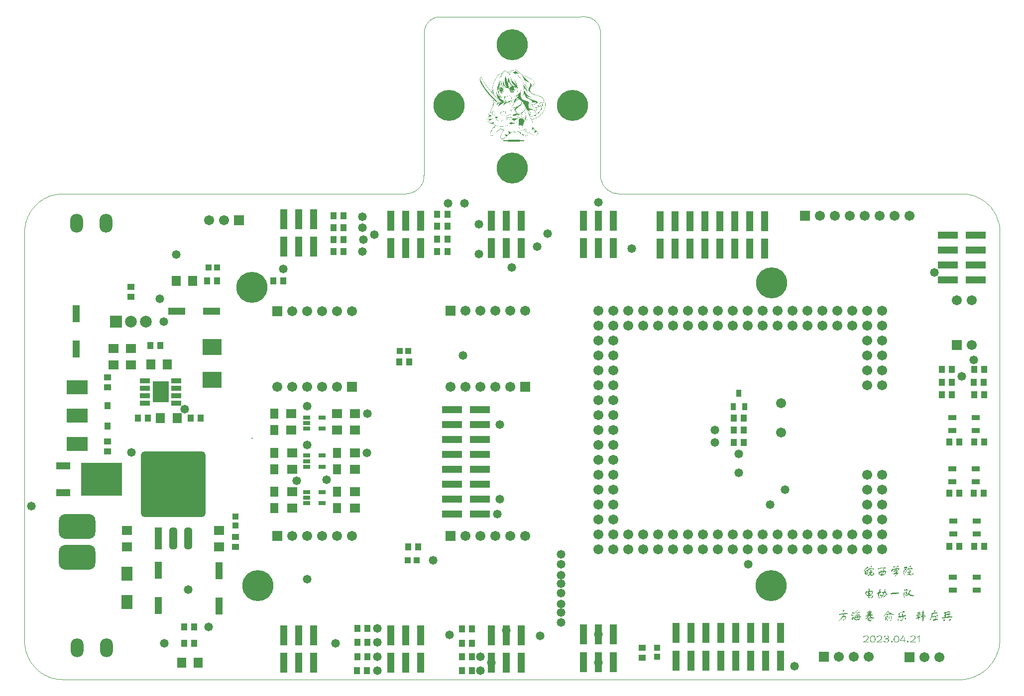
<source format=gts>
G04*
G04 #@! TF.GenerationSoftware,Altium Limited,Altium Designer,22.0.2 (36)*
G04*
G04 Layer_Color=8388736*
%FSTAX25Y25*%
%MOIN*%
G70*
G04*
G04 #@! TF.SameCoordinates,F14A6DB2-6BAA-43E7-8DF3-1F8C7E56E43F*
G04*
G04*
G04 #@! TF.FilePolarity,Negative*
G04*
G01*
G75*
%ADD10C,0.01000*%
%ADD48C,0.00098*%
%ADD49C,0.00100*%
%ADD74R,0.07690X0.09461*%
%ADD75R,0.07099X0.05918*%
%ADD76R,0.04737X0.11430*%
%ADD77R,0.05918X0.07099*%
%ADD78R,0.04343X0.04540*%
%ADD79R,0.04540X0.04343*%
%ADD80R,0.27178X0.22453*%
%ADD81R,0.09461X0.04540*%
%ADD82R,0.04147X0.04737*%
G04:AMPARAMS|DCode=83|XSize=433.2mil|YSize=441.07mil|CornerRadius=25.26mil|HoleSize=0mil|Usage=FLASHONLY|Rotation=0.000|XOffset=0mil|YOffset=0mil|HoleType=Round|Shape=RoundedRectangle|*
%AMROUNDEDRECTD83*
21,1,0.43320,0.39055,0,0,0.0*
21,1,0.38268,0.44107,0,0,0.0*
1,1,0.05052,0.19134,-0.19528*
1,1,0.05052,-0.19134,-0.19528*
1,1,0.05052,-0.19134,0.19528*
1,1,0.05052,0.19134,0.19528*
%
%ADD83ROUNDEDRECTD83*%
%ADD84R,0.05013X0.14580*%
G04:AMPARAMS|DCode=85|XSize=50.13mil|YSize=145.8mil|CornerRadius=14.53mil|HoleSize=0mil|Usage=FLASHONLY|Rotation=0.000|XOffset=0mil|YOffset=0mil|HoleType=Round|Shape=RoundedRectangle|*
%AMROUNDEDRECTD85*
21,1,0.05013,0.11673,0,0,0.0*
21,1,0.02106,0.14580,0,0,0.0*
1,1,0.02906,0.01053,-0.05837*
1,1,0.02906,-0.01053,-0.05837*
1,1,0.02906,-0.01053,0.05837*
1,1,0.02906,0.01053,0.05837*
%
%ADD85ROUNDEDRECTD85*%
%ADD86R,0.04147X0.03950*%
%ADD87R,0.05524X0.06706*%
%ADD88R,0.04816X0.13792*%
%ADD89R,0.05131X0.03162*%
%ADD90R,0.10642X0.14186*%
%ADD91R,0.07099X0.03359*%
%ADD92R,0.12611X0.10642*%
%ADD93R,0.11430X0.04737*%
%ADD94R,0.03950X0.04147*%
%ADD95R,0.13792X0.04816*%
%ADD96R,0.05524X0.03556*%
%ADD97R,0.03359X0.04934*%
%ADD98C,0.20800*%
%ADD99C,0.06706*%
%ADD100R,0.06706X0.06706*%
G04:AMPARAMS|DCode=101|XSize=244.22mil|YSize=165.48mil|CornerRadius=43.37mil|HoleSize=0mil|Usage=FLASHONLY|Rotation=0.000|XOffset=0mil|YOffset=0mil|HoleType=Round|Shape=RoundedRectangle|*
%AMROUNDEDRECTD101*
21,1,0.24422,0.07874,0,0,0.0*
21,1,0.15748,0.16548,0,0,0.0*
1,1,0.08674,0.07874,-0.03937*
1,1,0.08674,-0.07874,-0.03937*
1,1,0.08674,-0.07874,0.03937*
1,1,0.08674,0.07874,0.03937*
%
%ADD101ROUNDEDRECTD101*%
%ADD102R,0.14331X0.09213*%
%ADD103O,0.08674X0.12611*%
%ADD104C,0.07887*%
%ADD105R,0.07887X0.07887*%
%ADD106C,0.06706*%
%ADD107R,0.06706X0.06706*%
%ADD108C,0.05800*%
G36*
X0807098Y1966432D02*
X0807307D01*
Y196638D01*
X0807412D01*
Y1966327D01*
X0807516D01*
Y1966275D01*
X0807621D01*
Y1966223D01*
X0807673D01*
Y196617D01*
X0807726D01*
Y1966118D01*
X0807778D01*
Y1966066D01*
X0807831D01*
Y1966013D01*
X0807883D01*
Y1965961D01*
X0807935D01*
Y1965909D01*
X0807987D01*
Y1965856D01*
X080804D01*
Y1965804D01*
X0808092D01*
Y1965752D01*
X0808144D01*
Y1965699D01*
X0808197D01*
Y1965647D01*
X0808249D01*
Y1965594D01*
X0808302D01*
Y1965542D01*
X0808354D01*
Y196549D01*
X0808406D01*
Y1965438D01*
X0808459D01*
Y1965385D01*
X0808511D01*
Y1965333D01*
X0808563D01*
Y1965228D01*
X0808616D01*
Y1965176D01*
X0808668D01*
Y1965123D01*
X080872D01*
Y1965071D01*
X0808773D01*
Y1965019D01*
X0808825D01*
Y1964966D01*
X0808877D01*
Y1964914D01*
X080893D01*
Y1964862D01*
X0808982D01*
Y1964809D01*
X0809034D01*
Y1964757D01*
X0809087D01*
Y1964705D01*
X0809139D01*
Y1964652D01*
X0809191D01*
Y19646D01*
X0809244D01*
Y1964548D01*
X0809296D01*
Y1964495D01*
X0809348D01*
Y1964443D01*
X0809401D01*
Y1964391D01*
X0809453D01*
Y1964338D01*
X0809505D01*
Y1964286D01*
X0809558D01*
Y1964234D01*
X080961D01*
Y1964181D01*
X0809715D01*
Y1964129D01*
X0809767D01*
Y1964077D01*
X080982D01*
Y1964024D01*
X0809872D01*
Y1963972D01*
X0809977D01*
Y1963919D01*
X0810029D01*
Y1963867D01*
X0810081D01*
Y1963815D01*
X0810134D01*
Y1963762D01*
X0810238D01*
Y196371D01*
X0810291D01*
Y1963658D01*
X0810395D01*
Y1963605D01*
X0810448D01*
Y1963553D01*
X0810552D01*
Y1963501D01*
X0810605D01*
Y1963448D01*
X0810709D01*
Y1963396D01*
X0810762D01*
Y1963344D01*
X0810866D01*
Y1963291D01*
X0810971D01*
Y1963239D01*
X0811023D01*
Y1963187D01*
X0811128D01*
Y1963134D01*
X0811233D01*
Y1963082D01*
X0811337D01*
Y196303D01*
X0811442D01*
Y1962977D01*
X0811547D01*
Y1962925D01*
X0811652D01*
Y1962873D01*
X0811809D01*
Y196282D01*
X0811913D01*
Y1962768D01*
X0812018D01*
Y1962716D01*
X0812175D01*
Y1962663D01*
X081228D01*
Y1962611D01*
X0812384D01*
Y1962559D01*
X0812541D01*
Y1962506D01*
X0812646D01*
Y1962454D01*
X0812803D01*
Y1962402D01*
X0812908D01*
Y1962349D01*
X0813065D01*
Y1962297D01*
X0813169D01*
Y1962244D01*
X0813274D01*
Y1962192D01*
X0813431D01*
Y196214D01*
X0813536D01*
Y1962087D01*
X0813693D01*
Y1962035D01*
X0813798D01*
Y1961983D01*
X0813902D01*
Y196193D01*
X0814059D01*
Y1961878D01*
X0814164D01*
Y1961826D01*
X0814269D01*
Y1961773D01*
X0814426D01*
Y1961721D01*
X081453D01*
Y1961669D01*
X0814635D01*
Y1961616D01*
X081474D01*
Y1961564D01*
X0814845D01*
Y1961512D01*
X0815002D01*
Y1961459D01*
X0815106D01*
Y1961407D01*
X0815211D01*
Y1961355D01*
X0815316D01*
Y1961302D01*
X081542D01*
Y196125D01*
X0815525D01*
Y1961198D01*
X081563D01*
Y1961145D01*
X0815734D01*
Y1961093D01*
X0815839D01*
Y1961041D01*
X0815944D01*
Y1960988D01*
X0816048D01*
Y1960936D01*
X0816153D01*
Y1960884D01*
X0816206D01*
Y1960831D01*
X081631D01*
Y1960779D01*
X0816415D01*
Y1960727D01*
X081652D01*
Y1960674D01*
X0816572D01*
Y1960622D01*
X0816677D01*
Y196057D01*
X0816781D01*
Y1960517D01*
X0816834D01*
Y1960465D01*
X0816938D01*
Y1960412D01*
X0816991D01*
Y196036D01*
X0817095D01*
Y1960308D01*
X0817148D01*
Y1960255D01*
X0817252D01*
Y1960203D01*
X0817305D01*
Y1960151D01*
X0817409D01*
Y1960098D01*
X0817462D01*
Y1960046D01*
X0817514D01*
Y1959994D01*
X0817619D01*
Y1959941D01*
X0817671D01*
Y1959889D01*
X0817723D01*
Y1959837D01*
X0817828D01*
Y1959784D01*
X0817881D01*
Y1959732D01*
X0817933D01*
Y195968D01*
X0817985D01*
Y1959627D01*
X081809D01*
Y1959575D01*
X0818142D01*
Y1959523D01*
X0818194D01*
Y195947D01*
X0818247D01*
Y1959418D01*
X0818299D01*
Y1959366D01*
X0818352D01*
Y1959313D01*
X0818404D01*
Y1959261D01*
X0818456D01*
Y1959209D01*
X0818561D01*
Y1959156D01*
X0818613D01*
Y1959104D01*
X0818666D01*
Y1959052D01*
X0818718D01*
Y1958999D01*
X081877D01*
Y1958895D01*
X0818823D01*
Y1958842D01*
X0818875D01*
Y195879D01*
X0818927D01*
Y1958738D01*
X081898D01*
Y1958685D01*
X0819032D01*
Y1958633D01*
X0819084D01*
Y1958581D01*
X0819137D01*
Y1958476D01*
X0819189D01*
Y1958423D01*
X0819241D01*
Y1958371D01*
X0819294D01*
Y1958266D01*
X0819346D01*
Y1958214D01*
X0819398D01*
Y1958109D01*
X0819451D01*
Y1958005D01*
X0819503D01*
Y1957848D01*
X0819555D01*
Y1957324D01*
X0819503D01*
Y195722D01*
X0819451D01*
Y1957115D01*
X0819398D01*
Y1957063D01*
X0819346D01*
Y1956958D01*
X0819294D01*
Y1956906D01*
X0819241D01*
Y1956853D01*
X0819189D01*
Y1956801D01*
X0819137D01*
Y1956696D01*
X0819084D01*
Y1956644D01*
X0819032D01*
Y1956591D01*
X081898D01*
Y1956539D01*
X0818927D01*
Y1956487D01*
X0818875D01*
Y1956434D01*
X0818823D01*
Y1956382D01*
X081877D01*
Y195633D01*
X0818718D01*
Y1956277D01*
X0818613D01*
Y1956225D01*
X0818561D01*
Y1956173D01*
X0818509D01*
Y195612D01*
X0818456D01*
Y1956068D01*
X0818404D01*
Y1956016D01*
X0818352D01*
Y1955963D01*
X0818299D01*
Y1955911D01*
X0818247D01*
Y1955859D01*
X0818194D01*
Y1955806D01*
X0818142D01*
Y1955754D01*
X081809D01*
Y1955702D01*
X0818038D01*
Y1955649D01*
X0817985D01*
Y1955597D01*
X0817933D01*
Y1955544D01*
X0817881D01*
Y1955492D01*
X0817828D01*
Y195544D01*
X0817776D01*
Y1955335D01*
X0817723D01*
Y1955283D01*
X0817671D01*
Y1955231D01*
X0817619D01*
Y1955178D01*
X0817566D01*
Y1955126D01*
X0817514D01*
Y1955073D01*
X0817462D01*
Y1955021D01*
X0817409D01*
Y1954916D01*
X0817357D01*
Y1954864D01*
X0817305D01*
Y1954812D01*
X0817252D01*
Y1954759D01*
X08172D01*
Y1954655D01*
X0817148D01*
Y1954602D01*
X0817095D01*
Y195455D01*
X0817043D01*
Y1954445D01*
X0816991D01*
Y1954393D01*
X0816938D01*
Y1954288D01*
X0816886D01*
Y1954184D01*
X0816834D01*
Y1954131D01*
X0816781D01*
Y1954027D01*
X0816729D01*
Y1953922D01*
X0816677D01*
Y1953817D01*
X0816624D01*
Y1953712D01*
X0816572D01*
Y1953555D01*
X081652D01*
Y1953451D01*
X0816467D01*
Y1953294D01*
X0816415D01*
Y1953084D01*
X0816362D01*
Y1952823D01*
X081631D01*
Y1952561D01*
X0816362D01*
Y1952299D01*
X0816415D01*
Y1952142D01*
X0816467D01*
Y1951985D01*
X081652D01*
Y195188D01*
X0816572D01*
Y1951776D01*
X0816624D01*
Y1951723D01*
X0816677D01*
Y1951619D01*
X0816729D01*
Y1951566D01*
X0816781D01*
Y1951514D01*
X0816834D01*
Y1951462D01*
X0816886D01*
Y1951357D01*
X0816938D01*
Y1951305D01*
X0816991D01*
Y1951252D01*
X0817043D01*
Y19512D01*
X0817095D01*
Y1951148D01*
X0817148D01*
Y1951095D01*
X08172D01*
Y1951043D01*
X0817252D01*
Y1950991D01*
X0817305D01*
Y1950938D01*
X0817357D01*
Y1950886D01*
X0817462D01*
Y1950834D01*
X0817514D01*
Y1950781D01*
X0817566D01*
Y1950729D01*
X0817619D01*
Y1950677D01*
X0817723D01*
Y1950624D01*
X0817776D01*
Y1950572D01*
X0817828D01*
Y195052D01*
X0817933D01*
Y1950467D01*
X0818038D01*
Y1950415D01*
X081809D01*
Y1950363D01*
X0818194D01*
Y195031D01*
X0818299D01*
Y1950258D01*
X0818404D01*
Y1950205D01*
X0818509D01*
Y1950153D01*
X0818613D01*
Y1950101D01*
X0818718D01*
Y1950048D01*
X0818823D01*
Y1949996D01*
X0818927D01*
Y1949944D01*
X0819032D01*
Y1949891D01*
X0819189D01*
Y1949839D01*
X0819346D01*
Y1949787D01*
X0819503D01*
Y1949734D01*
X081966D01*
Y1949682D01*
X081987D01*
Y194963D01*
X0820079D01*
Y1949577D01*
X0820288D01*
Y1949525D01*
X0820498D01*
Y1949473D01*
X0820707D01*
Y194942D01*
X0820969D01*
Y1949368D01*
X0821126D01*
Y1949316D01*
X0821335D01*
Y1949263D01*
X0821544D01*
Y1949211D01*
X0821702D01*
Y1949159D01*
X0821911D01*
Y1949106D01*
X0822068D01*
Y1949054D01*
X0822225D01*
Y1949002D01*
X0822382D01*
Y1948949D01*
X0822487D01*
Y1948897D01*
X0822644D01*
Y1948845D01*
X0822801D01*
Y1948792D01*
X0822906D01*
Y194874D01*
X0823063D01*
Y1948688D01*
X0823167D01*
Y1948635D01*
X0823272D01*
Y1948583D01*
X0823377D01*
Y1948531D01*
X0823481D01*
Y1948478D01*
X0823586D01*
Y1948426D01*
X0823691D01*
Y1948373D01*
X0823795D01*
Y1948321D01*
X08239D01*
Y1948269D01*
X0824005D01*
Y1948216D01*
X0824057D01*
Y1948164D01*
X0824162D01*
Y1948112D01*
X0824266D01*
Y1948059D01*
X0824319D01*
Y1948007D01*
X0824423D01*
Y1947955D01*
X0824476D01*
Y1947902D01*
X0824528D01*
Y194785D01*
X0824633D01*
Y1947798D01*
X0824685D01*
Y1947745D01*
X0824737D01*
Y1947693D01*
X082479D01*
Y1947641D01*
X0824842D01*
Y1947588D01*
X0824947D01*
Y1947536D01*
X0824999D01*
Y1947484D01*
X0825052D01*
Y1947431D01*
X0825104D01*
Y1947379D01*
X0825156D01*
Y1947327D01*
X0825209D01*
Y1947274D01*
X0825261D01*
Y1947169D01*
X0825313D01*
Y1947117D01*
X0825366D01*
Y1947065D01*
X0825418D01*
Y194696D01*
X082547D01*
Y1946908D01*
X0825523D01*
Y1946803D01*
X0825575D01*
Y1946698D01*
X0825627D01*
Y1946594D01*
X082568D01*
Y1946437D01*
X0825732D01*
Y1946123D01*
X082568D01*
Y1945913D01*
X0825627D01*
Y1945861D01*
X0825575D01*
Y1945756D01*
X0825523D01*
Y1945704D01*
X082547D01*
Y1945599D01*
X0825418D01*
Y1945547D01*
X0825366D01*
Y1945494D01*
X0825313D01*
Y194539D01*
X0825261D01*
Y1945337D01*
X0825209D01*
Y1945285D01*
X0825156D01*
Y1945233D01*
X0825104D01*
Y1945181D01*
X0825052D01*
Y1945128D01*
X0824999D01*
Y1945076D01*
X0824947D01*
Y1945023D01*
X0824895D01*
Y1944971D01*
X0824842D01*
Y1944919D01*
X082479D01*
Y1944866D01*
X0824737D01*
Y1944814D01*
X0824685D01*
Y1944762D01*
X082458D01*
Y1944709D01*
X0824528D01*
Y1944657D01*
X0824476D01*
Y1944605D01*
X0824371D01*
Y1944552D01*
X0824266D01*
Y19445D01*
X0824214D01*
Y1944448D01*
X0824109D01*
Y1944395D01*
X0824057D01*
Y1944343D01*
X0823952D01*
Y1944291D01*
X0823848D01*
Y1944238D01*
X0823795D01*
Y1944186D01*
X0823691D01*
Y1944134D01*
X0823586D01*
Y1944081D01*
X0823481D01*
Y1944029D01*
X0823377D01*
Y1943977D01*
X0823324D01*
Y1943924D01*
X0823219D01*
Y1943872D01*
X0823115D01*
Y1943819D01*
X082301D01*
Y1943767D01*
X0822958D01*
Y1943715D01*
X0822853D01*
Y1943662D01*
X0822748D01*
Y194361D01*
X0822696D01*
Y1943558D01*
X0822591D01*
Y1943505D01*
X0822487D01*
Y1943453D01*
X0822434D01*
Y1943401D01*
X082233D01*
Y1943348D01*
X0822277D01*
Y1943296D01*
X0822225D01*
Y1943244D01*
X082212D01*
Y1943191D01*
X0822068D01*
Y1943139D01*
X0822016D01*
Y1943087D01*
X0821963D01*
Y1943034D01*
X0821859D01*
Y1942982D01*
X0821806D01*
Y194293D01*
X0821754D01*
Y1942825D01*
X0821702D01*
Y194272D01*
X0821649D01*
Y1942563D01*
X0821702D01*
Y1942511D01*
X0821806D01*
Y1942459D01*
X0821911D01*
Y1942406D01*
X0822068D01*
Y1942354D01*
X0822277D01*
Y1942302D01*
X082301D01*
Y1942354D01*
X0823272D01*
Y1942406D01*
X0823534D01*
Y1942459D01*
X0823691D01*
Y1942511D01*
X0823848D01*
Y1942563D01*
X0824005D01*
Y1942616D01*
X0824109D01*
Y1942511D01*
X0824057D01*
Y1942459D01*
X0824005D01*
Y1942406D01*
X0823952D01*
Y1942302D01*
X08239D01*
Y1942249D01*
X0823848D01*
Y1942197D01*
X0823795D01*
Y1942145D01*
X0823743D01*
Y1942092D01*
X0823691D01*
Y194204D01*
X0823586D01*
Y1941987D01*
X0823534D01*
Y1941935D01*
X0823481D01*
Y1941883D01*
X0823377D01*
Y194183D01*
X0823324D01*
Y1941778D01*
X0823219D01*
Y1941726D01*
X0823167D01*
Y1941673D01*
X0823063D01*
Y1941621D01*
X0822958D01*
Y1941569D01*
X0822853D01*
Y1941516D01*
X0822748D01*
Y1941464D01*
X0822644D01*
Y1941412D01*
X0822539D01*
Y1941359D01*
X0822434D01*
Y1941307D01*
X0822277D01*
Y1941255D01*
X0822173D01*
Y1941202D01*
X0821963D01*
Y194115D01*
X0821806D01*
Y1941098D01*
X0821544D01*
Y1941045D01*
X0821231D01*
Y1940993D01*
X0820236D01*
Y1940888D01*
X0820288D01*
Y1940836D01*
X0820341D01*
Y1940784D01*
X0820393D01*
Y1940731D01*
X0820445D01*
Y1940627D01*
X0820498D01*
Y1940522D01*
X082055D01*
Y1940417D01*
X0820602D01*
Y194026D01*
X0820655D01*
Y1939894D01*
X0820707D01*
Y1939737D01*
X0820655D01*
Y1939318D01*
X0820602D01*
Y1939109D01*
X082055D01*
Y1938952D01*
X0820498D01*
Y1938847D01*
X0820445D01*
Y193869D01*
X0820393D01*
Y1938585D01*
X0820341D01*
Y1938481D01*
X0820288D01*
Y1938428D01*
X0820236D01*
Y1938323D01*
X0820184D01*
Y1938219D01*
X0820131D01*
Y1938166D01*
X0820079D01*
Y1938114D01*
X0820027D01*
Y1938009D01*
X0819974D01*
Y1937957D01*
X0819922D01*
Y1937905D01*
X081987D01*
Y1938009D01*
X0819922D01*
Y1938114D01*
X0819974D01*
Y1938219D01*
X0820027D01*
Y1938323D01*
X0820079D01*
Y1938428D01*
X0820131D01*
Y1938533D01*
X0820184D01*
Y193869D01*
X0820236D01*
Y1938795D01*
X0820288D01*
Y1938952D01*
X0820341D01*
Y1939109D01*
X0820393D01*
Y1939266D01*
X0820445D01*
Y1939527D01*
X0820498D01*
Y1940051D01*
X0820445D01*
Y194026D01*
X0820393D01*
Y1940365D01*
X0820341D01*
Y194047D01*
X0820288D01*
Y1940574D01*
X0820236D01*
Y1940679D01*
X0820184D01*
Y1940784D01*
X0820131D01*
Y1940836D01*
X0820079D01*
Y1940888D01*
X0820027D01*
Y1940941D01*
X0819974D01*
Y1940993D01*
X081987D01*
Y1941045D01*
X081966D01*
Y1941098D01*
X0819451D01*
Y194115D01*
X0819294D01*
Y1941202D01*
X0819084D01*
Y1941255D01*
X081898D01*
Y1941307D01*
X0818823D01*
Y1941359D01*
X0818718D01*
Y1941412D01*
X0818613D01*
Y1941464D01*
X0818509D01*
Y1941516D01*
X0818404D01*
Y1941569D01*
X0818299D01*
Y1941621D01*
X0818194D01*
Y1941673D01*
X0818142D01*
Y1941726D01*
X0818038D01*
Y1941778D01*
X0817985D01*
Y194183D01*
X0817933D01*
Y1941883D01*
X0817881D01*
Y1941935D01*
X0817828D01*
Y1941987D01*
X0817776D01*
Y1942249D01*
X0817828D01*
Y1942354D01*
X0817881D01*
Y1942406D01*
X0817933D01*
Y1942459D01*
X0817985D01*
Y1942511D01*
X0818038D01*
Y1942563D01*
X081809D01*
Y1942616D01*
X0818142D01*
Y1942668D01*
X0818247D01*
Y194272D01*
X0818299D01*
Y1942773D01*
X0818352D01*
Y1942825D01*
X0818404D01*
Y1942877D01*
X0818509D01*
Y194293D01*
X0818561D01*
Y1942982D01*
X0818613D01*
Y1943034D01*
X0818718D01*
Y1943087D01*
X081877D01*
Y1943139D01*
X0818875D01*
Y1943191D01*
X081898D01*
Y1943244D01*
X0819032D01*
Y1943296D01*
X0819137D01*
Y1943348D01*
X0819241D01*
Y1943401D01*
X0819346D01*
Y1943453D01*
X0819398D01*
Y1943505D01*
X0819503D01*
Y1943558D01*
X0819608D01*
Y194361D01*
X0819713D01*
Y1943662D01*
X0819817D01*
Y1943715D01*
X0819922D01*
Y1943767D01*
X0820027D01*
Y1943819D01*
X0820131D01*
Y1943872D01*
X0820236D01*
Y1943924D01*
X0820341D01*
Y1943977D01*
X0820445D01*
Y1944081D01*
X0820498D01*
Y1944238D01*
X082055D01*
Y1944395D01*
X0820498D01*
Y1944448D01*
X0820445D01*
Y19445D01*
X0820288D01*
Y1944552D01*
X0820184D01*
Y1944605D01*
X0819974D01*
Y1944657D01*
X0819765D01*
Y1944709D01*
X0818299D01*
Y1944657D01*
X0817671D01*
Y1944552D01*
X0817619D01*
Y19445D01*
X0817566D01*
Y1944395D01*
X0817514D01*
Y1944291D01*
X0817462D01*
Y1944238D01*
X0817409D01*
Y1944134D01*
X0817357D01*
Y1944081D01*
X0817305D01*
Y1943977D01*
X0817252D01*
Y1943924D01*
X08172D01*
Y1943819D01*
X0817148D01*
Y1943715D01*
X0817095D01*
Y1943662D01*
X0817043D01*
Y1943558D01*
X0816991D01*
Y1943453D01*
X0816938D01*
Y1943348D01*
X0816886D01*
Y1943191D01*
X0816834D01*
Y1943034D01*
X0816781D01*
Y1942982D01*
X0816834D01*
Y194293D01*
X0817305D01*
Y1942982D01*
X0817462D01*
Y1943034D01*
X0817566D01*
Y1943087D01*
X0817671D01*
Y1943139D01*
X0817723D01*
Y1943191D01*
X0817776D01*
Y1943244D01*
X0817828D01*
Y1943296D01*
X0817933D01*
Y1943401D01*
X0817985D01*
Y1943453D01*
X0818038D01*
Y1943505D01*
X081809D01*
Y1943558D01*
X0818142D01*
Y1943662D01*
X0818194D01*
Y1943715D01*
X0818247D01*
Y194361D01*
X0818194D01*
Y1943505D01*
X0818142D01*
Y1943348D01*
X081809D01*
Y1943244D01*
X0818038D01*
Y1943139D01*
X0817985D01*
Y1943087D01*
X0817933D01*
Y1942982D01*
X0817881D01*
Y194293D01*
X0817828D01*
Y1942877D01*
X0817776D01*
Y1942773D01*
X0817723D01*
Y194272D01*
X0817671D01*
Y1942668D01*
X0817619D01*
Y1942616D01*
X0817566D01*
Y1942563D01*
X0817514D01*
Y1942511D01*
X0817409D01*
Y1942459D01*
X0817357D01*
Y1942406D01*
X0817305D01*
Y1942354D01*
X08172D01*
Y1942302D01*
X0817095D01*
Y1942249D01*
X0817043D01*
Y1942197D01*
X0816886D01*
Y1942145D01*
X0816729D01*
Y1942092D01*
X081652D01*
Y194204D01*
X0815996D01*
Y1942092D01*
X0815682D01*
Y1942145D01*
X0815473D01*
Y1941516D01*
X0815525D01*
Y1941255D01*
X0815577D01*
Y1941098D01*
X081563D01*
Y1941045D01*
X0815682D01*
Y1940941D01*
X0815734D01*
Y1940836D01*
X0815787D01*
Y1940784D01*
X0815839D01*
Y1940731D01*
X0815891D01*
Y1940679D01*
X0815944D01*
Y1940627D01*
X0816048D01*
Y1940574D01*
X0816101D01*
Y1940522D01*
X0816206D01*
Y194047D01*
X081631D01*
Y1940417D01*
X0816415D01*
Y1940365D01*
X081652D01*
Y1940313D01*
X0816624D01*
Y194026D01*
X0816834D01*
Y1940208D01*
X0817043D01*
Y1940155D01*
X0817252D01*
Y1940103D01*
X0817566D01*
Y1940051D01*
X0817776D01*
Y1939998D01*
X0817985D01*
Y1939946D01*
X0818142D01*
Y1939894D01*
X0818299D01*
Y1939841D01*
X0818404D01*
Y1939789D01*
X0818509D01*
Y1939737D01*
X0818613D01*
Y1939684D01*
X081877D01*
Y1939632D01*
X0818875D01*
Y193958D01*
X0819032D01*
Y1939527D01*
X0819137D01*
Y1939475D01*
X0819241D01*
Y1939423D01*
X0819346D01*
Y193937D01*
X0819451D01*
Y1939318D01*
X0819503D01*
Y1939266D01*
X0819555D01*
Y1939213D01*
X081966D01*
Y1939109D01*
X0819713D01*
Y1939004D01*
X0819765D01*
Y1938847D01*
X0819817D01*
Y1937905D01*
X081987D01*
Y19378D01*
X0819817D01*
Y1937748D01*
X0819765D01*
Y1937695D01*
X0819713D01*
Y1937643D01*
X081966D01*
Y1937591D01*
X0819608D01*
Y1937538D01*
X0819555D01*
Y1937486D01*
X0819503D01*
Y1937434D01*
X0819451D01*
Y1937381D01*
X0819346D01*
Y1937434D01*
X0819398D01*
Y1937486D01*
X0819451D01*
Y1937591D01*
X0819503D01*
Y1937695D01*
X0819555D01*
Y19378D01*
X0819608D01*
Y1938009D01*
X081966D01*
Y193869D01*
X0819608D01*
Y1938899D01*
X0819555D01*
Y1939004D01*
X0819503D01*
Y1939109D01*
X0819451D01*
Y1939161D01*
X0819346D01*
Y1939213D01*
X0819241D01*
Y1939266D01*
X0819137D01*
Y1939318D01*
X081898D01*
Y193937D01*
X0818823D01*
Y1939423D01*
X0818613D01*
Y1939475D01*
X0818352D01*
Y1939527D01*
X0817985D01*
Y193958D01*
X0817409D01*
Y1939632D01*
X0816415D01*
Y1939684D01*
X0816206D01*
Y1939632D01*
X0816153D01*
Y1939527D01*
X0816101D01*
Y1939423D01*
X0816048D01*
Y1939318D01*
X0815996D01*
Y1939161D01*
X0815944D01*
Y1939004D01*
X0815891D01*
Y1938795D01*
X0815839D01*
Y1938742D01*
X0815891D01*
Y193869D01*
X0815944D01*
Y1938638D01*
X0815996D01*
Y1938585D01*
X0816048D01*
Y1938533D01*
X0816101D01*
Y1938481D01*
X0816153D01*
Y1938428D01*
X0816206D01*
Y1938376D01*
X0816258D01*
Y1938271D01*
X081631D01*
Y1938219D01*
X0816362D01*
Y1938166D01*
X0816415D01*
Y1938114D01*
X0816467D01*
Y1938062D01*
X081652D01*
Y1938009D01*
X0816572D01*
Y1937957D01*
X0816624D01*
Y1937905D01*
X0816677D01*
Y19378D01*
X0816729D01*
Y1937748D01*
X0816781D01*
Y1937695D01*
X0816834D01*
Y1937643D01*
X0816886D01*
Y1937538D01*
X0816938D01*
Y1937486D01*
X0816991D01*
Y1937172D01*
Y1937119D01*
X0816938D01*
Y193691D01*
X0816886D01*
Y1936753D01*
X0816834D01*
Y1936596D01*
X0816781D01*
Y1936439D01*
X0816729D01*
Y1936334D01*
X0816677D01*
Y1936177D01*
X0816624D01*
Y1936073D01*
X0816572D01*
Y1935968D01*
X081652D01*
Y1935863D01*
X0816467D01*
Y1935759D01*
X0816415D01*
Y1935654D01*
X0816362D01*
Y1935602D01*
X081631D01*
Y1935497D01*
X0816258D01*
Y1935183D01*
X081631D01*
Y1935078D01*
X0816362D01*
Y1934921D01*
X0816415D01*
Y1934973D01*
X0816572D01*
Y1935026D01*
X0816729D01*
Y1935078D01*
X0816886D01*
Y1935131D01*
X0817095D01*
Y1935183D01*
X0817252D01*
Y1935235D01*
X0817409D01*
Y1935287D01*
X0817566D01*
Y193534D01*
X0817776D01*
Y1935392D01*
X0817933D01*
Y1935444D01*
X0818038D01*
Y1935497D01*
X0818194D01*
Y1935549D01*
X0818299D01*
Y1935602D01*
X0818456D01*
Y1935654D01*
X0818561D01*
Y1935706D01*
X0818666D01*
Y1935759D01*
X081877D01*
Y1935811D01*
X0818927D01*
Y1935863D01*
X0819032D01*
Y1935916D01*
X0819137D01*
Y1935968D01*
X0819241D01*
Y193602D01*
X0819346D01*
Y1936073D01*
X0819451D01*
Y1936125D01*
X0819555D01*
Y1936177D01*
X081966D01*
Y193623D01*
X0819765D01*
Y1936282D01*
X081987D01*
Y1936334D01*
X0819922D01*
Y1936387D01*
X0820027D01*
Y1936439D01*
X0820131D01*
Y1936491D01*
X0820236D01*
Y1936544D01*
X0820288D01*
Y1936596D01*
X0820393D01*
Y1936648D01*
X0820498D01*
Y1936701D01*
X082055D01*
Y1936753D01*
X0820655D01*
Y1936806D01*
X0820707D01*
Y1936858D01*
X0820812D01*
Y193691D01*
X0820864D01*
Y1936963D01*
X0820969D01*
Y1937015D01*
X0821021D01*
Y1937067D01*
X0821126D01*
Y1937119D01*
X0821178D01*
Y1937172D01*
X0821231D01*
Y1937224D01*
X0821283D01*
Y1937277D01*
X0821387D01*
Y1937329D01*
X082144D01*
Y1937381D01*
X0821492D01*
Y1937434D01*
X0821544D01*
Y1937486D01*
X0821649D01*
Y1937538D01*
X0821702D01*
Y1937591D01*
X0821754D01*
Y1937643D01*
X0821806D01*
Y1937695D01*
X0821859D01*
Y1937748D01*
X0821911D01*
Y19378D01*
X0821963D01*
Y1937852D01*
X0822016D01*
Y1937905D01*
X0822068D01*
Y1937957D01*
X082212D01*
Y1938009D01*
X0822173D01*
Y1938062D01*
X0822225D01*
Y1938114D01*
X0822277D01*
Y1938166D01*
X082233D01*
Y1938219D01*
X0822382D01*
Y1938271D01*
X0822434D01*
Y1938323D01*
X0822487D01*
Y1938376D01*
X0822539D01*
Y1938428D01*
X0822591D01*
Y1938533D01*
X0822644D01*
Y1938585D01*
X0822696D01*
Y1938638D01*
X0822748D01*
Y193869D01*
X0822801D01*
Y1938795D01*
X0822853D01*
Y1938847D01*
X0822906D01*
Y1938899D01*
X0822958D01*
Y1939004D01*
X082301D01*
Y1939056D01*
X0823063D01*
Y1939161D01*
X0823115D01*
Y1939213D01*
X0823167D01*
Y1939318D01*
X0823219D01*
Y193937D01*
X0823272D01*
Y1939475D01*
X0823324D01*
Y193958D01*
X0823377D01*
Y1939632D01*
X0823429D01*
Y1939737D01*
X0823481D01*
Y1939841D01*
X0823534D01*
Y1939946D01*
X0823586D01*
Y1940051D01*
X0823638D01*
Y1940155D01*
X0823691D01*
Y194026D01*
X0823743D01*
Y1940365D01*
X0823795D01*
Y194047D01*
X0823848D01*
Y1940627D01*
X08239D01*
Y1940731D01*
X0823952D01*
Y1940888D01*
X0824005D01*
Y1941045D01*
X0824057D01*
Y1941202D01*
X0824109D01*
Y1941359D01*
X0824162D01*
Y1941516D01*
X0824214D01*
Y1941726D01*
X0824266D01*
Y1941935D01*
X0824319D01*
Y1942145D01*
X0824371D01*
Y1942406D01*
X0824423D01*
Y194272D01*
X0824476D01*
Y1943087D01*
X0824528D01*
Y194361D01*
X082458D01*
Y1943872D01*
X0824633D01*
Y1944029D01*
X0824685D01*
Y1944186D01*
X0824737D01*
Y1944291D01*
X082479D01*
Y1944343D01*
X0824842D01*
Y1944448D01*
X0824895D01*
Y19445D01*
X0824947D01*
Y1944552D01*
X0824999D01*
Y1944605D01*
X0825052D01*
Y1944657D01*
X0825104D01*
Y1944709D01*
X0825209D01*
Y1944762D01*
X0825313D01*
Y1944814D01*
X0825523D01*
Y1944866D01*
X0825941D01*
Y1944814D01*
X0826151D01*
Y1944762D01*
X0826256D01*
Y1944709D01*
X0826308D01*
Y1944657D01*
X082636D01*
Y1944605D01*
X0826412D01*
Y1944552D01*
X0826465D01*
Y19445D01*
X0826517D01*
Y1944395D01*
X0826569D01*
Y1944291D01*
X0826622D01*
Y1944186D01*
X0826674D01*
Y1944081D01*
X0826727D01*
Y1943872D01*
X0826779D01*
Y1943558D01*
X0826831D01*
Y1943348D01*
X0826779D01*
Y1942616D01*
X0826727D01*
Y1942197D01*
X0826674D01*
Y194183D01*
X0826622D01*
Y1941569D01*
X0826569D01*
Y1941307D01*
X0826517D01*
Y1941045D01*
X0826465D01*
Y1940836D01*
X0826412D01*
Y1940679D01*
X082636D01*
Y194047D01*
X0826308D01*
Y1940313D01*
X0826256D01*
Y1940155D01*
X0826203D01*
Y1939998D01*
X0826151D01*
Y1939841D01*
X0826098D01*
Y1939737D01*
X0826046D01*
Y193958D01*
X0825994D01*
Y1939423D01*
X0825941D01*
Y1939318D01*
X0825889D01*
Y1939213D01*
X0825837D01*
Y1939109D01*
X0825784D01*
Y1939004D01*
X0825732D01*
Y1938899D01*
X082568D01*
Y1938742D01*
X0825627D01*
Y1938638D01*
X0825575D01*
Y1938585D01*
X0825523D01*
Y1938481D01*
X082547D01*
Y1938376D01*
X0825418D01*
Y1938271D01*
X0825366D01*
Y1938219D01*
X0825313D01*
Y1938114D01*
X0825261D01*
Y1938009D01*
X0825209D01*
Y1937957D01*
X0825156D01*
Y1937852D01*
X0825104D01*
Y19378D01*
X0825052D01*
Y1937695D01*
X0824999D01*
Y1937643D01*
X0824947D01*
Y1937538D01*
X0824895D01*
Y1937486D01*
X0824842D01*
Y1937434D01*
X082479D01*
Y1937329D01*
X0824737D01*
Y1937277D01*
X0824685D01*
Y1937224D01*
X0824633D01*
Y1937172D01*
X082458D01*
Y1937067D01*
X0824528D01*
Y1937015D01*
X0824476D01*
Y1936963D01*
X0824423D01*
Y193691D01*
X0824371D01*
Y1936858D01*
X0824319D01*
Y1936806D01*
X0824266D01*
Y1936701D01*
X0824214D01*
Y1936648D01*
X0824162D01*
Y1936596D01*
X0824109D01*
Y1936544D01*
X0824057D01*
Y1936491D01*
X0824005D01*
Y1936439D01*
X0823952D01*
Y1936387D01*
X08239D01*
Y1936334D01*
X0823848D01*
Y1936282D01*
X0823795D01*
Y193623D01*
X0823743D01*
Y1936177D01*
X0823691D01*
Y1936125D01*
X0823638D01*
Y1936073D01*
X0823586D01*
Y193602D01*
X0823534D01*
Y1935968D01*
X0823481D01*
Y1935916D01*
X0823377D01*
Y1935863D01*
X0823324D01*
Y1935811D01*
X0823272D01*
Y1935759D01*
X0823219D01*
Y1935706D01*
X0823167D01*
Y1935654D01*
X0823115D01*
Y1935602D01*
X082301D01*
Y1935549D01*
X0822958D01*
Y1935497D01*
X0822906D01*
Y1935444D01*
X0822853D01*
Y1935392D01*
X0822748D01*
Y193534D01*
X0822696D01*
Y1935287D01*
X0822644D01*
Y1935235D01*
X0822539D01*
Y1935183D01*
X0822487D01*
Y1935131D01*
X0822434D01*
Y1935078D01*
X082233D01*
Y1935026D01*
X0822277D01*
Y1934973D01*
X0822173D01*
Y1934921D01*
X082212D01*
Y1934869D01*
X0822016D01*
Y1934816D01*
X0821963D01*
Y1934764D01*
X0821859D01*
Y1934712D01*
X0821806D01*
Y1934659D01*
X0821702D01*
Y1934607D01*
X0821597D01*
Y1934555D01*
X0821544D01*
Y1934502D01*
X082144D01*
Y193445D01*
X0821335D01*
Y1934398D01*
X0821283D01*
Y1934345D01*
X0821178D01*
Y1934293D01*
X0821073D01*
Y1934241D01*
X0820969D01*
Y1934188D01*
X0820864D01*
Y1934136D01*
X0820759D01*
Y1934084D01*
X0820655D01*
Y1934031D01*
X082055D01*
Y1933979D01*
X0820445D01*
Y1933927D01*
X0820341D01*
Y1933874D01*
X0820236D01*
Y1933822D01*
X0820131D01*
Y1933769D01*
X0820027D01*
Y1933717D01*
X081987D01*
Y1933665D01*
X0819765D01*
Y1933612D01*
X081966D01*
Y193356D01*
X0819503D01*
Y1933508D01*
X0819346D01*
Y1933455D01*
X0819241D01*
Y1933403D01*
X0819084D01*
Y1933351D01*
X0818927D01*
Y1933298D01*
X0818823D01*
Y1933246D01*
X0818666D01*
Y1933194D01*
X0818509D01*
Y1933141D01*
X0818299D01*
Y1933089D01*
X081809D01*
Y1933037D01*
X0817881D01*
Y1932984D01*
X0817514D01*
Y1932932D01*
X0817409D01*
Y193288D01*
X0817462D01*
Y1932827D01*
X0817514D01*
Y1932723D01*
X0817566D01*
Y1932618D01*
X0817619D01*
Y1932513D01*
X0817671D01*
Y1932409D01*
X0817723D01*
Y1932304D01*
X0817776D01*
Y1932147D01*
X0817828D01*
Y1932042D01*
X0817881D01*
Y1931885D01*
X0817933D01*
Y1931728D01*
X0817985D01*
Y1931571D01*
X0818038D01*
Y1931362D01*
X081809D01*
Y1931152D01*
X0818142D01*
Y1930838D01*
X0818194D01*
Y1930263D01*
X0818247D01*
Y1929896D01*
X0818194D01*
Y1929268D01*
X0818142D01*
Y1929059D01*
X0818194D01*
Y192864D01*
X0818247D01*
Y1928431D01*
X0818299D01*
Y1928273D01*
X0818352D01*
Y1928116D01*
X0818404D01*
Y1927959D01*
X0818456D01*
Y1927855D01*
X0818509D01*
Y192775D01*
X0818561D01*
Y1927645D01*
X0818613D01*
Y1927541D01*
X0818666D01*
Y1927488D01*
X0818718D01*
Y1927384D01*
X081877D01*
Y1927279D01*
X0818823D01*
Y1927227D01*
X0818875D01*
Y1927122D01*
X0818927D01*
Y1927069D01*
X081898D01*
Y1927017D01*
X0819032D01*
Y1926912D01*
X0819084D01*
Y192686D01*
X0819137D01*
Y1926808D01*
X0819189D01*
Y1926756D01*
X0819241D01*
Y1926703D01*
X0819294D01*
Y1926598D01*
X0819346D01*
Y1926546D01*
X0819398D01*
Y1926494D01*
X0819451D01*
Y1926441D01*
X0819503D01*
Y1926389D01*
X0819555D01*
Y1926337D01*
X0819608D01*
Y1926284D01*
X081966D01*
Y1926232D01*
X0819713D01*
Y192618D01*
X0819765D01*
Y1926127D01*
X0819817D01*
Y1926075D01*
X081987D01*
Y1926023D01*
X0819922D01*
Y192597D01*
X0819974D01*
Y1925918D01*
X0820027D01*
Y1925866D01*
X0820079D01*
Y1925813D01*
X0820131D01*
Y1925761D01*
X0820184D01*
Y1925709D01*
X0820236D01*
Y1925656D01*
X0820341D01*
Y1925604D01*
X0820393D01*
Y1925552D01*
X0820445D01*
Y1925499D01*
X0820498D01*
Y1925447D01*
X082055D01*
Y1925394D01*
X0820655D01*
Y1925342D01*
X0820707D01*
Y192529D01*
X0820759D01*
Y1925237D01*
X0820812D01*
Y1925185D01*
X0820916D01*
Y1925133D01*
X0820969D01*
Y192508D01*
X0821021D01*
Y1925028D01*
X0821126D01*
Y1924976D01*
X0821178D01*
Y1924923D01*
X0821231D01*
Y1924871D01*
X0821283D01*
Y1924819D01*
X0821335D01*
Y1924766D01*
X0821387D01*
Y1924714D01*
X082144D01*
Y1924662D01*
X0821492D01*
Y1924609D01*
X0821544D01*
Y1924505D01*
X0821597D01*
Y19244D01*
X0821649D01*
Y1924295D01*
X0821702D01*
Y1924086D01*
X0821754D01*
Y1923824D01*
X0821702D01*
Y1923615D01*
X0821649D01*
Y1923458D01*
X0821597D01*
Y1923353D01*
X0821544D01*
Y1923248D01*
X0821492D01*
Y1923196D01*
X082144D01*
Y1923091D01*
X0821387D01*
Y1923039D01*
X0821335D01*
Y1922987D01*
X0821283D01*
Y1922934D01*
X0821231D01*
Y1922882D01*
X0821178D01*
Y192283D01*
X0821126D01*
Y1922777D01*
X0821021D01*
Y1922725D01*
X0820969D01*
Y1922673D01*
X0820864D01*
Y192262D01*
X0820759D01*
Y1922568D01*
X0820655D01*
Y1922516D01*
X0820445D01*
Y1922463D01*
X0819503D01*
Y1922516D01*
X0819241D01*
Y1922568D01*
X0819084D01*
Y192262D01*
X0818875D01*
Y1922673D01*
X0818718D01*
Y1922725D01*
X0818561D01*
Y1922777D01*
X0818404D01*
Y192283D01*
X0818247D01*
Y1922882D01*
X081809D01*
Y1922934D01*
X0817985D01*
Y1922987D01*
X0817828D01*
Y1923039D01*
X0817723D01*
Y1923091D01*
X0817619D01*
Y1923144D01*
X0817462D01*
Y1923196D01*
X0817357D01*
Y1923248D01*
X0817252D01*
Y1923301D01*
X0817148D01*
Y1923353D01*
X0817043D01*
Y1923405D01*
X0816938D01*
Y1923458D01*
X0816834D01*
Y192351D01*
X0816781D01*
Y1923562D01*
X0816677D01*
Y1923615D01*
X0816572D01*
Y1923667D01*
X0816467D01*
Y1923719D01*
X0816415D01*
Y1923772D01*
X081631D01*
Y1923824D01*
X0816206D01*
Y1923877D01*
X0816153D01*
Y1923929D01*
X0816048D01*
Y1923981D01*
X0815996D01*
Y1924034D01*
X0815891D01*
Y1924086D01*
X0815839D01*
Y1924138D01*
X0815787D01*
Y1924191D01*
X0815682D01*
Y1924243D01*
X081563D01*
Y1924295D01*
X0815525D01*
Y1924348D01*
X0815473D01*
Y19244D01*
X081542D01*
Y1924452D01*
X0815368D01*
Y1924505D01*
X0815263D01*
Y1924557D01*
X0815211D01*
Y1924609D01*
X0815159D01*
Y1924662D01*
X0815106D01*
Y1924714D01*
X0815054D01*
Y1924766D01*
X0814949D01*
Y1924819D01*
X0814897D01*
Y1924871D01*
X0814845D01*
Y1924923D01*
X0814792D01*
Y1924976D01*
X081474D01*
Y1925028D01*
X0814688D01*
Y192508D01*
X0814635D01*
Y1925133D01*
X0814583D01*
Y1925185D01*
X081453D01*
Y1925237D01*
X0814478D01*
Y192529D01*
X0814426D01*
Y1925342D01*
X0814373D01*
Y1925394D01*
X0814321D01*
Y1925447D01*
X0814269D01*
Y1925499D01*
X0814216D01*
Y1925552D01*
X0814164D01*
Y1925656D01*
X0814112D01*
Y1925709D01*
X0814059D01*
Y1925761D01*
X0814007D01*
Y1925813D01*
X0813955D01*
Y1925866D01*
X0813902D01*
Y1925918D01*
X081385D01*
Y1926023D01*
X0813798D01*
Y1926075D01*
X0813745D01*
Y1926127D01*
X0813693D01*
Y1926232D01*
X0813641D01*
Y1926284D01*
X0813588D01*
Y1926389D01*
X0813536D01*
Y1926441D01*
X0813484D01*
Y1926494D01*
X0813431D01*
Y1926598D01*
X0813379D01*
Y1926651D01*
X0813327D01*
Y1926756D01*
X0813274D01*
Y1926808D01*
X0813222D01*
Y1926756D01*
X0813117D01*
Y1926703D01*
X0813065D01*
Y1926651D01*
X081296D01*
Y1926598D01*
X0812856D01*
Y1926546D01*
X0812803D01*
Y1926494D01*
X0812698D01*
Y1926441D01*
X0812646D01*
Y1926389D01*
X0812698D01*
Y1926284D01*
X0812751D01*
Y1926232D01*
X0812803D01*
Y1926127D01*
X0812856D01*
Y1926075D01*
X0812908D01*
Y1926023D01*
X081296D01*
Y192597D01*
X0813013D01*
Y1925866D01*
X0813065D01*
Y1925813D01*
X0813117D01*
Y1925761D01*
X0813169D01*
Y1925709D01*
X0813222D01*
Y1925656D01*
X0813274D01*
Y1925604D01*
X0813327D01*
Y1925552D01*
X0813379D01*
Y1925499D01*
X0813431D01*
Y1925447D01*
X0813484D01*
Y1925394D01*
X0813536D01*
Y1925342D01*
X0813641D01*
Y192529D01*
X0813693D01*
Y1925237D01*
X0813745D01*
Y1925185D01*
X0813798D01*
Y1925133D01*
X081385D01*
Y192508D01*
X0813955D01*
Y1925028D01*
X0814007D01*
Y1924976D01*
X0814059D01*
Y1924923D01*
X0814112D01*
Y1924871D01*
X0814216D01*
Y1924819D01*
X0814269D01*
Y1924766D01*
X0814321D01*
Y1924714D01*
X0814373D01*
Y1924662D01*
X0814426D01*
Y1924609D01*
X081453D01*
Y1924557D01*
X0814583D01*
Y1924505D01*
X0814635D01*
Y19244D01*
X0814688D01*
Y1924348D01*
X081474D01*
Y1924295D01*
X0814792D01*
Y1924191D01*
X0814845D01*
Y1924138D01*
X0814897D01*
Y1923981D01*
X0814949D01*
Y1923824D01*
X0815002D01*
Y1923405D01*
X0814949D01*
Y1923196D01*
X0814897D01*
Y1923039D01*
X0814845D01*
Y1922882D01*
X0814792D01*
Y1922777D01*
X081474D01*
Y1922673D01*
X0814688D01*
Y192262D01*
X0814635D01*
Y1922516D01*
X0814583D01*
Y1922463D01*
X081453D01*
Y1922411D01*
X0814478D01*
Y1922359D01*
X0814426D01*
Y1922306D01*
X0814321D01*
Y1922254D01*
X0814269D01*
Y1922202D01*
X0814164D01*
Y1922149D01*
X0814059D01*
Y1922097D01*
X0813955D01*
Y1922045D01*
X0813693D01*
Y1921992D01*
X0813379D01*
Y1922045D01*
X0813117D01*
Y1922097D01*
X0812908D01*
Y1922149D01*
X0812698D01*
Y1922202D01*
X0812489D01*
Y1922254D01*
X081228D01*
Y1922306D01*
X0812123D01*
Y1922359D01*
X0811966D01*
Y1922411D01*
X0811861D01*
Y1922463D01*
X0811704D01*
Y1922516D01*
X0811599D01*
Y1922568D01*
X0811495D01*
Y192262D01*
X081139D01*
Y1922673D01*
X0811285D01*
Y1922725D01*
X081118D01*
Y1922777D01*
X0811076D01*
Y192283D01*
X0810971D01*
Y1922882D01*
X0810866D01*
Y1922934D01*
X0810814D01*
Y1922987D01*
X0810709D01*
Y1923039D01*
X0810657D01*
Y1923091D01*
X0810552D01*
Y1923144D01*
X08105D01*
Y1923196D01*
X0810395D01*
Y1923248D01*
X0810343D01*
Y1923301D01*
X0810238D01*
Y1923353D01*
X0810186D01*
Y1923405D01*
X0810134D01*
Y1923458D01*
X0810081D01*
Y192351D01*
X0809977D01*
Y1923562D01*
X0809924D01*
Y1923615D01*
X0809872D01*
Y1923667D01*
X080982D01*
Y1923719D01*
X0809767D01*
Y1923772D01*
X0809715D01*
Y1923824D01*
X0809663D01*
Y1923877D01*
X080961D01*
Y1923929D01*
X0809558D01*
Y1923981D01*
X0809453D01*
Y1924034D01*
X0809401D01*
Y1924086D01*
X0809348D01*
Y1924138D01*
X0809296D01*
Y1924243D01*
X0809244D01*
Y1924295D01*
X0809191D01*
Y1924348D01*
X0809139D01*
Y19244D01*
X0809087D01*
Y1924452D01*
X0809034D01*
Y1924505D01*
X0808982D01*
Y1924557D01*
X080893D01*
Y1924609D01*
X0808877D01*
Y1924714D01*
X0808825D01*
Y1924766D01*
X0808773D01*
Y1924819D01*
X080872D01*
Y1924923D01*
X0808668D01*
Y1924976D01*
X0808563D01*
Y1924923D01*
X0808249D01*
Y1924871D01*
X0807831D01*
Y1924819D01*
X0807359D01*
Y1924766D01*
X0806731D01*
Y1924714D01*
X0805109D01*
Y1924766D01*
X0804638D01*
Y1924714D01*
X0804533D01*
Y1924662D01*
X080448D01*
Y1924609D01*
X0804376D01*
Y1924557D01*
X0804271D01*
Y1924505D01*
X0804219D01*
Y1924452D01*
X0804114D01*
Y19244D01*
X0804062D01*
Y1924348D01*
X0803957D01*
Y1924295D01*
X0803852D01*
Y1924243D01*
X08038D01*
Y1924191D01*
X0803695D01*
Y1924138D01*
X0803643D01*
Y1924086D01*
X0803538D01*
Y1924034D01*
X0803486D01*
Y1923981D01*
X0803434D01*
Y1923929D01*
X0803329D01*
Y1923877D01*
X0803277D01*
Y1923824D01*
X0803172D01*
Y1923772D01*
X0803119D01*
Y1923719D01*
X0803067D01*
Y1923667D01*
X0802962D01*
Y1923615D01*
X080291D01*
Y1923562D01*
X0802858D01*
Y192351D01*
X0802753D01*
Y1923458D01*
X0802701D01*
Y1923405D01*
X0802648D01*
Y1923353D01*
X0802544D01*
Y1923301D01*
X0802491D01*
Y1923248D01*
X0802439D01*
Y1923196D01*
X0802334D01*
Y1923144D01*
X0802282D01*
Y1923091D01*
X080223D01*
Y1923039D01*
X0802177D01*
Y1922987D01*
X0802073D01*
Y1922934D01*
X080202D01*
Y1922882D01*
X0801968D01*
Y192283D01*
X0801916D01*
Y1922777D01*
X0801863D01*
Y1922725D01*
X0801759D01*
Y1922673D01*
X0801706D01*
Y192262D01*
X0801654D01*
Y1922568D01*
X0801602D01*
Y1922516D01*
X0801549D01*
Y1922463D01*
X0801445D01*
Y1922411D01*
X0801392D01*
Y1922359D01*
X080134D01*
Y1922306D01*
X0801287D01*
Y1922254D01*
X0801235D01*
Y1922202D01*
X0801183D01*
Y1922149D01*
X0801078D01*
Y1922097D01*
X0801026D01*
Y1922045D01*
X0800973D01*
Y1921992D01*
X0800921D01*
Y192194D01*
X0800869D01*
Y1921888D01*
X0800816D01*
Y1921835D01*
X0800764D01*
Y1921783D01*
X0800659D01*
Y192173D01*
X0800607D01*
Y1921678D01*
X0800555D01*
Y1921626D01*
X0800502D01*
Y1921573D01*
X080045D01*
Y1921521D01*
X0800398D01*
Y1921469D01*
X0800345D01*
Y1921416D01*
X0800293D01*
Y1921364D01*
X0800241D01*
Y1921312D01*
X0800188D01*
Y1921259D01*
X0800136D01*
Y1921207D01*
X0800084D01*
Y1921155D01*
X0800031D01*
Y1921102D01*
X0799979D01*
Y192105D01*
X0799927D01*
Y1920998D01*
X0799874D01*
Y1920945D01*
X0799822D01*
Y1920893D01*
X0799769D01*
Y1920841D01*
X0799665D01*
Y1920788D01*
X0799613D01*
Y1920736D01*
X079956D01*
Y1920684D01*
X0799508D01*
Y1920631D01*
X0799455D01*
Y1920579D01*
X0799403D01*
Y1920527D01*
X0799351D01*
Y1920474D01*
X0799298D01*
Y1920422D01*
X0799194D01*
Y192037D01*
X0799141D01*
Y1920317D01*
X0799089D01*
Y1920265D01*
X0798984D01*
Y1920213D01*
X0798932D01*
Y192016D01*
X0798827D01*
Y1920108D01*
X0798723D01*
Y1920056D01*
X079867D01*
Y1920003D01*
X0798566D01*
Y1919951D01*
X0798409D01*
Y1919898D01*
X0798304D01*
Y1919846D01*
X0797623D01*
Y1919898D01*
X0797466D01*
Y1919951D01*
X0797362D01*
Y1920003D01*
X0797257D01*
Y1920056D01*
X0797152D01*
Y1920108D01*
X07971D01*
Y192016D01*
X0797048D01*
Y1920213D01*
X0796995D01*
Y1920265D01*
X0796943D01*
Y1920317D01*
X0796891D01*
Y192037D01*
X0796838D01*
Y1920422D01*
X0796786D01*
Y1920527D01*
X0796734D01*
Y1920631D01*
X0796681D01*
Y1920788D01*
X0796629D01*
Y192105D01*
X0796577D01*
Y1921678D01*
X0796629D01*
Y1921888D01*
X0796681D01*
Y1922097D01*
X0796734D01*
Y1922254D01*
X0796786D01*
Y1922411D01*
X0796838D01*
Y1922568D01*
X0796891D01*
Y1922725D01*
X0796943D01*
Y192283D01*
X0796995D01*
Y1922987D01*
X0797048D01*
Y1923091D01*
X07971D01*
Y1923248D01*
X0797152D01*
Y1923353D01*
X0797205D01*
Y1923458D01*
X0797257D01*
Y1923562D01*
X0797309D01*
Y1923667D01*
X0797362D01*
Y1923772D01*
X0797414D01*
Y1923877D01*
X0797466D01*
Y1923981D01*
X0797519D01*
Y1924086D01*
X0797571D01*
Y1924191D01*
X0797623D01*
Y1924295D01*
X0797676D01*
Y1924348D01*
X0797728D01*
Y1924452D01*
X0797781D01*
Y1924557D01*
X0797833D01*
Y1924609D01*
X0797885D01*
Y1924714D01*
X0797937D01*
Y1924766D01*
X079799D01*
Y1924871D01*
X0798042D01*
Y1924976D01*
X0798095D01*
Y1925028D01*
X0798147D01*
Y192508D01*
X0798199D01*
Y1925185D01*
X0798252D01*
Y1925237D01*
X0798304D01*
Y1925342D01*
X0798356D01*
Y1925394D01*
X0798409D01*
Y1925447D01*
X0798461D01*
Y1925552D01*
X0798513D01*
Y1925604D01*
X0798566D01*
Y1925656D01*
X0798618D01*
Y1925761D01*
X079867D01*
Y1925813D01*
X0798723D01*
Y1925866D01*
X0798775D01*
Y192597D01*
X0798513D01*
Y1926023D01*
X0798304D01*
Y1926075D01*
X0798095D01*
Y1926127D01*
X0797885D01*
Y192618D01*
X0797728D01*
Y1926232D01*
X0797623D01*
Y1926284D01*
X0797466D01*
Y1926337D01*
X0797309D01*
Y1926389D01*
X0797205D01*
Y1926441D01*
X07971D01*
Y1926494D01*
X0796995D01*
Y1926546D01*
X0796891D01*
Y1926598D01*
X0796786D01*
Y1926651D01*
X0796681D01*
Y1926598D01*
X0796577D01*
Y1926546D01*
X0796472D01*
Y1926494D01*
X0796419D01*
Y1926441D01*
X0796315D01*
Y1926389D01*
X079621D01*
Y1926337D01*
X0796158D01*
Y1926284D01*
X0796053D01*
Y1926232D01*
X0796001D01*
Y192618D01*
X0795896D01*
Y1926127D01*
X0795844D01*
Y1926075D01*
X0795739D01*
Y1926023D01*
X0795687D01*
Y192597D01*
X0795582D01*
Y1925918D01*
X079553D01*
Y1925866D01*
X0795477D01*
Y1925813D01*
X0795373D01*
Y1925761D01*
X079532D01*
Y1925709D01*
X0795216D01*
Y1925656D01*
X0795163D01*
Y1925604D01*
X0795111D01*
Y1925552D01*
X0795059D01*
Y1925499D01*
X0794954D01*
Y1925447D01*
X0794902D01*
Y1925394D01*
X0794849D01*
Y1925342D01*
X0794744D01*
Y192529D01*
X0794692D01*
Y1925237D01*
X079464D01*
Y1925185D01*
X0794588D01*
Y1925133D01*
X0794483D01*
Y192508D01*
X079443D01*
Y1925028D01*
X0794378D01*
Y1924976D01*
X0794326D01*
Y1924923D01*
X0794273D01*
Y1924871D01*
X0794169D01*
Y1924819D01*
X0794116D01*
Y1924766D01*
X0794064D01*
Y1924714D01*
X0794012D01*
Y1924662D01*
X0793959D01*
Y1924609D01*
X0793855D01*
Y1924557D01*
X0793802D01*
Y1924505D01*
X079375D01*
Y1924452D01*
X0793698D01*
Y19244D01*
X0793645D01*
Y1924348D01*
X0793541D01*
Y1924295D01*
X0793488D01*
Y1924243D01*
X0793436D01*
Y1924191D01*
X0793384D01*
Y1924138D01*
X0793331D01*
Y1924086D01*
X0793279D01*
Y1924034D01*
X0793227D01*
Y1923981D01*
X0793174D01*
Y1923929D01*
X0793122D01*
Y1923877D01*
X079307D01*
Y1923824D01*
X0793017D01*
Y1923772D01*
X0792965D01*
Y1923719D01*
X0792912D01*
Y1923667D01*
X079286D01*
Y1923615D01*
X0792808D01*
Y1923562D01*
X0792756D01*
Y192351D01*
X0792703D01*
Y1923458D01*
X0792651D01*
Y1923405D01*
X0792598D01*
Y1923353D01*
X0792546D01*
Y1923301D01*
X0792494D01*
Y1923248D01*
X0792441D01*
Y1923196D01*
X0792389D01*
Y1923144D01*
X0792337D01*
Y1923091D01*
X0792284D01*
Y1923039D01*
X0792232D01*
Y1922987D01*
X079218D01*
Y1922934D01*
X0792075D01*
Y1922882D01*
X0792023D01*
Y192283D01*
X079197D01*
Y1922777D01*
X0791918D01*
Y1922725D01*
X0791866D01*
Y1922673D01*
X0791761D01*
Y192262D01*
X0791709D01*
Y1922568D01*
X0791656D01*
Y1922516D01*
X0791552D01*
Y1922463D01*
X0791447D01*
Y1922411D01*
X0791395D01*
Y1922359D01*
X079129D01*
Y1922306D01*
X0791133D01*
Y1922254D01*
X0790976D01*
Y1922202D01*
X0790505D01*
Y1922254D01*
X0790348D01*
Y1922306D01*
X0790243D01*
Y1922359D01*
X0790191D01*
Y1922411D01*
X0790138D01*
Y1922463D01*
X0790086D01*
Y1922516D01*
X0790034D01*
Y1922568D01*
X0789981D01*
Y1922673D01*
X0789929D01*
Y1922777D01*
X0789877D01*
Y1922934D01*
X0789824D01*
Y1923196D01*
X0789772D01*
Y1923615D01*
X0789824D01*
Y1923929D01*
X0789877D01*
Y1924191D01*
X0789929D01*
Y19244D01*
X0789981D01*
Y1924557D01*
X0790034D01*
Y1924714D01*
X0790086D01*
Y1924871D01*
X0790138D01*
Y1925028D01*
X0790191D01*
Y1925133D01*
X0790243D01*
Y192529D01*
X0790295D01*
Y1925394D01*
X0790348D01*
Y1925499D01*
X07904D01*
Y1925604D01*
X0790452D01*
Y1925709D01*
X0790505D01*
Y1925813D01*
X0790557D01*
Y1925918D01*
X0790609D01*
Y1926023D01*
X0790662D01*
Y1926127D01*
X0790714D01*
Y192618D01*
X0790766D01*
Y1926284D01*
X0790819D01*
Y1926389D01*
X0790871D01*
Y1926441D01*
X0790923D01*
Y1926546D01*
X0790976D01*
Y1926598D01*
X0791028D01*
Y1926703D01*
X0791081D01*
Y1926808D01*
X0791133D01*
Y192686D01*
X0791185D01*
Y1926912D01*
X0791237D01*
Y1927017D01*
X079129D01*
Y1927069D01*
X0791342D01*
Y1927174D01*
X0791395D01*
Y1927227D01*
X0791447D01*
Y1927279D01*
X0791499D01*
Y1927384D01*
X0791552D01*
Y1927436D01*
X0791604D01*
Y1927488D01*
X0791656D01*
Y1927541D01*
X0791709D01*
Y1927593D01*
X0791761D01*
Y1927698D01*
X0791813D01*
Y192775D01*
X0791866D01*
Y1927802D01*
X0791918D01*
Y1927855D01*
X079197D01*
Y1927907D01*
X0792023D01*
Y1927959D01*
X0792075D01*
Y1928064D01*
X0792127D01*
Y1928116D01*
X079218D01*
Y1928169D01*
X0792232D01*
Y1928221D01*
X0792284D01*
Y1928273D01*
X0792337D01*
Y1928326D01*
X0792389D01*
Y1928378D01*
X0792441D01*
Y1928431D01*
X0792494D01*
Y1928483D01*
X0792546D01*
Y1928535D01*
X0792598D01*
Y1928588D01*
X0792651D01*
Y192864D01*
X0792703D01*
Y1928692D01*
X0792756D01*
Y1928745D01*
X0792808D01*
Y1928797D01*
X079286D01*
Y1928849D01*
X0792912D01*
Y1928902D01*
X0792965D01*
Y1928954D01*
X079307D01*
Y1929006D01*
X0793122D01*
Y1929059D01*
X0793174D01*
Y1929111D01*
X0793227D01*
Y1929163D01*
X0793122D01*
Y1929216D01*
X0793017D01*
Y1929268D01*
X0792912D01*
Y192932D01*
X0792808D01*
Y1929373D01*
X0792703D01*
Y1929425D01*
X0792598D01*
Y1929477D01*
X0792494D01*
Y192953D01*
X0792389D01*
Y1929582D01*
X0792337D01*
Y1929634D01*
X0792232D01*
Y1929687D01*
X079218D01*
Y1929739D01*
X0792075D01*
Y1929791D01*
X079197D01*
Y1929844D01*
X0791918D01*
Y1929896D01*
X0791866D01*
Y1929948D01*
X0791761D01*
Y1930001D01*
X0791656D01*
Y1930053D01*
X0791447D01*
Y1930106D01*
X0791237D01*
Y1930158D01*
X0791028D01*
Y193021D01*
X0790871D01*
Y1930263D01*
X0790662D01*
Y1930315D01*
X0790505D01*
Y1930367D01*
X0790348D01*
Y193042D01*
X0790191D01*
Y1930472D01*
X0790086D01*
Y1930524D01*
X0789929D01*
Y1930577D01*
X0789772D01*
Y1930629D01*
X0789667D01*
Y1930681D01*
X0789563D01*
Y1930734D01*
X0789458D01*
Y1930786D01*
X0789353D01*
Y1930838D01*
X0789248D01*
Y1930891D01*
X0789144D01*
Y1930943D01*
X0789039D01*
Y1930995D01*
X0788934D01*
Y1931048D01*
X078883D01*
Y19311D01*
X0788777D01*
Y1931152D01*
X0788673D01*
Y1931205D01*
X078862D01*
Y1931362D01*
X0788673D01*
Y1931466D01*
X0788725D01*
Y1931571D01*
X0788777D01*
Y1931623D01*
X078883D01*
Y1931728D01*
X0788882D01*
Y193178D01*
X0788934D01*
Y1931885D01*
X0788987D01*
Y193199D01*
X0789039D01*
Y1932095D01*
X0789091D01*
Y1932199D01*
X0789144D01*
Y1932252D01*
X0789039D01*
Y1932199D01*
X0788987D01*
Y1932147D01*
X0788882D01*
Y1932095D01*
X0788777D01*
Y1932042D01*
X0788725D01*
Y193199D01*
X078862D01*
Y1931937D01*
X0788516D01*
Y1931885D01*
X0788411D01*
Y1931833D01*
X0788306D01*
Y193178D01*
X0788254D01*
Y1931728D01*
X0788149D01*
Y1931676D01*
X0788045D01*
Y1931623D01*
X078794D01*
Y1931571D01*
X0787835D01*
Y1931623D01*
X0787887D01*
Y1931676D01*
X078794D01*
Y1931728D01*
X0787992D01*
Y193178D01*
X0788045D01*
Y1931833D01*
X0788149D01*
Y1931885D01*
X0788202D01*
Y1931937D01*
X0788306D01*
Y193199D01*
X0788411D01*
Y1932042D01*
X0788516D01*
Y1932095D01*
X078862D01*
Y1932147D01*
X0788725D01*
Y1932199D01*
X078883D01*
Y1932252D01*
X0788987D01*
Y1932304D01*
X0789091D01*
Y1932356D01*
X0789248D01*
Y1932409D01*
X0789353D01*
Y1932461D01*
X0789405D01*
Y1932566D01*
X0789353D01*
Y1932618D01*
X0789248D01*
Y193267D01*
X0789196D01*
Y1932723D01*
X0789091D01*
Y1932775D01*
X0789039D01*
Y1932827D01*
X0788934D01*
Y193288D01*
X0788882D01*
Y1932932D01*
X0788777D01*
Y1932984D01*
X0788725D01*
Y1933037D01*
X0788673D01*
Y1933089D01*
X0788568D01*
Y1933141D01*
X0788516D01*
Y1933194D01*
X0788149D01*
Y1933141D01*
X0787887D01*
Y1933089D01*
X0787626D01*
Y1933037D01*
X0787416D01*
Y1932984D01*
X0787155D01*
Y1932932D01*
X0786945D01*
Y193288D01*
X0786893D01*
Y1932932D01*
X0786841D01*
Y1932984D01*
X0786945D01*
Y1933037D01*
X0787102D01*
Y1933089D01*
X0787259D01*
Y1933141D01*
X0787416D01*
Y1933194D01*
X0787626D01*
Y1933246D01*
X0787887D01*
Y1933298D01*
X0788202D01*
Y1933351D01*
X0788306D01*
Y1933403D01*
X0788254D01*
Y1933455D01*
X0788202D01*
Y1933508D01*
X0788149D01*
Y193356D01*
X0788097D01*
Y1933665D01*
X0788045D01*
Y1933717D01*
X0787992D01*
Y1933822D01*
X078794D01*
Y1933874D01*
X0787887D01*
Y1933927D01*
X078794D01*
Y1934031D01*
X0787992D01*
Y1934084D01*
X0788045D01*
Y1934136D01*
X0788097D01*
Y1934188D01*
X0788149D01*
Y1934241D01*
X0788202D01*
Y1934293D01*
X0788254D01*
Y1934345D01*
X0788306D01*
Y1934398D01*
X0788359D01*
Y193445D01*
X0788411D01*
Y1934502D01*
X0788463D01*
Y1934555D01*
X0788516D01*
Y1934607D01*
X078862D01*
Y1934659D01*
X0788673D01*
Y1934712D01*
X0788725D01*
Y1934764D01*
X078883D01*
Y1934816D01*
X0788882D01*
Y1934869D01*
X0788934D01*
Y1934921D01*
X0788987D01*
Y1934973D01*
X0788777D01*
Y1935026D01*
X0788568D01*
Y1935078D01*
X0788306D01*
Y1935131D01*
X0787992D01*
Y1935183D01*
X0787573D01*
Y1935235D01*
X0787155D01*
Y1935287D01*
X0786841D01*
Y193534D01*
X078794D01*
Y1935287D01*
X0788254D01*
Y1935235D01*
X0788463D01*
Y1935183D01*
X0788725D01*
Y1935131D01*
X0788934D01*
Y1935078D01*
X0789144D01*
Y1935026D01*
X0789196D01*
Y1935078D01*
X0789248D01*
Y1935235D01*
X0789196D01*
Y1935287D01*
X0789144D01*
Y193534D01*
X0789091D01*
Y1935444D01*
X0789039D01*
Y1935497D01*
X0788987D01*
Y1935549D01*
X0788934D01*
Y1935654D01*
X0788882D01*
Y1935706D01*
X078883D01*
Y1935811D01*
X0788777D01*
Y1935863D01*
X0788725D01*
Y1935968D01*
X0788673D01*
Y1936073D01*
X078862D01*
Y1936177D01*
X0788568D01*
Y1936282D01*
X0788516D01*
Y1936387D01*
X0788463D01*
Y1936491D01*
X0788411D01*
Y1936648D01*
X0788359D01*
Y193691D01*
X0788411D01*
Y1936963D01*
X0788463D01*
Y1937015D01*
X0788568D01*
Y1937067D01*
X078862D01*
Y1937119D01*
X0788725D01*
Y1937172D01*
X078883D01*
Y1937224D01*
X0788934D01*
Y1937277D01*
X0789091D01*
Y1937329D01*
X0789196D01*
Y1937381D01*
X0789353D01*
Y1937434D01*
X078951D01*
Y1937486D01*
X0789615D01*
Y1937538D01*
X0789772D01*
Y1937591D01*
X0789877D01*
Y1937643D01*
X0789929D01*
Y1938062D01*
X0789981D01*
Y1938428D01*
X0790034D01*
Y193869D01*
X0790086D01*
Y1938899D01*
X0790138D01*
Y1939109D01*
X0790191D01*
Y1939318D01*
X0790243D01*
Y1939475D01*
X0790295D01*
Y1939632D01*
X0790348D01*
Y1939789D01*
X07904D01*
Y1939946D01*
X0790452D01*
Y1940051D01*
X0790505D01*
Y1940208D01*
X0790557D01*
Y1940313D01*
X0790609D01*
Y194047D01*
X0790662D01*
Y1940574D01*
X0790714D01*
Y1940679D01*
X0790766D01*
Y1940784D01*
X0790819D01*
Y1940888D01*
X0790871D01*
Y1940993D01*
X0790923D01*
Y1941098D01*
X0790976D01*
Y1941202D01*
X0791028D01*
Y1941255D01*
X0791081D01*
Y1941359D01*
X0791133D01*
Y1941464D01*
X0791185D01*
Y1941516D01*
X0791237D01*
Y1941621D01*
X079129D01*
Y1941673D01*
X0791342D01*
Y1941778D01*
X0791395D01*
Y194183D01*
X0791447D01*
Y1941935D01*
X0791499D01*
Y1941987D01*
X0791552D01*
Y1942092D01*
X0791604D01*
Y1942145D01*
X0791656D01*
Y1942302D01*
X0791604D01*
Y1942616D01*
X0791552D01*
Y1942982D01*
X0791499D01*
Y1943401D01*
X0791447D01*
Y1945181D01*
X0791499D01*
Y1945494D01*
X0791552D01*
Y1945704D01*
X0791604D01*
Y1945756D01*
X079218D01*
Y1945861D01*
X0792127D01*
Y1945966D01*
X0792075D01*
Y194607D01*
X0792127D01*
Y1946175D01*
X079218D01*
Y194628D01*
X0792127D01*
Y1946332D01*
X0792075D01*
Y1946384D01*
X079197D01*
Y1946489D01*
X0791918D01*
Y1946541D01*
X0791813D01*
Y1946594D01*
X0791761D01*
Y1946646D01*
X0791709D01*
Y1946698D01*
X0791656D01*
Y1946751D01*
X0791604D01*
Y1946803D01*
X0791552D01*
Y1946856D01*
X0791499D01*
Y194696D01*
X0791395D01*
Y1947013D01*
X0791342D01*
Y1947065D01*
X079129D01*
Y1947169D01*
X0791237D01*
Y1947222D01*
X0791185D01*
Y1947274D01*
X0791133D01*
Y1947327D01*
X0791081D01*
Y1947379D01*
X0791028D01*
Y1947431D01*
X0790976D01*
Y1947484D01*
X0790923D01*
Y1947536D01*
X0790871D01*
Y1947588D01*
X0790819D01*
Y1947641D01*
X0790766D01*
Y1947693D01*
X0790714D01*
Y1947745D01*
X0790662D01*
Y1947798D01*
X0790609D01*
Y194785D01*
X0790557D01*
Y1947902D01*
X0790505D01*
Y1947955D01*
X0790452D01*
Y1948007D01*
X07904D01*
Y1948059D01*
X0790348D01*
Y1948112D01*
X0790295D01*
Y1948216D01*
X0790243D01*
Y1948269D01*
X0790191D01*
Y1948321D01*
X0790138D01*
Y1948373D01*
X0790086D01*
Y1948426D01*
X0790034D01*
Y1948478D01*
X0789981D01*
Y1948531D01*
X0789929D01*
Y1948583D01*
X0789877D01*
Y1948635D01*
X0789824D01*
Y1948688D01*
X0789772D01*
Y194874D01*
X0789719D01*
Y1948845D01*
X0789667D01*
Y1948897D01*
X0789615D01*
Y1948949D01*
X0789563D01*
Y1949002D01*
X078951D01*
Y1949054D01*
X0789458D01*
Y1949106D01*
X0789405D01*
Y1949159D01*
X0789353D01*
Y1949211D01*
X0789301D01*
Y1949316D01*
X0789248D01*
Y1949368D01*
X0789196D01*
Y194942D01*
X0789144D01*
Y1949473D01*
X0789091D01*
Y1949525D01*
X0789039D01*
Y1949577D01*
X0788987D01*
Y1949682D01*
X0788934D01*
Y1949734D01*
X0788882D01*
Y1949787D01*
X078883D01*
Y1949839D01*
X0788777D01*
Y1949891D01*
X0788725D01*
Y1949944D01*
X0788673D01*
Y1950048D01*
X078862D01*
Y1950101D01*
X0788568D01*
Y1950153D01*
X0788516D01*
Y1950205D01*
X0788463D01*
Y1950258D01*
X0788411D01*
Y1950363D01*
X0788359D01*
Y1950415D01*
X0788306D01*
Y1950467D01*
X0788254D01*
Y195052D01*
X0788202D01*
Y1950572D01*
X0788149D01*
Y1950677D01*
X0788097D01*
Y1950729D01*
X0788045D01*
Y1950781D01*
X0787992D01*
Y1950834D01*
X078794D01*
Y1950938D01*
X0787887D01*
Y1950991D01*
X0787835D01*
Y1951043D01*
X0787783D01*
Y1951095D01*
X0787731D01*
Y19512D01*
X0787678D01*
Y1951252D01*
X0787626D01*
Y1951305D01*
X0787573D01*
Y1951357D01*
X0787521D01*
Y1951462D01*
X0787469D01*
Y1951514D01*
X0787416D01*
Y1951566D01*
X0787364D01*
Y1951671D01*
X0787312D01*
Y1951723D01*
X0787259D01*
Y1951776D01*
X0787207D01*
Y195188D01*
X0787155D01*
Y1951933D01*
X0787102D01*
Y1951985D01*
X078705D01*
Y1952037D01*
X0786998D01*
Y1952142D01*
X0786945D01*
Y1952195D01*
X0786893D01*
Y1952299D01*
X0786841D01*
Y1952352D01*
X0786788D01*
Y1952404D01*
X0786736D01*
Y1952456D01*
X0786684D01*
Y1952561D01*
X0786631D01*
Y1952613D01*
X0786579D01*
Y1952718D01*
X0786527D01*
Y195277D01*
X0786474D01*
Y1952823D01*
X0786422D01*
Y1952927D01*
X078637D01*
Y195298D01*
X0786317D01*
Y1953032D01*
X0786265D01*
Y1953137D01*
X0786212D01*
Y1953189D01*
X078616D01*
Y1953294D01*
X0786108D01*
Y1953346D01*
X0786056D01*
Y1953451D01*
X0786003D01*
Y1953503D01*
X0785951D01*
Y1953555D01*
X0785898D01*
Y195366D01*
X0785846D01*
Y1953712D01*
X0785794D01*
Y1953817D01*
X0785741D01*
Y1953869D01*
X0785689D01*
Y1953974D01*
X0785637D01*
Y1954027D01*
X0785584D01*
Y1954131D01*
X0785532D01*
Y1954184D01*
X078548D01*
Y1954288D01*
X0785427D01*
Y1954341D01*
X0785375D01*
Y1954445D01*
X0785323D01*
Y1954498D01*
X078527D01*
Y1954602D01*
X0785218D01*
Y1954655D01*
X0785166D01*
Y1954759D01*
X0785113D01*
Y1954812D01*
X0785061D01*
Y1954916D01*
X0785009D01*
Y1954969D01*
X0784956D01*
Y1955073D01*
X0784904D01*
Y1955126D01*
X0784852D01*
Y1955231D01*
X0784799D01*
Y1955335D01*
X0784747D01*
Y1955387D01*
X0784694D01*
Y1955492D01*
X0784642D01*
Y1955597D01*
X078459D01*
Y1955649D01*
X0784538D01*
Y1955754D01*
X0784485D01*
Y1955859D01*
X0784433D01*
Y1955911D01*
X078438D01*
Y1956016D01*
X0784328D01*
Y195612D01*
X0784276D01*
Y1956225D01*
X0784223D01*
Y1956277D01*
X0784171D01*
Y1956382D01*
X0784119D01*
Y1956487D01*
X0784066D01*
Y1956591D01*
X0784014D01*
Y1956696D01*
X0783962D01*
Y1956801D01*
X0783909D01*
Y1956853D01*
X0783857D01*
Y1956958D01*
X0783805D01*
Y1957063D01*
X0783752D01*
Y1957167D01*
X07837D01*
Y1957272D01*
X0783648D01*
Y1957377D01*
X0783595D01*
Y1957481D01*
X0783543D01*
Y1957586D01*
X0783491D01*
Y1957691D01*
X0783438D01*
Y1957795D01*
X0783386D01*
Y19579D01*
X0783334D01*
Y1958005D01*
X0783281D01*
Y1958109D01*
X0783229D01*
Y1958266D01*
X0783177D01*
Y1958371D01*
X0783124D01*
Y1958528D01*
X0783072D01*
Y1958685D01*
X0783019D01*
Y1958842D01*
X0782967D01*
Y1959052D01*
X0782915D01*
Y1959313D01*
X0782863D01*
Y1959837D01*
X078281D01*
Y1960151D01*
X0782863D01*
Y1960674D01*
X0782915D01*
Y1960884D01*
X0782967D01*
Y1961041D01*
X0783019D01*
Y1961198D01*
X0783072D01*
Y196125D01*
X0783124D01*
Y1961355D01*
X0783177D01*
Y1961407D01*
X0783281D01*
Y1961459D01*
X0783648D01*
Y1961407D01*
X0783752D01*
Y1961355D01*
X0783805D01*
Y1961302D01*
X0783857D01*
Y196125D01*
X0783909D01*
Y1961198D01*
X0783962D01*
Y1961093D01*
X0784014D01*
Y1961041D01*
X0784066D01*
Y1960936D01*
X0784119D01*
Y1960884D01*
X0784171D01*
Y1960779D01*
X0784223D01*
Y1960727D01*
X0784276D01*
Y1960622D01*
X0784328D01*
Y1960517D01*
X078438D01*
Y1960412D01*
X0784433D01*
Y196036D01*
X0784485D01*
Y1960255D01*
X0784538D01*
Y1960151D01*
X078459D01*
Y1960046D01*
X0784642D01*
Y1959941D01*
X0784694D01*
Y1959837D01*
X0784747D01*
Y1959732D01*
X0784799D01*
Y1959627D01*
X0784852D01*
Y1959575D01*
X0784904D01*
Y195947D01*
X0784956D01*
Y1959366D01*
X0785009D01*
Y1959261D01*
X0785061D01*
Y1959209D01*
X0785113D01*
Y1959104D01*
X0785166D01*
Y1958999D01*
X0785218D01*
Y1958947D01*
X078527D01*
Y1958842D01*
X0785323D01*
Y1958738D01*
X0785375D01*
Y1958685D01*
X0785427D01*
Y1958581D01*
X078548D01*
Y1958476D01*
X0785532D01*
Y1958423D01*
X0785584D01*
Y1958319D01*
X0785637D01*
Y1958214D01*
X0785689D01*
Y1958162D01*
X0785741D01*
Y1958057D01*
X0785794D01*
Y1958005D01*
X0785846D01*
Y19579D01*
X0785898D01*
Y1957795D01*
X0785951D01*
Y1957743D01*
X0786003D01*
Y1957638D01*
X0786056D01*
Y1957586D01*
X0786108D01*
Y1957481D01*
X078616D01*
Y1957429D01*
X0786212D01*
Y1957324D01*
X0786265D01*
Y1957272D01*
X0786317D01*
Y1957167D01*
X078637D01*
Y1957115D01*
X0786422D01*
Y195701D01*
X0786474D01*
Y1956958D01*
X0786527D01*
Y1956853D01*
X0786579D01*
Y1956801D01*
X0786631D01*
Y1956696D01*
X0786684D01*
Y1956644D01*
X0786736D01*
Y1956539D01*
X0786788D01*
Y1956487D01*
X0786841D01*
Y1956382D01*
X0786893D01*
Y195633D01*
X0786945D01*
Y1956225D01*
X0786998D01*
Y1956173D01*
X078705D01*
Y195612D01*
X0787102D01*
Y1956016D01*
X0787155D01*
Y1955963D01*
X0787207D01*
Y1955859D01*
X0787259D01*
Y1955806D01*
X0787312D01*
Y1955754D01*
X0787364D01*
Y1955649D01*
X0787416D01*
Y1955597D01*
X0787469D01*
Y1955492D01*
X0787521D01*
Y195544D01*
X0787573D01*
Y1955387D01*
X0787626D01*
Y1955283D01*
X0787678D01*
Y1955231D01*
X0787731D01*
Y1955178D01*
X0787783D01*
Y1955073D01*
X0787835D01*
Y1955021D01*
X0787887D01*
Y1954916D01*
X078794D01*
Y1954864D01*
X0787992D01*
Y1954812D01*
X0788045D01*
Y1954707D01*
X0788097D01*
Y1954655D01*
X0788149D01*
Y1954602D01*
X0788202D01*
Y1954498D01*
X0788254D01*
Y1954445D01*
X0788306D01*
Y1954393D01*
X0788359D01*
Y1954341D01*
X0788411D01*
Y1954236D01*
X0788463D01*
Y1954184D01*
X0788516D01*
Y1954131D01*
X0788568D01*
Y1954027D01*
X078862D01*
Y1953974D01*
X0788673D01*
Y1953922D01*
X0788725D01*
Y1953817D01*
X0788777D01*
Y1953765D01*
X078883D01*
Y1953712D01*
X0788882D01*
Y195366D01*
X0788934D01*
Y1953555D01*
X0788987D01*
Y1953503D01*
X0789039D01*
Y1953451D01*
X0789091D01*
Y1953398D01*
X0789144D01*
Y1953294D01*
X0789196D01*
Y1953241D01*
X0789248D01*
Y1953189D01*
X0789301D01*
Y1953137D01*
X0789353D01*
Y1953032D01*
X0789405D01*
Y195298D01*
X0789458D01*
Y1952927D01*
X078951D01*
Y1952875D01*
X0789563D01*
Y195277D01*
X0789615D01*
Y1952718D01*
X0789667D01*
Y1952666D01*
X0789719D01*
Y1952613D01*
X0789772D01*
Y1952509D01*
X0789824D01*
Y1952456D01*
X0789877D01*
Y1952404D01*
X0789929D01*
Y1952352D01*
X0789981D01*
Y1952247D01*
X0790034D01*
Y1952195D01*
X0790086D01*
Y1952142D01*
X0790138D01*
Y195209D01*
X0790191D01*
Y1952037D01*
X0790243D01*
Y1951933D01*
X0790295D01*
Y195188D01*
X0790348D01*
Y1951828D01*
X07904D01*
Y1951776D01*
X0790452D01*
Y1951723D01*
X0790505D01*
Y1951619D01*
X0790557D01*
Y1951566D01*
X0790609D01*
Y1951514D01*
X0790662D01*
Y1951462D01*
X0790714D01*
Y1951409D01*
X0790766D01*
Y1951305D01*
X0790819D01*
Y1951252D01*
X0790871D01*
Y19512D01*
X0790923D01*
Y1951462D01*
X0790871D01*
Y1952142D01*
X0790923D01*
Y1952823D01*
X0790976D01*
Y1953241D01*
X0791028D01*
Y1953608D01*
X0791081D01*
Y1953922D01*
X0791133D01*
Y1954184D01*
X0791185D01*
Y1954445D01*
X0791237D01*
Y1954707D01*
X079129D01*
Y1954969D01*
X0791342D01*
Y1955231D01*
X0791395D01*
Y195544D01*
X0791447D01*
Y1955649D01*
X0791499D01*
Y1955859D01*
X0791552D01*
Y1956068D01*
X0791604D01*
Y1956277D01*
X0791656D01*
Y1956434D01*
X0791709D01*
Y1956591D01*
X0791761D01*
Y1956801D01*
X0791813D01*
Y1956958D01*
X0791866D01*
Y1957115D01*
X0791918D01*
Y1957272D01*
X079197D01*
Y1957429D01*
X0792023D01*
Y1957586D01*
X0792075D01*
Y1957743D01*
X0792127D01*
Y19579D01*
X079218D01*
Y1958005D01*
X0792232D01*
Y1958162D01*
X0792284D01*
Y1958266D01*
X0792337D01*
Y1958423D01*
X0792389D01*
Y1958528D01*
X0792441D01*
Y1958685D01*
X0792494D01*
Y195879D01*
X0792546D01*
Y1958895D01*
X0792598D01*
Y1958999D01*
X0792651D01*
Y1959156D01*
X0792703D01*
Y1959261D01*
X0792756D01*
Y1959366D01*
X0792808D01*
Y195947D01*
X079286D01*
Y1959575D01*
X0792912D01*
Y1959627D01*
X0792965D01*
Y1959732D01*
X0793017D01*
Y1959837D01*
X079307D01*
Y1959941D01*
X0793122D01*
Y1960046D01*
X0793174D01*
Y1960151D01*
X0793227D01*
Y1960255D01*
X0793279D01*
Y196036D01*
X0793331D01*
Y1960465D01*
X0793384D01*
Y1960517D01*
X0793436D01*
Y1960622D01*
X0793488D01*
Y1960727D01*
X0793541D01*
Y1960831D01*
X0793593D01*
Y1960936D01*
X0793645D01*
Y1960988D01*
X0793698D01*
Y1961093D01*
X079375D01*
Y1961198D01*
X0793802D01*
Y196125D01*
X0793855D01*
Y1961355D01*
X0793907D01*
Y1961459D01*
X0793959D01*
Y1961512D01*
X0794012D01*
Y1961616D01*
X0794064D01*
Y1961669D01*
X0794116D01*
Y1961773D01*
X0794169D01*
Y1961826D01*
X0794221D01*
Y196193D01*
X0794273D01*
Y1961983D01*
X0794326D01*
Y1962035D01*
X0794378D01*
Y196214D01*
X079443D01*
Y1962192D01*
X0794483D01*
Y1962244D01*
X0794535D01*
Y1962349D01*
X0794588D01*
Y1962402D01*
X079464D01*
Y1962454D01*
X0794692D01*
Y1962506D01*
X0794744D01*
Y1962611D01*
X0794797D01*
Y1962663D01*
X0794849D01*
Y1962716D01*
X0794902D01*
Y1962768D01*
X0794954D01*
Y196282D01*
X0795006D01*
Y1962873D01*
X0795059D01*
Y1962925D01*
X0795111D01*
Y1962977D01*
X0795163D01*
Y196303D01*
X0795216D01*
Y1963082D01*
X0795268D01*
Y1963134D01*
X079532D01*
Y1963187D01*
X0795373D01*
Y1963239D01*
X0795425D01*
Y1963291D01*
X0795477D01*
Y1963344D01*
X079553D01*
Y1963396D01*
X0795582D01*
Y1963448D01*
X0795634D01*
Y1963501D01*
X0795687D01*
Y1963553D01*
X0795739D01*
Y1963605D01*
X0795844D01*
Y1963658D01*
X0795896D01*
Y196371D01*
X0795948D01*
Y1963762D01*
X0796053D01*
Y1963815D01*
X0796105D01*
Y1963867D01*
X079621D01*
Y1963919D01*
X0796315D01*
Y1963972D01*
X0796419D01*
Y1964024D01*
X0796891D01*
Y1963972D01*
X0797048D01*
Y1963919D01*
X0797152D01*
Y1963867D01*
X0797257D01*
Y1963815D01*
X0797362D01*
Y1963762D01*
X0797466D01*
Y196371D01*
X0797519D01*
Y1963658D01*
X0797571D01*
Y196371D01*
X0797623D01*
Y1963815D01*
X0797676D01*
Y1963972D01*
X0797728D01*
Y1964077D01*
X0797781D01*
Y1964181D01*
X0797833D01*
Y1964286D01*
X0797885D01*
Y1964391D01*
X0797937D01*
Y1964443D01*
X079799D01*
Y1964548D01*
X0798042D01*
Y1964652D01*
X0798095D01*
Y1964705D01*
X0798147D01*
Y1964757D01*
X0798199D01*
Y1964862D01*
X0798252D01*
Y1964914D01*
X0798304D01*
Y1964966D01*
X0798356D01*
Y1965071D01*
X0798409D01*
Y1965123D01*
X0798461D01*
Y1965176D01*
X0798513D01*
Y1965228D01*
X0798566D01*
Y1965281D01*
X0798618D01*
Y1965333D01*
X079867D01*
Y1965385D01*
X0798723D01*
Y1965438D01*
X0798775D01*
Y196549D01*
X079888D01*
Y1965542D01*
X0798932D01*
Y1965594D01*
X0798984D01*
Y1965647D01*
X0799089D01*
Y1965699D01*
X0799141D01*
Y1965752D01*
X0799298D01*
Y1965804D01*
X0799455D01*
Y1965752D01*
X0799665D01*
Y1965699D01*
X0799822D01*
Y1965647D01*
X0799979D01*
Y1965594D01*
X0800084D01*
Y1965542D01*
X0800241D01*
Y196549D01*
X0800345D01*
Y1965438D01*
X080045D01*
Y1965385D01*
X0800555D01*
Y1965333D01*
X0800659D01*
Y1965281D01*
X0800712D01*
Y1965228D01*
X0800816D01*
Y1965176D01*
X0800869D01*
Y1965123D01*
X0800973D01*
Y1965071D01*
X0801026D01*
Y1965019D01*
X0801078D01*
Y1964966D01*
X0801183D01*
Y1964914D01*
X0801235D01*
Y1964862D01*
X0801287D01*
Y1964809D01*
X080134D01*
Y1964757D01*
X0801392D01*
Y1964705D01*
X0801549D01*
Y1964757D01*
X0801654D01*
Y1964809D01*
X0801706D01*
Y1964862D01*
X0801811D01*
Y1964914D01*
X0801916D01*
Y1964966D01*
X080202D01*
Y1965019D01*
X0802125D01*
Y1965071D01*
X080223D01*
Y1965123D01*
X0802334D01*
Y1965176D01*
X0802439D01*
Y1965228D01*
X0802544D01*
Y1965281D01*
X0802648D01*
Y1965333D01*
X0802753D01*
Y1965385D01*
X0802858D01*
Y1965438D01*
X0802962D01*
Y196549D01*
X0803119D01*
Y1965542D01*
X0803224D01*
Y1965594D01*
X0803381D01*
Y1965647D01*
X0803486D01*
Y1965699D01*
X0803643D01*
Y1965752D01*
X0803748D01*
Y1965804D01*
X0803905D01*
Y1965856D01*
X0804062D01*
Y1965909D01*
X0804271D01*
Y1965961D01*
X0804428D01*
Y1966013D01*
X0804585D01*
Y1966066D01*
X0804795D01*
Y1966118D01*
X0805004D01*
Y196617D01*
X0805213D01*
Y1966223D01*
X0805475D01*
Y1966275D01*
X0805737D01*
Y1966327D01*
X0806051D01*
Y196638D01*
X080647D01*
Y1966432D01*
X0807045D01*
Y1966484D01*
X0807098D01*
Y1966432D01*
D02*
G37*
G36*
X0819346Y1937329D02*
X0819294D01*
Y1937381D01*
X0819346D01*
Y1937329D01*
D02*
G37*
G36*
X0819294Y1937277D02*
X0819241D01*
Y1937329D01*
X0819294D01*
Y1937277D01*
D02*
G37*
G36*
X0787835Y1931519D02*
X0787783D01*
Y1931571D01*
X0787835D01*
Y1931519D01*
D02*
G37*
G36*
X0808092Y1919427D02*
X0809348D01*
Y1919375D01*
X0810186D01*
Y1919323D01*
X0810919D01*
Y191927D01*
X081139D01*
Y1919218D01*
X0811861D01*
Y1919166D01*
X0812175D01*
Y1919113D01*
X0812384D01*
Y1919061D01*
X0812541D01*
Y1919009D01*
X0812698D01*
Y1918956D01*
X0812803D01*
Y1918852D01*
X0812698D01*
Y1918799D01*
X0812594D01*
Y1918747D01*
X0812437D01*
Y1918694D01*
X0812227D01*
Y1918642D01*
X0811913D01*
Y191859D01*
X0811547D01*
Y1918538D01*
X0811023D01*
Y1918485D01*
X0810395D01*
Y1918433D01*
X0809505D01*
Y1918381D01*
X0808354D01*
Y1918328D01*
X0802648D01*
Y1918381D01*
X0801549D01*
Y1918433D01*
X0800712D01*
Y1918485D01*
X0799874D01*
Y1918538D01*
X0799403D01*
Y191859D01*
X0799089D01*
Y1918642D01*
X079888D01*
Y1918694D01*
X0798618D01*
Y1918747D01*
X0798461D01*
Y1918799D01*
X0798304D01*
Y1918852D01*
X0798252D01*
Y1918956D01*
X0798304D01*
Y1919009D01*
X0798461D01*
Y1919061D01*
X0798618D01*
Y1919113D01*
X079888D01*
Y1919166D01*
X0799141D01*
Y1919218D01*
X079956D01*
Y191927D01*
X0800188D01*
Y1919323D01*
X0800764D01*
Y1919375D01*
X0801654D01*
Y1919427D01*
X080291D01*
Y191948D01*
X0808092D01*
Y1919427D01*
D02*
G37*
G36*
X1071343Y1633815D02*
X1071488D01*
Y1633236D01*
X1071343D01*
Y1633091D01*
X1070763D01*
Y1632946D01*
X1070619D01*
Y1633091D01*
Y1633236D01*
Y163367D01*
X1070763D01*
Y1633815D01*
X1071053D01*
Y163396D01*
X1071343D01*
Y1633815D01*
D02*
G37*
G36*
X1060335Y1633381D02*
X1060915D01*
Y1633236D01*
X1061204D01*
Y1632946D01*
X1061059D01*
Y1632801D01*
X1060335D01*
Y1632946D01*
X1059901D01*
Y1632656D01*
X1059611D01*
Y1632512D01*
X1059321D01*
Y1632656D01*
X1059466D01*
Y1633091D01*
X1059611D01*
Y1633381D01*
X1059756D01*
Y1633525D01*
X1059901D01*
Y163367D01*
X1060335D01*
Y1633381D01*
D02*
G37*
G36*
X1045272Y1633091D02*
X1045127D01*
Y1632946D01*
X1044693D01*
Y1632801D01*
X1044403D01*
Y1632946D01*
X1044548D01*
Y1633525D01*
Y163367D01*
X1044693D01*
Y1633815D01*
X1045272D01*
Y1633091D01*
D02*
G37*
G36*
X1063087Y1633381D02*
X1062942D01*
Y1633236D01*
X1062797D01*
Y1633091D01*
X1062363D01*
Y1632946D01*
X1062073D01*
Y1632801D01*
X1061928D01*
Y1632656D01*
X1061639D01*
Y1632801D01*
X1061784D01*
Y1632946D01*
X1061928D01*
Y1633091D01*
X1062073D01*
Y1633381D01*
X1062218D01*
Y163367D01*
X1062363D01*
Y1633815D01*
X1063087D01*
Y1633381D01*
D02*
G37*
G36*
X1061639Y1632512D02*
X1061494D01*
Y1632656D01*
X1061639D01*
Y1632512D01*
D02*
G37*
G36*
X1072212Y1632367D02*
X1072357D01*
Y1631498D01*
X1072067D01*
Y1631353D01*
X1071777D01*
Y1631787D01*
X1071922D01*
Y1631932D01*
X1071053D01*
Y1631787D01*
X1070474D01*
Y1631643D01*
X1070039D01*
Y1631498D01*
X106975D01*
Y1631353D01*
X1069605D01*
Y1631208D01*
X106946D01*
Y1630918D01*
X1069025D01*
Y1631498D01*
X106917D01*
Y1631787D01*
X1069315D01*
Y1631932D01*
X106946D01*
Y1632077D01*
X1069605D01*
Y1632222D01*
X106975D01*
Y1632367D01*
X1070039D01*
Y1632222D01*
X1070619D01*
Y1632367D01*
X1071053D01*
Y1632512D01*
X1072212D01*
Y1632367D01*
D02*
G37*
G36*
X1054252Y1632656D02*
X1054976D01*
Y1632367D01*
X1054831D01*
Y1632222D01*
X1053962D01*
Y1632077D01*
X1053673D01*
Y1631932D01*
X1053383D01*
Y1631787D01*
X1052948D01*
Y1631932D01*
X1053093D01*
Y1632077D01*
X1053238D01*
Y1632222D01*
X1052079D01*
Y1632077D01*
X105121D01*
Y1631932D01*
X1050631D01*
Y1631787D01*
X1050052D01*
Y1631643D01*
X1049762D01*
Y1631498D01*
X1049183D01*
Y1631643D01*
X1049038D01*
Y1631787D01*
X1049183D01*
Y1631932D01*
X1049327D01*
Y1632077D01*
X1049617D01*
Y1632222D01*
X1050196D01*
Y1632367D01*
X1050921D01*
Y1632512D01*
X1051935D01*
Y1632656D01*
X1053383D01*
Y1632801D01*
X1054252D01*
Y1632656D01*
D02*
G37*
G36*
X1046286Y1632222D02*
X1046431D01*
Y1632077D01*
X1046576D01*
Y1631498D01*
X1046431D01*
Y1631353D01*
X1046286D01*
Y1631208D01*
X1046141D01*
Y1631063D01*
X1045996D01*
Y1631208D01*
X1045417D01*
Y1631353D01*
X1045706D01*
Y1631498D01*
X1045851D01*
Y1631643D01*
X1045996D01*
Y1631932D01*
X1045706D01*
Y1631787D01*
X1044982D01*
Y1631643D01*
X1044403D01*
Y1631498D01*
X1043968D01*
Y1631353D01*
X1043679D01*
Y1631208D01*
X1043534D01*
Y1631063D01*
X1043389D01*
Y1630774D01*
X1042955D01*
Y1631498D01*
X1043099D01*
Y1631787D01*
X1043244D01*
Y1632077D01*
X1043389D01*
Y1632222D01*
X1043824D01*
Y1632077D01*
X1043679D01*
Y1631787D01*
X1043824D01*
Y1631932D01*
X1044113D01*
Y1632077D01*
X1044548D01*
Y1632222D01*
X1045272D01*
Y1632367D01*
X1046286D01*
Y1632222D01*
D02*
G37*
G36*
X1063522Y1631932D02*
X1063666D01*
Y1631643D01*
X1063522D01*
Y1631353D01*
X1063377D01*
Y1631208D01*
X1063232D01*
Y1631063D01*
X1062652D01*
Y1631208D01*
X1062797D01*
Y1631498D01*
X1062942D01*
Y1631643D01*
X1062363D01*
Y1631498D01*
X1061784D01*
Y1631353D01*
X1060915D01*
Y1631208D01*
X1059901D01*
Y1631063D01*
X1059321D01*
Y1630918D01*
X1059176D01*
Y1630774D01*
X1059032D01*
Y1630339D01*
X1058887D01*
Y1630049D01*
X1058452D01*
Y1630194D01*
X1058307D01*
Y1630774D01*
X1058452D01*
Y1631063D01*
X1058597D01*
Y1631353D01*
X1058742D01*
Y1631498D01*
X1058887D01*
Y1631787D01*
X1059176D01*
Y1631932D01*
X1059321D01*
Y1631787D01*
X1059466D01*
Y1631643D01*
X1059901D01*
Y1631787D01*
X106048D01*
Y1631932D01*
X1061204D01*
Y1632077D01*
X1062363D01*
Y1632222D01*
X1063522D01*
Y1631932D01*
D02*
G37*
G36*
X1052804Y1631063D02*
X1052659D01*
Y1631208D01*
X1052804D01*
Y1631063D01*
D02*
G37*
G36*
X1053383Y1631498D02*
X1053528D01*
Y1630484D01*
X1054397D01*
Y1630339D01*
X1054542D01*
Y1630194D01*
X1054686D01*
Y1629325D01*
X1054542D01*
Y1629035D01*
X1054397D01*
Y1628601D01*
X1054252D01*
Y1628456D01*
X1054107D01*
Y1628166D01*
X1053962D01*
Y1628022D01*
X1053673D01*
Y1627877D01*
X1053528D01*
Y1627732D01*
X1053383D01*
Y1627587D01*
X1053238D01*
Y1627442D01*
X1052514D01*
Y1627297D01*
X105121D01*
Y1627442D01*
X1051066D01*
Y1627587D01*
X1050921D01*
Y1627877D01*
X1051066D01*
Y1628022D01*
X105121D01*
Y1628166D01*
X1051355D01*
Y1628311D01*
X1051645D01*
Y1628456D01*
D01*
D01*
X1051355D01*
Y1628746D01*
X105121D01*
Y162918D01*
X1051066D01*
Y1629325D01*
X1050776D01*
Y162918D01*
X1050631D01*
Y1628166D01*
X1050776D01*
Y1627877D01*
X1050631D01*
Y1627732D01*
X1050486D01*
Y1627877D01*
X1050341D01*
Y1628022D01*
X1050196D01*
Y1628166D01*
X1050052D01*
Y1628311D01*
X1049907D01*
Y1628746D01*
X1049762D01*
Y1629615D01*
X1049907D01*
Y162976D01*
X1050052D01*
Y1630049D01*
X1050486D01*
Y162976D01*
D01*
D01*
X1050631D01*
Y1629905D01*
X1050921D01*
Y1630049D01*
X1051066D01*
Y1630484D01*
X105121D01*
Y1630918D01*
X1051355D01*
Y1631208D01*
X10515D01*
Y1631353D01*
X105179D01*
Y1631208D01*
X1051935D01*
Y1630918D01*
X105179D01*
Y1631063D01*
X1051645D01*
Y1630918D01*
X10515D01*
Y1630629D01*
X1051355D01*
Y1630194D01*
X1051935D01*
Y1630484D01*
X1052079D01*
Y1630774D01*
X1052224D01*
Y1630918D01*
X1052369D01*
Y1631063D01*
X1052659D01*
Y1630918D01*
X1052514D01*
Y1630774D01*
X1052369D01*
Y1630629D01*
X1052224D01*
Y1630339D01*
X1052948D01*
Y1630484D01*
X1053093D01*
Y1631208D01*
X1052804D01*
Y1631353D01*
X1052948D01*
Y1631498D01*
X1053093D01*
Y1631643D01*
X1053383D01*
Y1631498D01*
D02*
G37*
G36*
X1071053Y1631063D02*
X1071198D01*
Y1630629D01*
X1071053D01*
Y1630484D01*
X1070474D01*
Y1630339D01*
X1070329D01*
Y1630194D01*
X1070184D01*
Y1630049D01*
X1070039D01*
Y1630339D01*
X1070184D01*
Y1630484D01*
X1070329D01*
Y1631063D01*
X1070474D01*
Y1631208D01*
X1071053D01*
Y1631063D01*
D02*
G37*
G36*
X104281Y1632946D02*
X1042955D01*
Y1632656D01*
X104281D01*
Y1632367D01*
X1042665D01*
Y1632222D01*
X104252D01*
Y1632077D01*
X1041941D01*
Y1631932D01*
X1041796D01*
Y1631787D01*
X1041506D01*
Y1631643D01*
X1041361D01*
Y1631498D01*
X1041072D01*
Y1631353D01*
X1040927D01*
Y1631208D01*
X1040782D01*
Y1631063D01*
X1040637D01*
Y1630918D01*
X1040492D01*
Y1630774D01*
X1040347D01*
Y1630629D01*
X1040203D01*
Y1630484D01*
X1040058D01*
Y1630194D01*
X1039913D01*
Y1630049D01*
X1039768D01*
Y1630339D01*
X1039913D01*
Y1630629D01*
X1040058D01*
Y1630774D01*
X1040203D01*
Y1631063D01*
X1040347D01*
Y1631208D01*
X1040492D01*
Y1631353D01*
X1040637D01*
Y1631643D01*
X1040782D01*
Y1631787D01*
X1040927D01*
Y1631932D01*
X1041072D01*
Y1632077D01*
X1041216D01*
Y1632222D01*
X1041361D01*
Y1632367D01*
X1041506D01*
Y1632512D01*
X1041651D01*
Y1632656D01*
X1041796D01*
Y1632801D01*
X1041941D01*
Y1632946D01*
X104223D01*
Y1633091D01*
X104281D01*
Y1632946D01*
D02*
G37*
G36*
X1071632Y1629905D02*
X1071488D01*
Y162976D01*
X1071343D01*
Y1629615D01*
X1071198D01*
Y162947D01*
X1071053D01*
Y1629325D01*
X1070908D01*
Y162918D01*
X1070763D01*
Y1629035D01*
X1070619D01*
Y1628601D01*
X1070763D01*
Y1628456D01*
X1070908D01*
Y1628311D01*
X1071053D01*
Y1628166D01*
X1071198D01*
Y1628022D01*
X1071343D01*
Y1627877D01*
X1071922D01*
Y1628022D01*
X1072212D01*
Y1628166D01*
X1072357D01*
Y1628311D01*
X1072501D01*
Y1628456D01*
X1072357D01*
Y1629035D01*
X1072501D01*
Y1628891D01*
X1072646D01*
Y1628746D01*
X1073081D01*
Y1628311D01*
X1072936D01*
Y1628166D01*
X1072791D01*
Y1628022D01*
X1072646D01*
Y1627877D01*
X1072501D01*
Y1627732D01*
X1072212D01*
Y1627587D01*
X1071777D01*
Y1627442D01*
X1070908D01*
Y1627587D01*
X1070619D01*
Y1627732D01*
X1070474D01*
Y1628022D01*
X1070039D01*
Y1627877D01*
X106975D01*
Y1627732D01*
X1069605D01*
Y1627587D01*
X1069025D01*
Y1627732D01*
X106917D01*
Y1627877D01*
X1069315D01*
Y1628166D01*
X106946D01*
Y1628311D01*
X106975D01*
Y1628456D01*
X1069894D01*
Y1628746D01*
X1070039D01*
Y1628891D01*
X1070184D01*
Y1629035D01*
X1070329D01*
Y162918D01*
X1070474D01*
Y1629325D01*
X1070619D01*
Y162947D01*
X1070329D01*
Y1629325D01*
X1069894D01*
Y162918D01*
X1069605D01*
Y1629035D01*
X1069315D01*
Y1628891D01*
X106917D01*
Y1628746D01*
X1068881D01*
Y1629035D01*
X1069025D01*
Y1629325D01*
X1069315D01*
Y162947D01*
X106946D01*
Y1629615D01*
X1069605D01*
Y162976D01*
X106975D01*
Y1629905D01*
X1069894D01*
Y162976D01*
X1070039D01*
Y1629905D01*
X1069894D01*
Y1630049D01*
X1070039D01*
Y1629905D01*
X1070474D01*
Y1630049D01*
X1070908D01*
Y1630194D01*
X1071632D01*
Y1629905D01*
D02*
G37*
G36*
X1039768D02*
Y162976D01*
X1039623D01*
Y1630049D01*
X1039768D01*
Y1629905D01*
D02*
G37*
G36*
X104252Y1630918D02*
X1042665D01*
Y1630194D01*
X104281D01*
Y1629325D01*
X1042665D01*
Y1628746D01*
X104252D01*
Y1628456D01*
X1042375D01*
Y1628311D01*
X104223D01*
Y1628022D01*
X1041941D01*
Y1627877D01*
X1041506D01*
Y1628022D01*
X1041651D01*
Y1628166D01*
X1041361D01*
Y1628022D01*
X1041216D01*
Y1627877D01*
X1040927D01*
Y1628311D01*
X1040782D01*
Y1628456D01*
X1040637D01*
Y1628746D01*
X1040492D01*
Y1629035D01*
X1040347D01*
Y1630194D01*
X1040492D01*
Y1630484D01*
X1040782D01*
Y1630629D01*
X1041072D01*
Y1630049D01*
X1040927D01*
Y1629615D01*
X1040782D01*
Y162947D01*
X1041072D01*
Y162976D01*
X1041216D01*
Y1630194D01*
X1041361D01*
Y1630629D01*
X1041506D01*
Y1630774D01*
X1041651D01*
Y1630918D01*
X1041796D01*
Y1631063D01*
X1042085D01*
Y1631208D01*
X104252D01*
Y1630918D01*
D02*
G37*
G36*
X1039623Y1629615D02*
Y162947D01*
X1039478D01*
Y162976D01*
X1039623D01*
Y1629615D01*
D02*
G37*
G36*
X1068591Y1633091D02*
X1068736D01*
Y1632946D01*
X1068881D01*
Y1632801D01*
X1069025D01*
Y1632512D01*
X1068881D01*
Y1632222D01*
X1068736D01*
Y1632077D01*
X1068591D01*
Y1631932D01*
X1068446D01*
Y1631787D01*
X1068301D01*
Y1631498D01*
X1068446D01*
Y1631208D01*
X1068591D01*
Y1630194D01*
X1068446D01*
Y1629905D01*
X1068301D01*
Y162976D01*
X1068156D01*
Y1629615D01*
X1068012D01*
Y162947D01*
X1067867D01*
Y1629325D01*
X1067722D01*
Y162918D01*
X1067432D01*
Y162976D01*
X1067722D01*
Y1629905D01*
X1067867D01*
Y1630049D01*
X1068156D01*
Y1630339D01*
X1068301D01*
Y1630484D01*
X1068156D01*
Y1630774D01*
X1068012D01*
Y1630918D01*
X1067722D01*
Y1631208D01*
X1067577D01*
Y1631353D01*
X1067432D01*
Y1631208D01*
X1067287D01*
Y1630918D01*
X1067142D01*
Y1630629D01*
X1066998D01*
Y1630049D01*
X1066853D01*
Y1628311D01*
X1066998D01*
Y1627877D01*
X1067142D01*
Y1627587D01*
X1067287D01*
Y1627152D01*
X1067142D01*
Y1627297D01*
X1066998D01*
Y1627442D01*
X1066853D01*
Y1627732D01*
X1066708D01*
Y1628311D01*
X1066563D01*
Y1629035D01*
X1066418D01*
Y162918D01*
Y1629325D01*
Y162947D01*
X1066563D01*
Y1630629D01*
X1066708D01*
Y1631063D01*
X1066853D01*
Y1631353D01*
X1066998D01*
Y1631498D01*
X1067142D01*
Y1631643D01*
X1067287D01*
Y1631787D01*
X1068012D01*
Y1631932D01*
X1068156D01*
Y1632077D01*
X1068301D01*
Y1632367D01*
X1067577D01*
Y1632222D01*
X1066708D01*
Y1632512D01*
X1066853D01*
Y1632801D01*
X1066998D01*
Y1632946D01*
X1067287D01*
Y1633091D01*
X1067722D01*
Y1633236D01*
X1068591D01*
Y1633091D01*
D02*
G37*
G36*
X1044837Y1630774D02*
X1045127D01*
Y1630339D01*
X1044982D01*
Y1630194D01*
X1044837D01*
Y1630049D01*
X1044693D01*
Y1629905D01*
X1044258D01*
Y162976D01*
X1044113D01*
Y1629615D01*
X1044548D01*
Y162976D01*
X1044837D01*
Y1629905D01*
X1045127D01*
Y1630049D01*
X1045417D01*
Y1630194D01*
X1045562D01*
Y1630049D01*
X1045851D01*
Y162976D01*
Y1629615D01*
X1045706D01*
Y162947D01*
X1045562D01*
Y1629325D01*
X1045417D01*
Y162918D01*
X1045272D01*
Y1629035D01*
X1045127D01*
Y1628891D01*
X1044837D01*
Y1628746D01*
X1044693D01*
Y1628601D01*
X1044548D01*
Y1628311D01*
X1044693D01*
Y1627877D01*
X1044982D01*
Y1627732D01*
X1045706D01*
Y1627877D01*
X1045996D01*
Y1628022D01*
X1046286D01*
Y1628166D01*
X1046141D01*
Y162918D01*
X1046431D01*
Y1629035D01*
X1046576D01*
Y1628891D01*
X104672D01*
Y1628746D01*
X1046865D01*
Y1628456D01*
X104672D01*
Y1627877D01*
X1046576D01*
Y1627732D01*
X1046431D01*
Y1627587D01*
X1046141D01*
Y1627442D01*
X1045851D01*
Y1627297D01*
X1044548D01*
Y1627442D01*
X1044258D01*
Y1627587D01*
X1044113D01*
Y1627732D01*
X1043968D01*
Y1627877D01*
X1043824D01*
Y1627732D01*
X1043679D01*
Y1627587D01*
X1043534D01*
Y1627442D01*
X1043389D01*
Y1627297D01*
X1043244D01*
Y1627152D01*
X1042955D01*
Y1627008D01*
X104252D01*
Y1627442D01*
X1042665D01*
Y1627587D01*
X1042955D01*
Y1627732D01*
X1043099D01*
Y1627877D01*
X1043244D01*
Y1628022D01*
X1043389D01*
Y1628166D01*
X1043534D01*
Y1628311D01*
X1043679D01*
Y1628456D01*
X1043824D01*
Y1628601D01*
X1043968D01*
Y1628746D01*
X1044113D01*
Y1628891D01*
X1043824D01*
Y1628746D01*
X1043389D01*
Y1628891D01*
X1043244D01*
Y1629035D01*
X1043389D01*
Y1629325D01*
X1043534D01*
Y162947D01*
X1043679D01*
Y1629615D01*
X1043824D01*
Y162976D01*
X1043968D01*
Y1629905D01*
X1044113D01*
Y1630049D01*
X1044258D01*
Y1630339D01*
X1044113D01*
Y1630484D01*
X1043968D01*
Y1630629D01*
X1044258D01*
Y1630774D01*
X1044548D01*
Y1630918D01*
X1044837D01*
Y1630774D01*
D02*
G37*
G36*
X1062073Y1630918D02*
X1062363D01*
Y1630774D01*
X1062508D01*
Y1630629D01*
X1062652D01*
Y1630484D01*
X1062508D01*
Y1630194D01*
X1062363D01*
Y1630049D01*
X1062218D01*
Y162976D01*
X1062073D01*
Y1629615D01*
X1061928D01*
Y162947D01*
X1062073D01*
Y1629325D01*
X1062942D01*
Y162918D01*
X1063087D01*
Y1629035D01*
X1062942D01*
Y1628601D01*
X1062652D01*
Y1628456D01*
X1062363D01*
Y1628311D01*
X1062218D01*
Y1628022D01*
X1062073D01*
Y1627732D01*
X1061928D01*
Y1627587D01*
X1061784D01*
Y1627442D01*
X1061639D01*
Y1627297D01*
X1061494D01*
Y1627152D01*
X1061349D01*
Y1627008D01*
X1061204D01*
Y1626863D01*
X1060915D01*
Y1626718D01*
X1060625D01*
Y1626573D01*
X1060335D01*
Y1627152D01*
X106019D01*
Y1627297D01*
X1061204D01*
Y1627442D01*
X1061349D01*
Y1627587D01*
X1061494D01*
Y1627732D01*
X1061639D01*
Y1627877D01*
X1061784D01*
Y1628311D01*
X1061494D01*
Y1628166D01*
X1059901D01*
Y1628311D01*
X1059611D01*
Y1628601D01*
X1059756D01*
Y1628746D01*
X1060046D01*
Y1628891D01*
X1060335D01*
Y1629035D01*
X106077D01*
Y162918D01*
X1061204D01*
Y162976D01*
X1061349D01*
Y1629905D01*
X1061639D01*
Y1630049D01*
X1061784D01*
Y1630194D01*
X1061928D01*
Y1630484D01*
X1061639D01*
Y1630339D01*
X1061204D01*
Y1630194D01*
X106048D01*
Y1630049D01*
X1060335D01*
Y1629905D01*
X106019D01*
Y162947D01*
X1060046D01*
Y1629615D01*
X1059756D01*
Y1630339D01*
X1060046D01*
Y1630484D01*
X106019D01*
Y1630629D01*
X106048D01*
Y1630774D01*
X1060915D01*
Y1630918D01*
X1061784D01*
Y1631063D01*
X1062073D01*
Y1630918D01*
D02*
G37*
G36*
X1063232Y1615855D02*
X1063377D01*
Y161571D01*
X1063522D01*
Y1615131D01*
X1061784D01*
Y1614986D01*
X1059611D01*
Y1614841D01*
X1058452D01*
Y1614697D01*
X1058018D01*
Y1614841D01*
X1057873D01*
Y1615421D01*
X1058018D01*
Y1615565D01*
X1058307D01*
Y161571D01*
X1058742D01*
Y1615855D01*
X106048D01*
Y1616D01*
X1063232D01*
Y1615855D01*
D02*
G37*
G36*
X1043824Y1618462D02*
X1043968D01*
Y1618028D01*
X1043824D01*
Y1617738D01*
X1043679D01*
Y1617014D01*
X1044837D01*
Y1617159D01*
X1045417D01*
Y1617014D01*
X1045706D01*
Y1616724D01*
X1045851D01*
Y1615421D01*
X1045706D01*
Y1615131D01*
X1045562D01*
Y1614841D01*
X1045417D01*
Y1614697D01*
X1045272D01*
Y1614552D01*
X1045127D01*
Y1614407D01*
X1044982D01*
Y1614262D01*
X1044837D01*
Y1613972D01*
X1044693D01*
Y1613827D01*
X1044403D01*
Y1613683D01*
X1043968D01*
Y1613538D01*
X1043389D01*
Y1613248D01*
X1043244D01*
Y1612958D01*
X1043389D01*
Y1612669D01*
X1043534D01*
Y1612524D01*
X1044113D01*
Y1612379D01*
X1044403D01*
Y1612524D01*
X1044982D01*
Y1612669D01*
X1045272D01*
Y1612814D01*
X1045417D01*
Y1612958D01*
X1045562D01*
Y1613538D01*
X1045127D01*
Y1613683D01*
X1045272D01*
Y1613827D01*
X1045417D01*
Y1613972D01*
X1045851D01*
Y1613538D01*
X1045996D01*
Y1613248D01*
X1046141D01*
Y1613103D01*
X1045996D01*
Y1612958D01*
X1045851D01*
Y1612669D01*
X1045706D01*
Y1612524D01*
X1045417D01*
Y1612379D01*
X1045272D01*
Y1612234D01*
X1044837D01*
Y1612089D01*
X1043679D01*
Y1612234D01*
X1043244D01*
Y1612379D01*
X1042955D01*
Y1612524D01*
X104281D01*
Y1612814D01*
X1042665D01*
Y1613393D01*
X1042085D01*
Y1613538D01*
X1041941D01*
Y1613827D01*
X1041796D01*
Y1613972D01*
X1041651D01*
Y1614117D01*
X1041506D01*
Y1614262D01*
X1041361D01*
Y1614552D01*
X1041216D01*
Y1614697D01*
X1041072D01*
Y1615131D01*
X1040927D01*
Y1615855D01*
X1041072D01*
Y1616145D01*
X1041216D01*
Y1616434D01*
X1041361D01*
Y1616579D01*
X1041506D01*
Y1616724D01*
X1041651D01*
Y1616869D01*
X1041941D01*
Y1616724D01*
X1042085D01*
Y1616145D01*
X1041796D01*
Y1616D01*
X1041651D01*
Y161571D01*
X1041506D01*
Y1614841D01*
X1041651D01*
Y1614697D01*
X1041796D01*
Y1614841D01*
X1041941D01*
Y1614262D01*
X1042085D01*
Y1614117D01*
X104252D01*
Y1614262D01*
X1042665D01*
Y1614552D01*
X104281D01*
Y1614697D01*
X1042665D01*
Y1614841D01*
X1042375D01*
Y1615276D01*
X1042665D01*
Y1615421D01*
X104281D01*
Y1615565D01*
X1042955D01*
Y1615855D01*
X104281D01*
Y1616D01*
X1042665D01*
Y1615855D01*
X104223D01*
Y161629D01*
X1042375D01*
Y1616579D01*
X104252D01*
Y1616724D01*
X104281D01*
Y1616869D01*
X1043099D01*
Y1618173D01*
X1043244D01*
Y1618607D01*
X1043824D01*
Y1618462D01*
D02*
G37*
G36*
X1069025Y1617883D02*
X106917D01*
Y1617593D01*
X1069025D01*
Y1617159D01*
X1068881D01*
Y1616869D01*
X1068736D01*
Y1616724D01*
X1068591D01*
Y1616145D01*
X1068736D01*
Y1614841D01*
X1068591D01*
Y1614552D01*
X1068446D01*
Y1614407D01*
X1068156D01*
Y1614262D01*
X1068012D01*
Y1614117D01*
X1067722D01*
Y1613972D01*
X1067577D01*
Y1614552D01*
X1068012D01*
Y1614697D01*
X1068156D01*
Y1614841D01*
X1068301D01*
Y1615565D01*
X1068156D01*
Y161571D01*
X1067867D01*
Y161629D01*
X1068012D01*
Y1616579D01*
X1068156D01*
Y1616724D01*
X1068301D01*
Y1616869D01*
X1068446D01*
Y1617159D01*
X1068591D01*
Y1617448D01*
X1067722D01*
Y1617303D01*
X1066853D01*
Y1617738D01*
X1066998D01*
Y1617883D01*
X1067287D01*
Y1618028D01*
X1068301D01*
Y1618173D01*
X1069025D01*
Y1617883D01*
D02*
G37*
G36*
X1071198Y1617448D02*
X1071343D01*
Y1617303D01*
X1071198D01*
Y1616869D01*
X1071053D01*
Y1616579D01*
X1070908D01*
Y1616434D01*
X1070763D01*
Y161629D01*
X1070619D01*
Y1616D01*
X1070474D01*
Y1615565D01*
X1070329D01*
Y1615276D01*
X1070184D01*
Y1615131D01*
X1070329D01*
Y1614986D01*
X1070474D01*
Y1614841D01*
X1070763D01*
Y1614697D01*
X1071053D01*
Y1614552D01*
X1071488D01*
Y1614407D01*
X1071922D01*
Y1614262D01*
X1072501D01*
Y1614117D01*
X1073081D01*
Y1613972D01*
X1073371D01*
Y1613827D01*
X1073515D01*
Y1613538D01*
X1073226D01*
Y1613393D01*
X1072936D01*
Y1613248D01*
X1072357D01*
Y1613393D01*
X1071777D01*
Y1613538D01*
X1071343D01*
Y1613683D01*
X1070908D01*
Y1613827D01*
X1070474D01*
Y1613972D01*
X1070329D01*
Y1614117D01*
X1070039D01*
Y1614262D01*
X1069894D01*
Y1614407D01*
X106946D01*
Y1614262D01*
X1069315D01*
Y1614117D01*
X106917D01*
Y1613972D01*
X1069025D01*
Y1613827D01*
X1068881D01*
Y1613683D01*
X1068736D01*
Y1613538D01*
X1068591D01*
Y1613393D01*
X1068156D01*
Y1614117D01*
X1068301D01*
Y1614262D01*
X1068736D01*
Y1614407D01*
X1068881D01*
Y1614552D01*
X1069025D01*
Y1614841D01*
X106917D01*
Y1614986D01*
X1069315D01*
Y1615131D01*
X106946D01*
Y1615276D01*
X1069605D01*
Y1615565D01*
X106975D01*
Y161571D01*
X1069894D01*
Y1616D01*
X1070039D01*
Y1616434D01*
X1070184D01*
Y1616869D01*
X1070329D01*
Y1617014D01*
X1070474D01*
Y1617303D01*
X1070619D01*
Y1617448D01*
X1070763D01*
Y1617593D01*
X1071198D01*
Y1617448D01*
D02*
G37*
G36*
X1054252Y1618028D02*
X1054397D01*
Y1617448D01*
X1054252D01*
Y1617014D01*
X1054107D01*
Y1616579D01*
X1054542D01*
Y1616434D01*
X1054686D01*
Y1616145D01*
X1054831D01*
Y1615565D01*
X1054976D01*
Y1615131D01*
X1055556D01*
Y1614986D01*
X10557D01*
Y1614552D01*
X1055556D01*
Y1614407D01*
X1054831D01*
Y1614262D01*
X1054686D01*
Y1613972D01*
X1054542D01*
Y1613827D01*
X1054397D01*
Y1613538D01*
X1054252D01*
Y1613393D01*
X1054107D01*
Y1613248D01*
X1053962D01*
Y1613103D01*
X1053817D01*
Y1612958D01*
X1053673D01*
Y1612814D01*
X1053238D01*
Y1612669D01*
X1052948D01*
Y1612958D01*
X1053093D01*
Y1613538D01*
X1053383D01*
Y1613683D01*
X1053962D01*
Y1613827D01*
X1054107D01*
Y1613972D01*
X1054252D01*
Y1614262D01*
X1054397D01*
Y1614552D01*
X1054542D01*
Y1615421D01*
X1054397D01*
Y161571D01*
X1054107D01*
Y1615855D01*
X1053962D01*
Y161571D01*
X1053673D01*
Y1615565D01*
X1053528D01*
Y1615276D01*
X1053383D01*
Y1614841D01*
X1053238D01*
Y1614552D01*
X1053093D01*
Y1614262D01*
X1052948D01*
Y1613972D01*
X1052804D01*
Y1613827D01*
X1052659D01*
Y1613538D01*
X1052514D01*
Y1613393D01*
X1052369D01*
Y1613248D01*
X1052224D01*
Y1613103D01*
X1052079D01*
Y1612958D01*
X1051935D01*
Y1612814D01*
X105179D01*
Y1612669D01*
X1051645D01*
Y1612524D01*
X10515D01*
Y1612379D01*
X105121D01*
Y1612234D01*
X1051066D01*
Y1612089D01*
X1050921D01*
Y1611945D01*
X1050776D01*
Y16118D01*
X1050486D01*
Y1611945D01*
X1050631D01*
Y1612089D01*
X1050776D01*
Y1612234D01*
X1050921D01*
Y1612379D01*
X1051066D01*
Y1612524D01*
X105121D01*
Y1612669D01*
X1051355D01*
Y1612958D01*
X10515D01*
Y1613103D01*
X1051645D01*
Y1613248D01*
X105179D01*
Y1613538D01*
X10515D01*
Y1613393D01*
X105121D01*
Y1613538D01*
X1050921D01*
Y1613683D01*
X1050776D01*
Y1613827D01*
Y1614262D01*
X1050921D01*
Y1614407D01*
X1051066D01*
Y1614552D01*
X1051645D01*
Y1614407D01*
X10515D01*
Y1614117D01*
X1052079D01*
Y1613972D01*
X1051935D01*
Y1613683D01*
X1052079D01*
Y1613827D01*
X1052224D01*
Y1614117D01*
X1052369D01*
Y1614407D01*
X1052514D01*
Y1614552D01*
X1052659D01*
Y1614841D01*
X1052804D01*
Y1615131D01*
X1052948D01*
Y1615421D01*
X1053093D01*
Y161571D01*
X1052514D01*
Y1615565D01*
X1051935D01*
Y1615855D01*
X1052079D01*
Y1616D01*
X1052224D01*
Y1616145D01*
X1052514D01*
Y161629D01*
X1053238D01*
Y1616434D01*
X1053383D01*
Y1616579D01*
X1053528D01*
Y1616869D01*
X1053673D01*
Y1617159D01*
X1053817D01*
Y1617303D01*
X1053673D01*
Y1617593D01*
X1053817D01*
Y1618028D01*
X1053962D01*
Y1618173D01*
X1054252D01*
Y1618028D01*
D02*
G37*
G36*
X1067577Y1616145D02*
X1067287D01*
Y1616D01*
X1067142D01*
Y161571D01*
X1066998D01*
Y1614407D01*
X1066853D01*
Y1613538D01*
X1066998D01*
Y1612958D01*
X1067142D01*
Y1612814D01*
X1067287D01*
Y1612234D01*
X1066998D01*
Y1612379D01*
X1066853D01*
Y1612669D01*
X1066708D01*
Y1613393D01*
X1066563D01*
Y1615421D01*
X1066708D01*
Y1615565D01*
Y1615855D01*
X1066853D01*
Y161629D01*
X1066998D01*
Y1616579D01*
X1067577D01*
Y1616145D01*
D02*
G37*
G36*
X1051066Y1618173D02*
X105121D01*
Y1617738D01*
X1051066D01*
Y1617593D01*
X1050921D01*
Y1617448D01*
X1050776D01*
Y1617014D01*
X1050631D01*
Y1616579D01*
X1050921D01*
Y1616724D01*
X105121D01*
Y1616579D01*
X1051355D01*
Y1616434D01*
Y161629D01*
Y1616145D01*
X10515D01*
Y1616D01*
X1051355D01*
Y1615855D01*
X105121D01*
Y161571D01*
X1051066D01*
Y1615565D01*
X1050776D01*
Y1615421D01*
X1050341D01*
Y1615131D01*
X1050196D01*
Y1613827D01*
X1050052D01*
Y1613683D01*
X1050196D01*
Y1612524D01*
X1050341D01*
Y1612089D01*
X1049907D01*
Y1612379D01*
X1049762D01*
Y1613538D01*
X1049617D01*
Y1614986D01*
X1048893D01*
Y1615131D01*
X1048748D01*
Y1615276D01*
X1048893D01*
Y1615565D01*
X1049038D01*
Y161571D01*
X1049183D01*
Y1615855D01*
X1049327D01*
Y1616D01*
X1049472D01*
Y1616145D01*
X1049907D01*
Y1616434D01*
X1050052D01*
Y1617014D01*
X1050196D01*
Y1617593D01*
X1050341D01*
Y1617883D01*
X1050486D01*
Y1618173D01*
X1050631D01*
Y1618317D01*
X1051066D01*
Y1618173D01*
D02*
G37*
G36*
X1056714Y1603544D02*
X1056859D01*
Y1603109D01*
X1056569D01*
Y1603254D01*
X1056425D01*
Y1603109D01*
X1056135D01*
Y1602965D01*
X105599D01*
Y160282D01*
X1055845D01*
Y1602675D01*
X10557D01*
Y160253D01*
X1055556D01*
Y1602385D01*
X1055411D01*
Y160224D01*
X1055266D01*
Y1602095D01*
X1055121D01*
Y1601806D01*
X1054976D01*
Y1601661D01*
X1054831D01*
Y1601516D01*
X1054686D01*
Y1601371D01*
X1054542D01*
Y1601082D01*
X1054397D01*
Y1600937D01*
X1054252D01*
Y1600792D01*
X1054107D01*
Y1600647D01*
X1053962D01*
Y1600357D01*
X1053817D01*
Y1600213D01*
X1053673D01*
Y1600068D01*
X1053528D01*
Y1599923D01*
X1053383D01*
Y1599778D01*
X1053093D01*
Y1600213D01*
X1053238D01*
Y1600357D01*
X1053383D01*
Y1600502D01*
X1053528D01*
Y1600647D01*
X1053673D01*
Y1600792D01*
X1053817D01*
Y1600937D01*
X1053962D01*
Y1601082D01*
X1054107D01*
Y1601226D01*
X1054252D01*
Y1601371D01*
X1054397D01*
Y1601516D01*
X1054542D01*
Y1601806D01*
X1054686D01*
Y1601951D01*
X1054831D01*
Y1602095D01*
X1054976D01*
Y1602385D01*
X1055121D01*
Y160253D01*
X1055266D01*
Y1602675D01*
X1055411D01*
Y160282D01*
X1055556D01*
Y1603109D01*
X10557D01*
Y1603254D01*
X1055845D01*
Y1603399D01*
X105599D01*
Y1603544D01*
X1056135D01*
Y1603689D01*
X1056714D01*
Y1603544D01*
D02*
G37*
G36*
X108742Y1603834D02*
X108771D01*
Y1603544D01*
Y1603399D01*
Y1603109D01*
X1087565D01*
Y1602965D01*
X108713D01*
Y1603109D01*
X1086841D01*
Y1603834D01*
X1086985D01*
Y1603978D01*
X108742D01*
Y1603834D01*
D02*
G37*
G36*
X1026877Y1603544D02*
X1026733D01*
Y1603399D01*
X1026443D01*
Y1603254D01*
X1026298D01*
Y1603109D01*
X1026153D01*
Y1602965D01*
X1026009D01*
Y160282D01*
X1025864D01*
Y1603109D01*
X1026009D01*
Y1603399D01*
Y1603544D01*
Y1603689D01*
X1025864D01*
Y1604123D01*
X1026153D01*
Y1604268D01*
X1026877D01*
Y1603544D01*
D02*
G37*
G36*
X1066998Y1602675D02*
X1066853D01*
Y160253D01*
X1066273D01*
Y1602675D01*
X1065549D01*
Y160253D01*
X106497D01*
Y1602385D01*
X106468D01*
Y160224D01*
X1064391D01*
Y1602095D01*
X1064246D01*
Y1601951D01*
X1064101D01*
Y1601806D01*
X1063956D01*
Y1601661D01*
X1063811D01*
Y1601516D01*
X1063956D01*
Y1600213D01*
X106468D01*
Y1600357D01*
X1065549D01*
Y1600647D01*
X1065405D01*
Y1601516D01*
X1065549D01*
Y1601806D01*
X1066129D01*
Y1600647D01*
X1066273D01*
Y1600502D01*
X1066418D01*
Y1600647D01*
X1067142D01*
Y1600792D01*
X1067722D01*
Y1600647D01*
X1068156D01*
Y1600357D01*
X1068012D01*
Y1600068D01*
X1067867D01*
Y1599923D01*
X1066998D01*
Y1599778D01*
X1066418D01*
Y1598909D01*
X1066273D01*
Y1598185D01*
X1066129D01*
Y1597895D01*
X1065984D01*
Y159775D01*
X1065839D01*
Y1597461D01*
X1065694D01*
Y1597316D01*
X1065405D01*
Y1597171D01*
X1065115D01*
Y1597026D01*
X1064391D01*
Y1597316D01*
X1064246D01*
Y1597461D01*
X1064391D01*
Y1597606D01*
X1064535D01*
Y1597461D01*
X106468D01*
Y159775D01*
X1064535D01*
Y1597895D01*
X106468D01*
Y159775D01*
X1064825D01*
Y1597606D01*
X1065405D01*
Y159775D01*
X1065549D01*
Y1597895D01*
X1065694D01*
Y1598185D01*
X1065839D01*
Y1598475D01*
Y1598619D01*
Y1598764D01*
X1065984D01*
Y1599344D01*
X1065839D01*
Y1599633D01*
X1065694D01*
Y1599489D01*
X106497D01*
Y1599344D01*
X1064101D01*
Y1599199D01*
X1063522D01*
Y1599054D01*
X1062942D01*
Y1599633D01*
X1063087D01*
Y1599923D01*
X1063232D01*
Y1600213D01*
X1063377D01*
Y1600792D01*
X1063232D01*
Y1601082D01*
X1063087D01*
Y1601516D01*
X1063232D01*
Y1601806D01*
X1063377D01*
Y1601951D01*
X1063522D01*
Y1602095D01*
X1063956D01*
Y160224D01*
X1064246D01*
Y1602385D01*
X1064535D01*
Y160253D01*
X1064825D01*
Y1602675D01*
X106526D01*
Y160282D01*
X1065549D01*
Y1602965D01*
X1065839D01*
Y1603254D01*
X1066129D01*
Y1603399D01*
X1066998D01*
Y1602675D01*
D02*
G37*
G36*
X1032671D02*
X1032961D01*
Y160253D01*
X1033106D01*
Y1602385D01*
X103325D01*
Y160224D01*
X1033106D01*
Y1601806D01*
X1032816D01*
Y1601661D01*
X1032671D01*
Y1601806D01*
X1032381D01*
Y1601951D01*
X1032236D01*
Y1602095D01*
X1032092D01*
Y160224D01*
X1032236D01*
Y1602675D01*
X1032381D01*
Y160282D01*
X1032671D01*
Y1602675D01*
D02*
G37*
G36*
X1035713Y1603834D02*
X1035857D01*
Y1603399D01*
X1035278D01*
Y1603254D01*
X1035133D01*
Y1603109D01*
X1034844D01*
Y1602965D01*
X1034699D01*
Y160282D01*
X1034554D01*
Y1602675D01*
X1034409D01*
Y160253D01*
X1034264D01*
Y1602385D01*
X1034119D01*
Y160224D01*
X1033975D01*
Y1602095D01*
X103383D01*
Y1601951D01*
X1033685D01*
Y1601806D01*
X103354D01*
Y1601661D01*
X1033395D01*
Y1601516D01*
X103325D01*
Y1601371D01*
X1033106D01*
Y1601661D01*
X103325D01*
Y1601806D01*
X1033395D01*
Y1601951D01*
X103354D01*
Y1602095D01*
X1033685D01*
Y160224D01*
X103383D01*
Y1602385D01*
X1033975D01*
Y160253D01*
X1034119D01*
Y1602675D01*
X1034264D01*
Y160282D01*
X1034409D01*
Y1602965D01*
X1034554D01*
Y1603109D01*
X1034699D01*
Y1603254D01*
X1034844D01*
Y1603399D01*
X1034988D01*
Y1603544D01*
X1035133D01*
Y1603689D01*
X1035278D01*
Y1603834D01*
X1035568D01*
Y1603978D01*
X1035713D01*
Y1603834D01*
D02*
G37*
G36*
X102876Y1602095D02*
X1028905D01*
Y1601951D01*
X102905D01*
Y1601661D01*
X1028471D01*
Y1601516D01*
X1027891D01*
Y1601371D01*
X1027457D01*
Y1601516D01*
X1026733D01*
Y1601371D01*
X1025719D01*
Y1601226D01*
X102514D01*
Y1601082D01*
X102456D01*
Y1600937D01*
X1024126D01*
Y1600792D01*
X1023257D01*
Y1601226D01*
X1023401D01*
Y1601371D01*
X1023546D01*
Y1601516D01*
X102427D01*
Y1601661D01*
X102485D01*
Y1601806D01*
X1025719D01*
Y1601951D01*
X1026877D01*
Y1602095D01*
X1027746D01*
Y160224D01*
X102876D01*
Y1602095D01*
D02*
G37*
G36*
X1077281Y1602965D02*
X1077136D01*
Y1602675D01*
X1078005D01*
Y160253D01*
X1077861D01*
Y1602385D01*
X1077716D01*
Y160224D01*
X1077136D01*
Y1602095D01*
X1076991D01*
Y1601661D01*
X1077426D01*
Y1601806D01*
X1077716D01*
Y1601661D01*
X1077861D01*
Y1601371D01*
X1078005D01*
Y1601082D01*
X1077861D01*
Y1600502D01*
X1077716D01*
Y1600357D01*
X1077571D01*
Y1600213D01*
X1077426D01*
Y1600068D01*
X1077281D01*
Y1599923D01*
X1077136D01*
Y1599633D01*
X1076991D01*
Y1599344D01*
X1077281D01*
Y1599489D01*
X1077861D01*
Y1599199D01*
X1077716D01*
Y1599054D01*
X1077571D01*
Y1598909D01*
X1076847D01*
Y1597606D01*
X1076702D01*
Y1597461D01*
X1076557D01*
Y1597606D01*
X1076412D01*
Y1598619D01*
X1075833D01*
Y1598475D01*
X1075253D01*
Y159833D01*
X1074964D01*
Y1598764D01*
X1075109D01*
Y1598909D01*
X1075543D01*
Y1599054D01*
X1075688D01*
Y1599199D01*
X1075978D01*
Y1599054D01*
X1076412D01*
Y1599199D01*
X1076557D01*
Y1599489D01*
X1076412D01*
Y1599344D01*
X1076122D01*
Y1599199D01*
X1075978D01*
Y1599778D01*
X1076267D01*
Y1599923D01*
X1076702D01*
Y1600068D01*
X1076412D01*
Y1600213D01*
X1076557D01*
Y1600357D01*
X1076267D01*
Y1600502D01*
X1076122D01*
Y1600647D01*
X1076267D01*
Y1600792D01*
X1075833D01*
Y1600647D01*
X1075688D01*
Y1600213D01*
X1075833D01*
Y1599778D01*
X1075543D01*
Y1599923D01*
X1075398D01*
Y1600357D01*
X1075253D01*
Y1600792D01*
X1075398D01*
Y1601082D01*
X1075543D01*
Y1601226D01*
X1075833D01*
Y1601082D01*
X1075978D01*
Y1601226D01*
X1076267D01*
Y1601371D01*
X1076412D01*
Y1601951D01*
X1075833D01*
Y160224D01*
X1075978D01*
Y1602385D01*
X1076267D01*
Y160253D01*
X1076702D01*
Y1602675D01*
X1076847D01*
Y1603109D01*
X1076991D01*
Y1603689D01*
X1077281D01*
Y1602965D01*
D02*
G37*
G36*
X1056859Y1602675D02*
X1057149D01*
Y160253D01*
X1057294D01*
Y1602385D01*
X1057583D01*
Y160224D01*
X1057728D01*
Y1602095D01*
X1058018D01*
Y1601951D01*
X1058307D01*
Y1601806D01*
X1058742D01*
Y1601661D01*
X1059321D01*
Y1601516D01*
X1059611D01*
Y1601371D01*
X1059756D01*
Y1601226D01*
X1060046D01*
Y1600937D01*
X1059611D01*
Y1600792D01*
X1059321D01*
Y1600937D01*
X1059032D01*
Y1601082D01*
X1058597D01*
Y1601226D01*
X1058307D01*
Y1601371D01*
X1057873D01*
Y1601516D01*
X1057728D01*
Y1601226D01*
X1056859D01*
Y1601082D01*
X105628D01*
Y1600937D01*
X105599D01*
Y1600792D01*
X10557D01*
Y1600937D01*
X1054976D01*
Y1601082D01*
X1054831D01*
Y1601226D01*
X1054976D01*
Y1601371D01*
X1055266D01*
Y1601516D01*
X1055845D01*
Y1601661D01*
X1056714D01*
Y1601806D01*
X1057294D01*
Y1601951D01*
X1057149D01*
Y1602095D01*
X1056859D01*
Y160224D01*
X105628D01*
Y1602675D01*
X1056569D01*
Y160282D01*
X1056859D01*
Y1602675D01*
D02*
G37*
G36*
X1033395Y1600792D02*
X103325D01*
Y1600937D01*
X1033395D01*
Y1600792D01*
D02*
G37*
G36*
X10557Y1600647D02*
X1055556D01*
Y1600792D01*
X10557D01*
Y1600647D01*
D02*
G37*
G36*
X1055411Y1600502D02*
X1055266D01*
Y1600647D01*
X1055411D01*
Y1600502D01*
D02*
G37*
G36*
X103325D02*
X1033106D01*
Y1600792D01*
X103325D01*
Y1600502D01*
D02*
G37*
G36*
X1055266Y1600357D02*
X1055121D01*
Y1600502D01*
X1055266D01*
Y1600357D01*
D02*
G37*
G36*
X1033106D02*
X1032961D01*
Y1600502D01*
X1033106D01*
Y1600357D01*
D02*
G37*
G36*
X1055121Y1600213D02*
X1054976D01*
Y1600357D01*
X1055121D01*
Y1600213D01*
D02*
G37*
G36*
X1032236Y1600937D02*
X1032381D01*
Y1600792D01*
X1032526D01*
Y1600647D01*
X1032381D01*
Y1600357D01*
X1032236D01*
Y1600213D01*
X1031947D01*
Y1600357D01*
X1031802D01*
Y1600502D01*
X1031657D01*
Y1600647D01*
X1031512D01*
Y1601082D01*
X1032236D01*
Y1600937D01*
D02*
G37*
G36*
X1086406Y1600068D02*
X1086551D01*
Y1599923D01*
X1086696D01*
Y1600068D01*
X1086841D01*
Y1600213D01*
X108771D01*
Y1600068D01*
X1087999D01*
Y1599344D01*
X1087854D01*
Y1599199D01*
X1087565D01*
Y1599344D01*
X108742D01*
Y1599489D01*
X1087275D01*
Y1599778D01*
X1086696D01*
Y1599633D01*
X1086551D01*
Y1599489D01*
X1086406D01*
Y1599344D01*
X1086261D01*
Y1599054D01*
X1085827D01*
Y1599199D01*
X1085682D01*
Y1599923D01*
X1085827D01*
Y1600213D01*
X1085972D01*
Y1600357D01*
X1086406D01*
Y1600068D01*
D02*
G37*
G36*
X1097703Y1602965D02*
X1097848D01*
Y1602675D01*
X1096979D01*
Y160253D01*
X109611D01*
Y1602385D01*
X1095531D01*
Y160224D01*
X1094952D01*
Y1602095D01*
X1094807D01*
Y1601661D01*
X1094662D01*
Y1601226D01*
X1094807D01*
Y1601371D01*
X1095096D01*
Y1601516D01*
X1095531D01*
Y1601661D01*
X1095965D01*
Y1601806D01*
X1096545D01*
Y1601951D01*
X1097703D01*
Y1601661D01*
X1097848D01*
Y1601371D01*
X1097703D01*
Y1601226D01*
X1097414D01*
Y1601082D01*
X1097269D01*
Y1600213D01*
X1097124D01*
Y1599923D01*
X1096979D01*
Y1599778D01*
X1097848D01*
Y1599923D01*
X1098572D01*
Y1599778D01*
X1099007D01*
Y1599633D01*
X1099152D01*
Y1599344D01*
X1099007D01*
Y1599199D01*
X1098862D01*
Y1599054D01*
X1098428D01*
Y1599199D01*
X1097993D01*
Y1599054D01*
X1096545D01*
Y1598909D01*
X1095241D01*
Y1598764D01*
X1094227D01*
Y1598619D01*
X1093503D01*
Y1598475D01*
X10922D01*
Y1598619D01*
X1092055D01*
Y1598909D01*
X10922D01*
Y1599054D01*
X1092344D01*
Y1599199D01*
X1093213D01*
Y1599344D01*
X1093938D01*
Y1599489D01*
X1094082D01*
Y1599923D01*
X1093938D01*
Y1600937D01*
X1094082D01*
Y1601516D01*
X1094227D01*
Y1601806D01*
X1094372D01*
Y1601951D01*
X1093648D01*
Y1602385D01*
X1093793D01*
Y160253D01*
X1093938D01*
Y1602675D01*
X1094227D01*
Y160282D01*
X1094807D01*
Y1602965D01*
X1095676D01*
Y1603109D01*
X10964D01*
Y1603254D01*
X1097703D01*
Y1602965D01*
D02*
G37*
G36*
X1057438Y1599054D02*
X1057294D01*
Y1599199D01*
X1057438D01*
Y1599054D01*
D02*
G37*
G36*
X1037016Y1602385D02*
X1036726D01*
Y160224D01*
X1036292D01*
Y1602095D01*
X1036147D01*
Y1601951D01*
X1036002D01*
Y1601806D01*
X1035857D01*
Y1601661D01*
X1035568D01*
Y1601516D01*
X1035423D01*
Y1601371D01*
X1035278D01*
Y1601226D01*
X1035133D01*
Y1601082D01*
X1034988D01*
Y1600937D01*
X1034844D01*
Y1600792D01*
X1034699D01*
Y1600502D01*
X1034844D01*
Y1600647D01*
X1034988D01*
Y1600792D01*
X1035278D01*
Y1600937D01*
X1035713D01*
Y1601082D01*
X1036292D01*
Y1601226D01*
X1036871D01*
Y1601082D01*
X1037016D01*
Y1600502D01*
X1037161D01*
Y1600068D01*
X1037306D01*
Y1599923D01*
X103803D01*
Y1599778D01*
X1038175D01*
Y1599489D01*
X1037885D01*
Y1599344D01*
X1037451D01*
Y1599199D01*
X1037306D01*
Y1598185D01*
X1037161D01*
Y159804D01*
X1037016D01*
Y159775D01*
X1036871D01*
Y1597461D01*
X1036582D01*
Y1597316D01*
X1036292D01*
Y1597606D01*
X1036002D01*
Y1597461D01*
X1035133D01*
Y1597316D01*
X1034554D01*
Y1597461D01*
X1034119D01*
Y1597606D01*
X103383D01*
Y159775D01*
X1033685D01*
Y1597895D01*
X103354D01*
Y1598619D01*
X1032816D01*
Y1598475D01*
X1032526D01*
Y159804D01*
X1032671D01*
Y1597461D01*
X1032526D01*
Y1597316D01*
X1032381D01*
Y1597461D01*
X1032092D01*
Y1597606D01*
X1031947D01*
Y159775D01*
X1031802D01*
Y1597895D01*
X1031657D01*
Y1598619D01*
X1031947D01*
Y1598909D01*
X1032092D01*
Y1599054D01*
X1032236D01*
Y1599344D01*
X1032381D01*
Y1599633D01*
X1032526D01*
Y1599923D01*
X1032671D01*
Y1600213D01*
X1032816D01*
Y1600357D01*
X1032961D01*
Y1600068D01*
X1032816D01*
Y1599633D01*
X1032671D01*
Y1599344D01*
X1032526D01*
Y1599054D01*
X1032816D01*
Y1599199D01*
X1033395D01*
Y1599344D01*
X1033685D01*
Y1599633D01*
X103383D01*
Y1599923D01*
X1033975D01*
Y1600068D01*
X1034119D01*
Y1600357D01*
X1034264D01*
Y1600502D01*
X1034409D01*
Y1600647D01*
X1034554D01*
Y1600937D01*
X1034699D01*
Y1601082D01*
X1034844D01*
Y1601226D01*
X1034988D01*
Y1601516D01*
X1035278D01*
Y1601661D01*
X1035423D01*
Y1601806D01*
X1035568D01*
Y1601951D01*
X1035857D01*
Y1602095D01*
X1036002D01*
Y160224D01*
X1036147D01*
Y1602385D01*
X1035713D01*
Y160224D01*
X1035133D01*
Y1602095D01*
X1034699D01*
Y1602385D01*
X1034988D01*
Y160253D01*
X1035423D01*
Y1602675D01*
X1036147D01*
Y160282D01*
X1036871D01*
Y1602965D01*
X1037016D01*
Y1602385D01*
D02*
G37*
G36*
X1044258Y1603109D02*
X1045272D01*
Y160282D01*
X1045127D01*
Y1602675D01*
X1044837D01*
Y160253D01*
X1044548D01*
Y1602385D01*
X1044403D01*
Y160224D01*
X1044837D01*
Y1601661D01*
X1044548D01*
Y1601516D01*
X1044403D01*
Y1601371D01*
X1043968D01*
Y1601226D01*
X1043679D01*
Y1601082D01*
X1045706D01*
Y1600937D01*
X1045851D01*
Y1600647D01*
X1045706D01*
Y1600502D01*
X1044837D01*
Y1600357D01*
X1044113D01*
Y1600213D01*
X1044403D01*
Y1600068D01*
X1044548D01*
Y1599923D01*
X1044693D01*
Y1599778D01*
X1044982D01*
Y1599633D01*
X1045127D01*
Y1599489D01*
X1045562D01*
Y1599344D01*
X1045851D01*
Y1599199D01*
X1046141D01*
Y1599054D01*
X1046431D01*
Y1598909D01*
X1046576D01*
Y1598764D01*
X104672D01*
Y1598475D01*
X1046286D01*
Y159833D01*
X1045996D01*
Y1598475D01*
X1045562D01*
Y1598619D01*
X1045272D01*
Y1598764D01*
X1045127D01*
Y1598909D01*
X1044982D01*
Y1597895D01*
X1044837D01*
Y1597316D01*
X1044693D01*
Y1597026D01*
X1044548D01*
Y1596737D01*
X1044403D01*
Y1596592D01*
X1043968D01*
Y1596881D01*
X1043679D01*
Y1596737D01*
X1043099D01*
Y1596881D01*
X1042955D01*
Y1597026D01*
X104281D01*
Y1597171D01*
X1042665D01*
Y1597316D01*
X104252D01*
Y1597606D01*
X1042375D01*
Y1598619D01*
X104252D01*
Y1598909D01*
X1042665D01*
Y1599054D01*
X1042955D01*
Y1598909D01*
X1043099D01*
Y1598764D01*
X1043244D01*
Y1598909D01*
X1043389D01*
Y1599054D01*
X1043534D01*
Y1599199D01*
X1044258D01*
Y1599489D01*
X1044113D01*
Y1599633D01*
X1043968D01*
Y1599923D01*
X1043824D01*
Y1600213D01*
X1043968D01*
Y1600357D01*
X1043534D01*
Y1600213D01*
X1043244D01*
Y1599923D01*
X1043099D01*
Y1599633D01*
X1042955D01*
Y1599489D01*
X104281D01*
Y1599344D01*
X1042665D01*
Y1599199D01*
X104252D01*
Y1599054D01*
X1042375D01*
Y1598909D01*
X104223D01*
Y1598764D01*
X1042085D01*
Y1598619D01*
X1041941D01*
Y1598475D01*
X1041651D01*
Y159833D01*
X1041506D01*
Y1598185D01*
X1041216D01*
Y159804D01*
X1040927D01*
Y1597895D01*
X1040782D01*
Y159775D01*
X1040492D01*
Y1597895D01*
X1040637D01*
Y159804D01*
X1040782D01*
Y1598185D01*
X1040927D01*
Y159833D01*
X1041072D01*
Y1598475D01*
X1041216D01*
Y1598619D01*
X1041361D01*
Y1598764D01*
X1041506D01*
Y1598909D01*
X1041651D01*
Y1599054D01*
X1041796D01*
Y1599199D01*
X1041941D01*
Y1599344D01*
X1042085D01*
Y1599489D01*
X104223D01*
Y1599778D01*
X1042375D01*
Y1600068D01*
X1041941D01*
Y1599923D01*
X1040927D01*
Y1600068D01*
X1041072D01*
Y1600213D01*
X1041216D01*
Y1600357D01*
X1041506D01*
Y1600502D01*
X1041796D01*
Y1600647D01*
X1042085D01*
Y1600792D01*
X104252D01*
Y1600937D01*
X104281D01*
Y1601082D01*
X1042955D01*
Y1601226D01*
X1043099D01*
Y1601371D01*
X1042085D01*
Y1601661D01*
X1042375D01*
Y1601806D01*
X1042665D01*
Y1601951D01*
X1042955D01*
Y1602095D01*
X1043389D01*
Y160253D01*
X1042665D01*
Y1602385D01*
X104252D01*
Y160224D01*
X1042375D01*
Y1602095D01*
X1042085D01*
Y160224D01*
X1041796D01*
Y160253D01*
X1041941D01*
Y1602675D01*
X1042085D01*
Y160282D01*
X1042375D01*
Y1602965D01*
X104281D01*
Y1603109D01*
X1043534D01*
Y1603254D01*
X1043679D01*
Y1604123D01*
X1044258D01*
Y1603109D01*
D02*
G37*
G36*
X1057004Y1599054D02*
X1057294D01*
Y1598909D01*
Y1598764D01*
X1057149D01*
Y159833D01*
X1056859D01*
Y1598475D01*
X1056714D01*
Y1599633D01*
X1056859D01*
Y1599778D01*
X1057004D01*
Y1599054D01*
D02*
G37*
G36*
X1068012Y1598619D02*
X1068156D01*
Y159833D01*
X1068012D01*
Y159804D01*
X1067432D01*
Y1598185D01*
X1067287D01*
Y1598475D01*
X1067142D01*
Y1598619D01*
X1067432D01*
Y1598764D01*
X1067867D01*
Y1598909D01*
X1068012D01*
Y1598619D01*
D02*
G37*
G36*
X1026877Y1600937D02*
X1026733D01*
Y1600647D01*
X1026588D01*
Y1600502D01*
X1026443D01*
Y1600213D01*
X1026588D01*
Y1600357D01*
X1027602D01*
Y1600213D01*
X1027746D01*
Y1600068D01*
X1027891D01*
Y1599344D01*
X1028036D01*
Y1599054D01*
X1027891D01*
Y1598619D01*
X1027746D01*
Y159833D01*
X1027602D01*
Y1598185D01*
X1027457D01*
Y159804D01*
X1027312D01*
Y1597895D01*
X1027167D01*
Y159775D01*
X1026877D01*
Y1597606D01*
X1026733D01*
Y1597461D01*
X1026443D01*
Y1597316D01*
X1026153D01*
Y1597171D01*
X1026009D01*
Y1597316D01*
X1025864D01*
Y1597461D01*
X1026009D01*
Y1597606D01*
X1026153D01*
Y1597895D01*
X1026298D01*
Y159804D01*
X1026588D01*
Y1597895D01*
X1026877D01*
Y159804D01*
X1027022D01*
Y1598185D01*
X1027167D01*
Y1598475D01*
X1027312D01*
Y1598619D01*
X1027457D01*
Y1599199D01*
X1027312D01*
Y1599489D01*
X1027167D01*
Y1599633D01*
X1026298D01*
Y1599489D01*
X1026009D01*
Y1599344D01*
X1025864D01*
Y1599199D01*
X1025719D01*
Y1599054D01*
X1025574D01*
Y1598909D01*
X1025429D01*
Y1598764D01*
X1025284D01*
Y1598619D01*
X102514D01*
Y1598475D01*
X1024995D01*
Y159833D01*
X102485D01*
Y1598185D01*
X1024705D01*
Y159804D01*
X102456D01*
Y1597895D01*
X1024415D01*
Y159775D01*
X102427D01*
Y1597606D01*
X1023981D01*
Y1597461D01*
X1023836D01*
Y1597316D01*
X1023691D01*
Y1597171D01*
X1023401D01*
Y1597316D01*
X1023546D01*
Y1597461D01*
X1023691D01*
Y1597606D01*
X1023836D01*
Y159775D01*
X1023981D01*
Y1597895D01*
X1024126D01*
Y159804D01*
X102427D01*
Y1598185D01*
X1024415D01*
Y1598475D01*
X102456D01*
Y1598619D01*
X1024705D01*
Y1598764D01*
X102485D01*
Y1599054D01*
X1024995D01*
Y1599199D01*
X102514D01*
Y1599489D01*
X1025284D01*
Y1599633D01*
X1025429D01*
Y1600068D01*
X1025574D01*
Y1600213D01*
X1025864D01*
Y1600357D01*
X1026009D01*
Y1600502D01*
X1026153D01*
Y1600647D01*
X1026298D01*
Y1600937D01*
X1026443D01*
Y1601082D01*
X1026588D01*
Y1601226D01*
X1026877D01*
Y1600937D01*
D02*
G37*
G36*
X1040492Y1597606D02*
X1040347D01*
Y159775D01*
X1040492D01*
Y1597606D01*
D02*
G37*
G36*
X1063666Y1597895D02*
X1063522D01*
Y159775D01*
X1063377D01*
Y1597606D01*
X1063232D01*
Y1597461D01*
X1063087D01*
Y1597316D01*
X1062797D01*
Y1597171D01*
X1062508D01*
Y1597316D01*
X1062363D01*
Y159775D01*
X1062508D01*
Y1597895D01*
X1062652D01*
Y159804D01*
X1063666D01*
Y1597895D01*
D02*
G37*
G36*
X1054976Y1599923D02*
X1054831D01*
Y1599778D01*
X1054686D01*
Y1599633D01*
Y1599199D01*
X1054542D01*
Y1598909D01*
X1054397D01*
Y159833D01*
X1054542D01*
Y159775D01*
X1054686D01*
Y1597171D01*
X1054542D01*
Y1597316D01*
X1054397D01*
Y1597461D01*
X1054252D01*
Y159775D01*
X1054107D01*
Y1598909D01*
X1054252D01*
Y1599489D01*
X1054397D01*
Y1599778D01*
X1054542D01*
Y1599923D01*
X1054686D01*
Y1600068D01*
X1054831D01*
Y1600213D01*
X1054976D01*
Y1599923D01*
D02*
G37*
G36*
X1097993Y1597895D02*
X1098138D01*
Y1597606D01*
X1097993D01*
Y1597316D01*
X1097848D01*
Y1597171D01*
X1097558D01*
Y1597026D01*
X1097124D01*
Y1597171D01*
X1096979D01*
Y1597316D01*
X1096834D01*
Y1597461D01*
X1096979D01*
Y1597606D01*
X1097269D01*
Y159775D01*
X1097414D01*
Y159804D01*
X1097558D01*
Y1598185D01*
X1097993D01*
Y1597895D01*
D02*
G37*
G36*
X1089448Y1599923D02*
X1089303D01*
Y1599633D01*
X1089158D01*
Y1599344D01*
X1089013D01*
Y1599199D01*
X1088868D01*
Y1598909D01*
X1088723D01*
Y1598764D01*
X1088434D01*
Y1598619D01*
X1088289D01*
Y1598475D01*
X1088144D01*
Y159833D01*
X1087999D01*
Y1598185D01*
X1088434D01*
Y159833D01*
X1089303D01*
Y1598185D01*
X1089592D01*
Y1597895D01*
X1089448D01*
Y1597606D01*
X1089303D01*
Y1597461D01*
X1088289D01*
Y1597316D01*
X108771D01*
Y1597171D01*
X1086985D01*
Y1597026D01*
X1086551D01*
Y1597171D01*
X1086261D01*
Y1597461D01*
X1086116D01*
Y1597606D01*
X1086261D01*
Y1597895D01*
X1086551D01*
Y159804D01*
X1086985D01*
Y1598185D01*
X108742D01*
Y159833D01*
X1087565D01*
Y1598475D01*
X1087854D01*
Y1598619D01*
X1087999D01*
Y1598764D01*
X1088289D01*
Y1598909D01*
X1088434D01*
Y1599054D01*
X1088579D01*
Y1599199D01*
X1088723D01*
Y1599344D01*
X1088868D01*
Y1599633D01*
X1089013D01*
Y1600068D01*
X1088868D01*
Y1600213D01*
X1088579D01*
Y1600068D01*
X1088434D01*
Y1599923D01*
X1088289D01*
Y1600213D01*
X1088434D01*
Y1600357D01*
X1088579D01*
Y1600502D01*
X1088723D01*
Y1600647D01*
X1088868D01*
Y1600792D01*
X1089448D01*
Y1599923D01*
D02*
G37*
G36*
X1023401Y1597026D02*
X1023257D01*
Y1597171D01*
X1023401D01*
Y1597026D01*
D02*
G37*
G36*
X1093793Y1597895D02*
X1094372D01*
Y159775D01*
X1094227D01*
Y1596881D01*
X1093358D01*
Y1597026D01*
X1093213D01*
Y1597171D01*
X1093069D01*
Y1597606D01*
Y159775D01*
Y1597895D01*
X1093213D01*
Y159804D01*
X1093793D01*
Y1597895D01*
D02*
G37*
G36*
X1089013Y160253D02*
X1089158D01*
Y1601951D01*
X1087565D01*
Y1601806D01*
X1086696D01*
Y1601661D01*
X1086261D01*
Y1601516D01*
X1086116D01*
Y1601226D01*
X1085972D01*
Y1600792D01*
X1085827D01*
Y1600502D01*
X1085682D01*
Y1600068D01*
X1085537D01*
Y1599489D01*
X1085392D01*
Y1599054D01*
X1085247D01*
Y1598764D01*
X1085102D01*
Y1598475D01*
X1084958D01*
Y1598185D01*
X1084813D01*
Y1597895D01*
X1084668D01*
Y1597606D01*
X1084523D01*
Y1597316D01*
X1084378D01*
Y1597171D01*
X1084233D01*
Y1596881D01*
X1084089D01*
Y1597461D01*
X1084233D01*
Y1597895D01*
X1084378D01*
Y159833D01*
X1084523D01*
Y1598619D01*
X1084668D01*
Y1599054D01*
X1084813D01*
Y1599489D01*
X1084958D01*
Y1599923D01*
X1085102D01*
Y1600357D01*
X1085247D01*
Y1600937D01*
X1085392D01*
Y1601371D01*
X1085102D01*
Y1601516D01*
X1084958D01*
Y1601661D01*
X1085102D01*
Y1601806D01*
X1085247D01*
Y1601951D01*
X1085537D01*
Y1602095D01*
X1085972D01*
Y160224D01*
X1086551D01*
Y1602385D01*
X108713D01*
Y160253D01*
X108771D01*
Y1602675D01*
X1089013D01*
Y160253D01*
D02*
G37*
G36*
X10557Y1599923D02*
X1055845D01*
Y1599778D01*
X105599D01*
Y1599344D01*
X1056135D01*
Y1598619D01*
Y1598475D01*
Y1597461D01*
X105599D01*
Y1597316D01*
X1055845D01*
Y1597026D01*
X10557D01*
Y1596881D01*
X1055556D01*
Y1597026D01*
X1055411D01*
Y1597461D01*
X10557D01*
Y1597606D01*
X1055845D01*
Y1597895D01*
X105599D01*
Y1598764D01*
X1055845D01*
Y1599199D01*
X10557D01*
Y1599489D01*
X1055266D01*
Y1599344D01*
X1055121D01*
Y1599054D01*
X1055266D01*
Y1598475D01*
X1055411D01*
Y159804D01*
X1055266D01*
Y1597895D01*
X1054831D01*
Y1598475D01*
X1054686D01*
Y159833D01*
X1054542D01*
Y1598619D01*
X1054686D01*
Y1598909D01*
X1054831D01*
Y1599199D01*
X1054976D01*
Y1599633D01*
X1055121D01*
Y1599923D01*
X1055266D01*
Y1600068D01*
X10557D01*
Y1599923D01*
D02*
G37*
G36*
X1023257Y1596881D02*
X1023112D01*
Y1597026D01*
X1023257D01*
Y1596881D01*
D02*
G37*
G36*
X1058307Y1600068D02*
X1058452D01*
Y159775D01*
X1058307D01*
Y1597461D01*
X1058163D01*
Y1597316D01*
X1058018D01*
Y1597026D01*
X1057873D01*
Y1596881D01*
X1057728D01*
Y1596737D01*
X1057438D01*
Y1597316D01*
X1057873D01*
Y1597461D01*
X1058018D01*
Y159775D01*
X1058163D01*
Y159833D01*
X1058307D01*
Y1599054D01*
X1058163D01*
Y1600068D01*
X1058018D01*
Y1600213D01*
X1057873D01*
Y1600647D01*
X1058018D01*
Y1600792D01*
X1058307D01*
Y1600068D01*
D02*
G37*
G36*
X1079888Y160282D02*
X1080612D01*
Y1602385D01*
X1080178D01*
Y160224D01*
X1080033D01*
Y1602095D01*
X1079888D01*
Y1601951D01*
X1079743D01*
Y1601661D01*
X1080612D01*
Y1601226D01*
X1080033D01*
Y1601082D01*
X1079888D01*
Y1600937D01*
X1079743D01*
Y1600502D01*
X1080323D01*
Y1600647D01*
X1081047D01*
Y1600357D01*
X1081192D01*
Y1599778D01*
Y1599633D01*
X1081047D01*
Y1599489D01*
X1080902D01*
Y1599344D01*
X1080757D01*
Y1599199D01*
X1080612D01*
Y1599054D01*
X1080468D01*
Y1598909D01*
X1080323D01*
Y1598764D01*
X1080178D01*
Y1598619D01*
X1079743D01*
Y1596881D01*
X1079599D01*
Y1596447D01*
X1079454D01*
Y1596592D01*
X1079309D01*
Y1599633D01*
X1078874D01*
Y1599489D01*
X1078295D01*
Y1599344D01*
X107815D01*
Y1599923D01*
X1078295D01*
Y1600068D01*
X1078585D01*
Y1600213D01*
X107873D01*
Y1600357D01*
X1078874D01*
Y1600502D01*
X1079019D01*
Y1600647D01*
X1079309D01*
Y1600937D01*
X1078585D01*
Y1601226D01*
X107873D01*
Y1601371D01*
X1079019D01*
Y1601516D01*
X1079164D01*
Y1601661D01*
X1079309D01*
Y1601806D01*
X1079454D01*
Y1601951D01*
X1079309D01*
Y1602095D01*
X107844D01*
Y160224D01*
X1078585D01*
Y1602385D01*
X107873D01*
Y160253D01*
X1078874D01*
Y1602675D01*
X1079309D01*
Y160282D01*
X1079454D01*
Y1603109D01*
X1079164D01*
Y1603399D01*
X1079309D01*
Y1603544D01*
X1079454D01*
Y1603834D01*
X1079888D01*
Y160282D01*
D02*
G37*
G36*
X1055845Y1586887D02*
X1056135D01*
Y1586743D01*
X1056425D01*
Y1586453D01*
X1056569D01*
Y1586163D01*
X1056714D01*
Y1585874D01*
X1056569D01*
Y1585439D01*
X1056425D01*
Y1585149D01*
X1056135D01*
Y1585005D01*
X105599D01*
Y158486D01*
X105628D01*
Y1584715D01*
X1056425D01*
Y158457D01*
X1056569D01*
Y1584425D01*
X1056714D01*
Y1583991D01*
X1056859D01*
Y1583411D01*
X1056714D01*
Y1583122D01*
X1056569D01*
Y1582977D01*
X1056425D01*
Y1582832D01*
X105628D01*
Y1582687D01*
X1056135D01*
Y1582542D01*
X1055556D01*
Y1582397D01*
X1054252D01*
Y1582542D01*
X1053817D01*
Y1582687D01*
X1053528D01*
Y1582832D01*
X1053383D01*
Y1582977D01*
X1053238D01*
Y1583267D01*
X1053093D01*
Y1583411D01*
X1053238D01*
Y1583701D01*
X1053528D01*
Y1583411D01*
X1053673D01*
Y1583267D01*
X1053817D01*
Y1583122D01*
X1053962D01*
Y1582977D01*
X1054252D01*
Y1582832D01*
X1054976D01*
Y1582687D01*
X1055121D01*
Y1582832D01*
X10557D01*
Y1582977D01*
X105599D01*
Y1583122D01*
X1056135D01*
Y1583267D01*
X105628D01*
Y1583556D01*
X1056425D01*
Y1583701D01*
X105628D01*
Y1584136D01*
X1056135D01*
Y1584425D01*
X1055845D01*
Y158457D01*
X10557D01*
Y1584715D01*
X1054252D01*
Y158486D01*
X1054397D01*
Y1585005D01*
X1054542D01*
Y1585149D01*
X1055556D01*
Y1585294D01*
X1055845D01*
Y1585439D01*
X105599D01*
Y1585584D01*
X1056135D01*
Y1585874D01*
X105628D01*
Y1586163D01*
X1056135D01*
Y1586308D01*
X105599D01*
Y1586453D01*
X1055845D01*
Y1586598D01*
X1055556D01*
Y1586743D01*
X1054686D01*
Y1586598D01*
X1054397D01*
Y1586453D01*
X1054107D01*
Y1586308D01*
X1053817D01*
Y1586163D01*
X1053673D01*
Y1586018D01*
X1053383D01*
Y1586743D01*
X1053962D01*
Y1586887D01*
X1054252D01*
Y1587032D01*
X1055845D01*
Y1586887D01*
D02*
G37*
G36*
X1077136Y1587032D02*
X1077426D01*
Y1586598D01*
X1077281D01*
Y1582397D01*
X1076847D01*
Y1582687D01*
X1076702D01*
Y1583122D01*
X1076847D01*
Y1586308D01*
X1076702D01*
Y1586163D01*
X1076557D01*
Y1586018D01*
X1076267D01*
Y1585874D01*
X1075543D01*
Y1586018D01*
Y1586163D01*
X1075833D01*
Y1586308D01*
X1076267D01*
Y1586453D01*
X1076557D01*
Y1586598D01*
X1076702D01*
Y1586743D01*
X1076847D01*
Y1587177D01*
X1077136D01*
Y1587032D01*
D02*
G37*
G36*
X1073226D02*
X1073805D01*
Y1586887D01*
X1074095D01*
Y1586743D01*
X107424D01*
Y1586598D01*
X1074384D01*
Y1586308D01*
X1074529D01*
Y1585149D01*
X1074384D01*
Y158486D01*
X107424D01*
Y1584715D01*
X1074095D01*
Y158457D01*
X107395D01*
Y158428D01*
X107366D01*
Y1584136D01*
X1073515D01*
Y1583991D01*
X1073371D01*
Y1583846D01*
X1073226D01*
Y1583701D01*
X1072936D01*
Y1583556D01*
X1072791D01*
Y1583411D01*
X1072501D01*
Y1583267D01*
X1072212D01*
Y1583122D01*
X1071922D01*
Y1582977D01*
X1071777D01*
Y1582832D01*
X107424D01*
Y1582977D01*
X1074819D01*
Y1582832D01*
X1074674D01*
Y1582687D01*
X1074529D01*
Y1582542D01*
X1074384D01*
Y1582397D01*
X1070908D01*
Y1582832D01*
X1071053D01*
Y1582977D01*
X1071198D01*
Y1583122D01*
X1071488D01*
Y1583267D01*
X1071777D01*
Y1583411D01*
X1072067D01*
Y1583556D01*
X1072212D01*
Y1583701D01*
X1072501D01*
Y1583846D01*
X1072646D01*
Y1583991D01*
X1072936D01*
Y1584136D01*
X1073081D01*
Y158428D01*
X1073226D01*
Y1584425D01*
X1073371D01*
Y158457D01*
X1073515D01*
Y1584715D01*
X107366D01*
Y158486D01*
X1073805D01*
Y1585149D01*
X107395D01*
Y1585439D01*
X1074095D01*
Y1586018D01*
X107395D01*
Y1586308D01*
X1073805D01*
Y1586453D01*
X107366D01*
Y1586598D01*
X1073371D01*
Y1586743D01*
X1072501D01*
Y1586598D01*
X1072067D01*
Y1586453D01*
X1071922D01*
Y1586308D01*
X1071632D01*
Y1586163D01*
X1071488D01*
Y1586018D01*
X1071343D01*
Y1585874D01*
X1071198D01*
Y1585729D01*
X1071053D01*
Y1586598D01*
X1071488D01*
Y1586743D01*
X1071777D01*
Y1586887D01*
X1072067D01*
Y1587032D01*
X1072501D01*
Y1587177D01*
X1073226D01*
Y1587032D01*
D02*
G37*
G36*
X1069605Y1583267D02*
X106975D01*
Y1583122D01*
X1069894D01*
Y1582832D01*
X106975D01*
Y1582542D01*
X106946D01*
Y1582397D01*
X106917D01*
Y1582542D01*
X1068881D01*
Y1582687D01*
X1068736D01*
Y1583122D01*
X1068881D01*
Y1583411D01*
X1069605D01*
Y1583267D01*
D02*
G37*
G36*
X1065984Y1587032D02*
X1066273D01*
Y1586887D01*
X1066418D01*
Y1586308D01*
X1066273D01*
Y1586163D01*
X1066129D01*
Y1586018D01*
X1065984D01*
Y1585729D01*
X1065839D01*
Y1585584D01*
X1065694D01*
Y1585294D01*
X1065549D01*
Y1585149D01*
X1065405D01*
Y158486D01*
X106526D01*
Y1584715D01*
X1065115D01*
Y1584425D01*
X106497D01*
Y158428D01*
X1064825D01*
Y1584136D01*
X106468D01*
Y1583846D01*
X1066708D01*
Y1585874D01*
X1067142D01*
Y1585584D01*
X1067287D01*
Y1585439D01*
X1067142D01*
Y158457D01*
X1066998D01*
Y1583991D01*
X1067142D01*
Y1583846D01*
X1067432D01*
Y1583991D01*
X1067867D01*
Y1583701D01*
X1067722D01*
Y1583556D01*
X1067577D01*
Y1583411D01*
X1066998D01*
Y1582397D01*
X1066708D01*
Y1583556D01*
X1065405D01*
Y1583411D01*
X1063956D01*
Y1583701D01*
X1064101D01*
Y1583846D01*
X1064246D01*
Y1584136D01*
X1064391D01*
Y158428D01*
X1064535D01*
Y1584425D01*
X106468D01*
Y1584715D01*
X1064825D01*
Y158486D01*
X106497D01*
Y1585149D01*
X1065115D01*
Y1585294D01*
X106526D01*
Y1585584D01*
X1065405D01*
Y1585874D01*
X1065549D01*
Y1586163D01*
X1065694D01*
Y1586453D01*
X1065839D01*
Y1587177D01*
X1065984D01*
Y1587032D01*
D02*
G37*
G36*
X1061928D02*
X1062363D01*
Y1586887D01*
X1062652D01*
Y1586743D01*
X1062797D01*
Y1586598D01*
X1062942D01*
Y1586453D01*
X1063087D01*
Y1586308D01*
X1063232D01*
Y1586018D01*
X1063377D01*
Y1585729D01*
X1063522D01*
Y1584715D01*
X1063666D01*
Y158428D01*
X1063522D01*
Y1584136D01*
Y1583991D01*
Y1583556D01*
X1063377D01*
Y1583267D01*
X1063232D01*
Y1582977D01*
X1063087D01*
Y1582832D01*
X1062942D01*
Y1582687D01*
X1062652D01*
Y1582542D01*
X1062363D01*
Y1582397D01*
X1061204D01*
Y1582542D01*
X106077D01*
Y1582687D01*
X1060625D01*
Y1582832D01*
X106048D01*
Y1582977D01*
X1060335D01*
Y1583122D01*
X106019D01*
Y1583411D01*
X1060046D01*
Y1583991D01*
X1059901D01*
Y1585294D01*
X1060046D01*
Y1585874D01*
X106019D01*
Y1586163D01*
X1060335D01*
Y1586308D01*
X106048D01*
Y1586453D01*
X1060625D01*
Y1586598D01*
X106077D01*
Y1586743D01*
X1061059D01*
Y1586887D01*
X1061349D01*
Y1587032D01*
X1061639D01*
Y1587177D01*
X1061928D01*
Y1587032D01*
D02*
G37*
G36*
X1058887Y1583122D02*
X1059032D01*
Y1582687D01*
X1058887D01*
Y1582542D01*
X1058597D01*
Y1582397D01*
X1058307D01*
Y1582542D01*
X1058018D01*
Y1582687D01*
Y1583267D01*
X1058163D01*
Y1583411D01*
X1058887D01*
Y1583122D01*
D02*
G37*
G36*
X1050776Y1587032D02*
X1051355D01*
Y1586887D01*
X1051645D01*
Y1586743D01*
X105179D01*
Y1586598D01*
X1051935D01*
Y1586308D01*
X1052079D01*
Y1585149D01*
X1051935D01*
Y158486D01*
X105179D01*
Y1584715D01*
X1051645D01*
Y158457D01*
X10515D01*
Y158428D01*
X105121D01*
Y1584136D01*
X1051066D01*
Y1583991D01*
X1050921D01*
Y1583846D01*
X1050776D01*
Y1583701D01*
X1050486D01*
Y1583556D01*
X1050341D01*
Y1583411D01*
X1050052D01*
Y1583267D01*
X1049762D01*
Y1583122D01*
X1049472D01*
Y1582977D01*
X1049327D01*
Y1582832D01*
X105179D01*
Y1582977D01*
X1052369D01*
Y1582832D01*
X1052224D01*
Y1582687D01*
X1052079D01*
Y1582542D01*
X1051935D01*
Y1582397D01*
X1048458D01*
Y1582832D01*
X1048603D01*
Y1582977D01*
X1048748D01*
Y1583122D01*
X1049038D01*
Y1583267D01*
X1049327D01*
Y1583411D01*
X1049617D01*
Y1583556D01*
X1049762D01*
Y1583701D01*
X1050052D01*
Y1583846D01*
X1050196D01*
Y1583991D01*
X1050486D01*
Y1584136D01*
X1050631D01*
Y158428D01*
X1050776D01*
Y1584425D01*
X1050921D01*
Y158457D01*
X1051066D01*
Y1584715D01*
X105121D01*
Y158486D01*
X1051355D01*
Y1585149D01*
X10515D01*
Y1585439D01*
X1051645D01*
Y1586018D01*
X10515D01*
Y1586308D01*
X1051355D01*
Y1586453D01*
X105121D01*
Y1586598D01*
X1050921D01*
Y1586743D01*
X1050052D01*
Y1586598D01*
X1049617D01*
Y1586453D01*
X1049472D01*
Y1586308D01*
X1049183D01*
Y1586163D01*
X1049038D01*
Y1586018D01*
X1048893D01*
Y1585874D01*
X1048748D01*
Y1585729D01*
X1048603D01*
Y1586598D01*
X1049038D01*
Y1586743D01*
X1049327D01*
Y1586887D01*
X1049617D01*
Y1587032D01*
X1050052D01*
Y1587177D01*
X1050776D01*
Y1587032D01*
D02*
G37*
G36*
X1045996D02*
X1046431D01*
Y1586887D01*
X104672D01*
Y1586743D01*
X104701D01*
Y1586598D01*
X1047155D01*
Y1586453D01*
X10473D01*
Y1586163D01*
X1047445D01*
Y1585874D01*
X1047589D01*
Y1585294D01*
X1047734D01*
Y1583846D01*
X1047589D01*
Y1583411D01*
X1047445D01*
Y1583122D01*
X10473D01*
Y1582832D01*
X104701D01*
Y1582687D01*
X1046865D01*
Y1582542D01*
X1046431D01*
Y1582397D01*
X1045417D01*
Y1582542D01*
X1044982D01*
Y1582687D01*
X1044693D01*
Y1582832D01*
X1044548D01*
Y1582977D01*
X1044403D01*
Y1583267D01*
X1044258D01*
Y1583556D01*
X1044113D01*
Y1585729D01*
X1044258D01*
Y1586018D01*
X1044403D01*
Y1586308D01*
X1044548D01*
Y1586453D01*
X1044693D01*
Y1586598D01*
X1044837D01*
Y1586743D01*
X1045127D01*
Y1586887D01*
X1045417D01*
Y1587032D01*
X1045706D01*
Y1587177D01*
X1045996D01*
Y1587032D01*
D02*
G37*
G36*
X1041796D02*
X1042375D01*
Y1586887D01*
X1042665D01*
Y1586743D01*
X104281D01*
Y1586598D01*
X1042955D01*
Y1586308D01*
X1043099D01*
Y1585149D01*
X1042955D01*
Y158486D01*
X104281D01*
Y1584715D01*
X1042665D01*
Y158457D01*
X104252D01*
Y158428D01*
X104223D01*
Y1584136D01*
X1042085D01*
Y1583991D01*
X1041941D01*
Y1583846D01*
X1041796D01*
Y1583701D01*
X1041506D01*
Y1583556D01*
X1041361D01*
Y1583411D01*
X1041072D01*
Y1583267D01*
X1040782D01*
Y1583122D01*
X1040492D01*
Y1582977D01*
X1040347D01*
Y1582832D01*
X104281D01*
Y1582977D01*
X1043389D01*
Y1582832D01*
X1043244D01*
Y1582687D01*
X1043099D01*
Y1582542D01*
X1042955D01*
Y1582397D01*
X1039478D01*
Y1582832D01*
X1039623D01*
Y1582977D01*
X1039768D01*
Y1583122D01*
X1040058D01*
Y1583267D01*
X1040347D01*
Y1583411D01*
X1040637D01*
Y1583556D01*
X1040782D01*
Y1583701D01*
X1041072D01*
Y1583846D01*
X1041216D01*
Y1583991D01*
X1041506D01*
Y1584136D01*
X1041651D01*
Y158428D01*
X1041796D01*
Y1584425D01*
X1041941D01*
Y158457D01*
X1042085D01*
Y1584715D01*
X104223D01*
Y158486D01*
X1042375D01*
Y1585149D01*
X104252D01*
Y1585439D01*
X1042665D01*
Y1586018D01*
X104252D01*
Y1586308D01*
X1042375D01*
Y1586453D01*
X104223D01*
Y1586598D01*
X1041941D01*
Y1586743D01*
X1041072D01*
Y1586598D01*
X1040637D01*
Y1586453D01*
X1040492D01*
Y1586308D01*
X1040203D01*
Y1586163D01*
X1040058D01*
Y1586018D01*
X1039913D01*
Y1585874D01*
X1039768D01*
Y1585729D01*
X1039623D01*
Y1586598D01*
X1040058D01*
Y1586743D01*
X1040347D01*
Y1586887D01*
X1040637D01*
Y1587032D01*
X1041072D01*
Y1587177D01*
X1041796D01*
Y1587032D01*
D02*
G37*
%LPC*%
G36*
X0807255Y1966275D02*
X0806731D01*
Y1966223D01*
X080626D01*
Y196617D01*
X0805894D01*
Y1966118D01*
X080558D01*
Y1966066D01*
X080537D01*
Y1966013D01*
X0805161D01*
Y1965961D01*
X0804952D01*
Y1965909D01*
X0804742D01*
Y1965856D01*
X0804585D01*
Y1965804D01*
X0804376D01*
Y1965752D01*
X0804219D01*
Y1965699D01*
X0804062D01*
Y1965647D01*
X0803957D01*
Y1965594D01*
X08038D01*
Y1965542D01*
X0803643D01*
Y196549D01*
X0803486D01*
Y1965438D01*
X0803381D01*
Y1965385D01*
X0803224D01*
Y1965333D01*
X0803119D01*
Y1965281D01*
X0803015D01*
Y1965228D01*
X080291D01*
Y1965176D01*
X0802753D01*
Y1965123D01*
X0802648D01*
Y1965071D01*
X0802544D01*
Y1965019D01*
X0802439D01*
Y1964966D01*
X0802334D01*
Y1964914D01*
X080223D01*
Y1964862D01*
X0802125D01*
Y1964809D01*
X080202D01*
Y1964757D01*
X0801916D01*
Y1964705D01*
X0801811D01*
Y1964652D01*
X0801706D01*
Y19646D01*
X0801602D01*
Y1964548D01*
X0801549D01*
Y1964495D01*
X0801602D01*
Y1964443D01*
X0801654D01*
Y1964391D01*
X0801706D01*
Y1964286D01*
X0801759D01*
Y1964234D01*
X0801811D01*
Y1964181D01*
X0801863D01*
Y1964129D01*
X0801916D01*
Y1964077D01*
X0801968D01*
Y1964024D01*
X080202D01*
Y1963972D01*
X0802125D01*
Y1964024D01*
X0802177D01*
Y1964077D01*
X080223D01*
Y1964129D01*
X0802282D01*
Y1964181D01*
X0802334D01*
Y1964234D01*
X0802439D01*
Y1964286D01*
X0802491D01*
Y1964338D01*
X0802544D01*
Y1964391D01*
X0802648D01*
Y1964443D01*
X0802701D01*
Y1964495D01*
X0802806D01*
Y1964548D01*
X080291D01*
Y19646D01*
X0803015D01*
Y1964652D01*
X0803067D01*
Y1964705D01*
X0803224D01*
Y1964757D01*
X0803329D01*
Y1964809D01*
X0803434D01*
Y1964862D01*
X0803591D01*
Y1964914D01*
X0804166D01*
Y1964862D01*
X0804323D01*
Y1964809D01*
X0804428D01*
Y1964757D01*
X0804585D01*
Y1964705D01*
X0804742D01*
Y1964652D01*
X0804899D01*
Y19646D01*
X0804952D01*
Y1964652D01*
X0805109D01*
Y1964705D01*
X0805161D01*
Y1964757D01*
X0805213D01*
Y1964809D01*
X0805318D01*
Y1964862D01*
X0805423D01*
Y1964914D01*
X0805527D01*
Y1964966D01*
X080558D01*
Y1965019D01*
X0805684D01*
Y1965071D01*
X0805789D01*
Y1965123D01*
X0805841D01*
Y1965176D01*
X0805998D01*
Y1965228D01*
X0806103D01*
Y1965281D01*
X0806208D01*
Y1965333D01*
X0806365D01*
Y1965385D01*
X080647D01*
Y1965438D01*
X0806679D01*
Y196549D01*
X0806888D01*
Y1965542D01*
X0807098D01*
Y196549D01*
X0807202D01*
Y1965438D01*
X0807255D01*
Y1965385D01*
X0807307D01*
Y1965281D01*
X0807359D01*
Y1965176D01*
X0807412D01*
Y1965123D01*
X0807464D01*
Y1964966D01*
X0807516D01*
Y1964862D01*
X0807569D01*
Y1964809D01*
X0807621D01*
Y1964757D01*
X0807673D01*
Y1964705D01*
X0807778D01*
Y1964652D01*
X0807831D01*
Y19646D01*
X0807883D01*
Y1964548D01*
X080804D01*
Y1964495D01*
X0808092D01*
Y1964443D01*
X0808197D01*
Y1964391D01*
X0808302D01*
Y1964338D01*
X0808354D01*
Y1964286D01*
X0808406D01*
Y1964234D01*
X0808511D01*
Y1964181D01*
X0808563D01*
Y1964129D01*
X0808668D01*
Y1964077D01*
X0808877D01*
Y1964024D01*
X0809139D01*
Y1963972D01*
X0809401D01*
Y1963919D01*
X080961D01*
Y1963867D01*
X0809715D01*
Y1963919D01*
X0809663D01*
Y1963972D01*
X080961D01*
Y1964024D01*
X0809505D01*
Y1964077D01*
X0809453D01*
Y1964129D01*
X0809401D01*
Y1964181D01*
X0809348D01*
Y1964234D01*
X0809296D01*
Y1964286D01*
X0809244D01*
Y1964338D01*
X0809191D01*
Y1964391D01*
X0809139D01*
Y1964443D01*
X0809087D01*
Y1964495D01*
X0809034D01*
Y1964548D01*
X0808982D01*
Y19646D01*
X080893D01*
Y1964652D01*
X0808877D01*
Y1964705D01*
X0808825D01*
Y1964757D01*
X0808773D01*
Y1964809D01*
X080872D01*
Y1964862D01*
X0808668D01*
Y1964914D01*
X0808616D01*
Y1964966D01*
X0808563D01*
Y1965019D01*
X0808511D01*
Y1965071D01*
X0808459D01*
Y1965123D01*
X0808406D01*
Y1965228D01*
X0808354D01*
Y1965281D01*
X0808302D01*
Y1965333D01*
X0808249D01*
Y1965385D01*
X0808197D01*
Y1965438D01*
X0808144D01*
Y196549D01*
X0808092D01*
Y1965542D01*
X080804D01*
Y1965594D01*
X0807987D01*
Y1965647D01*
X0807935D01*
Y1965752D01*
X0807883D01*
Y1965804D01*
X0807831D01*
Y1965856D01*
X0807778D01*
Y1965909D01*
X0807726D01*
Y1965961D01*
X0807673D01*
Y1966013D01*
X0807621D01*
Y1966066D01*
X0807516D01*
Y1966118D01*
X0807464D01*
Y196617D01*
X0807359D01*
Y1966223D01*
X0807255D01*
Y1966275D01*
D02*
G37*
G36*
X0802387Y1963501D02*
X0802334D01*
Y1963448D01*
X0802387D01*
Y1963501D01*
D02*
G37*
G36*
X0799403Y1965594D02*
X0799298D01*
Y1965542D01*
X0799194D01*
Y196549D01*
X0799089D01*
Y1965438D01*
X0799037D01*
Y1965385D01*
X0798984D01*
Y1965333D01*
X079888D01*
Y1965281D01*
X0798827D01*
Y1965228D01*
X0798775D01*
Y1965176D01*
X0798723D01*
Y1965123D01*
X079867D01*
Y1965019D01*
X0798618D01*
Y1964966D01*
X0798566D01*
Y1964914D01*
X0798513D01*
Y1964862D01*
X0798461D01*
Y1964757D01*
X0798409D01*
Y1964705D01*
X0798356D01*
Y19646D01*
X0798304D01*
Y1964548D01*
X0798252D01*
Y1964443D01*
X0798199D01*
Y1964338D01*
X0798147D01*
Y1964286D01*
X0798095D01*
Y1964181D01*
X0798042D01*
Y1964077D01*
X079799D01*
Y1963972D01*
X0797937D01*
Y1963867D01*
X0797885D01*
Y1963762D01*
X0797833D01*
Y1963658D01*
X0797781D01*
Y1963553D01*
X0797728D01*
Y1963448D01*
X0797676D01*
Y1963344D01*
X0797623D01*
Y1963187D01*
X0797571D01*
Y1963082D01*
X0797519D01*
Y1962925D01*
X0797466D01*
Y196282D01*
X0797414D01*
Y1962663D01*
X0797362D01*
Y1962506D01*
X0797309D01*
Y1962349D01*
X0797257D01*
Y1962192D01*
X0797205D01*
Y1962087D01*
X0797152D01*
Y196193D01*
X07971D01*
Y1961826D01*
X0797048D01*
Y1961669D01*
X0796995D01*
Y1961512D01*
X0796943D01*
Y1961302D01*
X0796891D01*
Y1961145D01*
X0796838D01*
Y1960988D01*
X0796786D01*
Y1960831D01*
X0796734D01*
Y196125D01*
X0796786D01*
Y1961773D01*
X0796681D01*
Y1961721D01*
X0796629D01*
Y1961669D01*
X0796524D01*
Y1961616D01*
X0796472D01*
Y1961512D01*
X0796419D01*
Y1961459D01*
X0796315D01*
Y1961355D01*
X0796263D01*
Y1961302D01*
X079621D01*
Y196125D01*
X0796158D01*
Y1961198D01*
X0796105D01*
Y1961093D01*
X0796053D01*
Y1961041D01*
X0796001D01*
Y1960936D01*
X0795948D01*
Y1960884D01*
X0795896D01*
Y1960831D01*
X0795844D01*
Y1960727D01*
X0795791D01*
Y1960674D01*
X0795739D01*
Y1960622D01*
Y196057D01*
X0795687D01*
Y1960674D01*
X0795739D01*
Y1960779D01*
X0795791D01*
Y1960936D01*
X0795844D01*
Y1961041D01*
X0795896D01*
Y1961145D01*
X0795948D01*
Y196125D01*
X0796001D01*
Y1961355D01*
X0796053D01*
Y1961459D01*
X0796105D01*
Y1961512D01*
X0796158D01*
Y1961616D01*
X079621D01*
Y1961721D01*
X0796263D01*
Y1961826D01*
X0796315D01*
Y1961878D01*
X0796367D01*
Y1961983D01*
X0796419D01*
Y1962087D01*
X0796472D01*
Y196214D01*
X0796524D01*
Y1962192D01*
X0796577D01*
Y1962244D01*
X0796629D01*
Y1962297D01*
X0796681D01*
Y1962402D01*
X0796734D01*
Y1962454D01*
X0796786D01*
Y1962506D01*
X0796838D01*
Y1962559D01*
X0796891D01*
Y1962611D01*
X0796943D01*
Y1962716D01*
X0796995D01*
Y1962768D01*
X0797048D01*
Y196282D01*
X07971D01*
Y1962873D01*
X0797152D01*
Y1962925D01*
X0797205D01*
Y1962977D01*
X0797257D01*
Y196303D01*
X0797309D01*
Y1963082D01*
X0797362D01*
Y1963134D01*
X0797414D01*
Y1963239D01*
X0797466D01*
Y1963344D01*
X0797519D01*
Y1963448D01*
X0797466D01*
Y1963501D01*
X0797362D01*
Y1963553D01*
X0797309D01*
Y1963605D01*
X0797205D01*
Y1963658D01*
X07971D01*
Y196371D01*
X0796943D01*
Y1963762D01*
X0796786D01*
Y1963815D01*
X0796367D01*
Y1963762D01*
X0796263D01*
Y196371D01*
X0796158D01*
Y1963658D01*
X0796105D01*
Y1963605D01*
X0796053D01*
Y1963553D01*
X0795948D01*
Y1963501D01*
X0795896D01*
Y1963448D01*
X0795844D01*
Y1963396D01*
X0795791D01*
Y1963344D01*
X0795739D01*
Y1963291D01*
X0795687D01*
Y1963239D01*
X0795582D01*
Y1963187D01*
X079553D01*
Y1963134D01*
X0795477D01*
Y1963082D01*
X0795425D01*
Y196303D01*
X0795373D01*
Y1962977D01*
X079532D01*
Y1962925D01*
X0795268D01*
Y1962873D01*
X0795216D01*
Y1962768D01*
X0795163D01*
Y1962716D01*
X0795111D01*
Y1962663D01*
X0795059D01*
Y1962611D01*
X0795006D01*
Y1962559D01*
X0794954D01*
Y1962506D01*
X0794902D01*
Y1962402D01*
X0794849D01*
Y1962349D01*
X0794797D01*
Y1962297D01*
X0794744D01*
Y1962244D01*
X0794692D01*
Y196214D01*
X079464D01*
Y1962087D01*
X0794588D01*
Y1962035D01*
X0794535D01*
Y1961983D01*
X0794483D01*
Y1961878D01*
X079443D01*
Y1961826D01*
X0794378D01*
Y1961721D01*
X0794326D01*
Y1961669D01*
X0794273D01*
Y1961616D01*
X0794221D01*
Y1961512D01*
X0794169D01*
Y1961407D01*
X0794116D01*
Y1961355D01*
X0794064D01*
Y196125D01*
X0794012D01*
Y1961198D01*
X0793959D01*
Y1961093D01*
X0793907D01*
Y1960988D01*
X0793855D01*
Y1960936D01*
X0793802D01*
Y1960831D01*
X079375D01*
Y1960727D01*
X0793698D01*
Y1960622D01*
X0793645D01*
Y1960517D01*
X0793593D01*
Y1960465D01*
X0793541D01*
Y196036D01*
X0793488D01*
Y1960255D01*
X0793436D01*
Y1960151D01*
X0793384D01*
Y1960098D01*
X0793331D01*
Y1959994D01*
X0793279D01*
Y1959889D01*
X0793227D01*
Y1959784D01*
X0793174D01*
Y195968D01*
X0793122D01*
Y1959575D01*
X079307D01*
Y195947D01*
X0793017D01*
Y1959366D01*
X0792965D01*
Y1959261D01*
X0792912D01*
Y1959156D01*
X079286D01*
Y1959052D01*
X0792808D01*
Y1958947D01*
X0792756D01*
Y1958842D01*
X0792703D01*
Y1958685D01*
X0792651D01*
Y1958581D01*
X0792598D01*
Y1958423D01*
X0792546D01*
Y1958319D01*
X0792494D01*
Y1958162D01*
X0792441D01*
Y1958057D01*
X0792389D01*
Y19579D01*
X0792337D01*
Y1957743D01*
X0792284D01*
Y1957586D01*
X0792232D01*
Y1957481D01*
X079218D01*
Y1957324D01*
X0792127D01*
Y1957167D01*
X0792075D01*
Y1956958D01*
X0792023D01*
Y1956801D01*
X079197D01*
Y1956644D01*
X0791918D01*
Y1956434D01*
X0791866D01*
Y1956277D01*
X0791813D01*
Y1956068D01*
X0791761D01*
Y1955859D01*
X0791709D01*
Y1955649D01*
X0791656D01*
Y195544D01*
X0791604D01*
Y1955231D01*
X0791552D01*
Y1955021D01*
X0791499D01*
Y1954759D01*
X0791447D01*
Y1954498D01*
X0791395D01*
Y1954236D01*
X0791342D01*
Y1953974D01*
X079129D01*
Y195366D01*
X0791237D01*
Y1953346D01*
X0791185D01*
Y1952927D01*
X0791133D01*
Y1952456D01*
X0791081D01*
Y1951043D01*
X0791133D01*
Y1950938D01*
X0791185D01*
Y1950834D01*
X0791237D01*
Y1950781D01*
X079129D01*
Y1950729D01*
X0791342D01*
Y1950781D01*
X079129D01*
Y1950834D01*
X0791342D01*
Y1951514D01*
X0791395D01*
Y1951985D01*
X0791447D01*
Y1952404D01*
X0791499D01*
Y1952718D01*
X0791552D01*
Y195298D01*
X0791604D01*
Y1953189D01*
X0791656D01*
Y1953398D01*
X0791709D01*
Y1953032D01*
X0791761D01*
Y1952247D01*
X0791813D01*
Y1952037D01*
X0791866D01*
Y1951776D01*
X0791918D01*
Y1951566D01*
X079197D01*
Y1951357D01*
X0792023D01*
Y1951148D01*
X0792075D01*
Y1950938D01*
X0792127D01*
Y1950677D01*
X079218D01*
Y195052D01*
X0792232D01*
Y195031D01*
X0792284D01*
Y1950101D01*
X0792337D01*
Y1949839D01*
X0792284D01*
Y1949734D01*
X0792232D01*
Y1949839D01*
X079218D01*
Y1950048D01*
X0792127D01*
Y1950205D01*
X0792075D01*
Y1950415D01*
X0792023D01*
Y1950624D01*
X079197D01*
Y1950781D01*
X0791918D01*
Y1951043D01*
X0791866D01*
Y1951252D01*
X0791813D01*
Y1951148D01*
X0791761D01*
Y1950991D01*
X0791709D01*
Y1950834D01*
X0791656D01*
Y1950572D01*
X0791604D01*
Y1950415D01*
X0791656D01*
Y1950258D01*
X0791709D01*
Y1950205D01*
X0791761D01*
Y1950153D01*
X0791813D01*
Y1950101D01*
X0791866D01*
Y1949996D01*
X0791918D01*
Y1949944D01*
X079197D01*
Y1949891D01*
X0792023D01*
Y1949839D01*
X0792075D01*
Y1949787D01*
X0792127D01*
Y1949734D01*
X079218D01*
Y194963D01*
X0792337D01*
Y1949682D01*
X0792441D01*
Y1949473D01*
X0792494D01*
Y1949368D01*
X0792546D01*
Y1949263D01*
X0792598D01*
Y1949159D01*
X0792651D01*
Y1949106D01*
X0792703D01*
Y1949002D01*
X0792756D01*
Y1948949D01*
X0792808D01*
Y1948897D01*
X079286D01*
Y1948845D01*
X0792912D01*
Y1948792D01*
X0792965D01*
Y194874D01*
X0793017D01*
Y1948688D01*
X079307D01*
Y1948635D01*
X0793122D01*
Y1948583D01*
X0793174D01*
Y1948531D01*
X0793227D01*
Y1948478D01*
X0793279D01*
Y1948426D01*
X0793331D01*
Y1948373D01*
X0793384D01*
Y1948321D01*
X0793436D01*
Y1948269D01*
X0793488D01*
Y1948216D01*
X0793541D01*
Y1948164D01*
X0793593D01*
Y1948112D01*
X0793645D01*
Y1948059D01*
X0793698D01*
Y1948007D01*
X079375D01*
Y1947955D01*
X0793855D01*
Y1947902D01*
X0793907D01*
Y194785D01*
X0793959D01*
Y1947798D01*
X0794012D01*
Y1947745D01*
X0794064D01*
Y1947693D01*
X0794116D01*
Y1947641D01*
X0794169D01*
Y1947588D01*
X0794221D01*
Y1947536D01*
X0794273D01*
Y1947484D01*
X0794326D01*
Y1947431D01*
X0794378D01*
Y1947379D01*
X079443D01*
Y1947327D01*
X0794483D01*
Y1947274D01*
X0794535D01*
Y1947222D01*
X0794588D01*
Y1947169D01*
X079464D01*
Y1947117D01*
X0794744D01*
Y1947065D01*
X0794797D01*
Y1947013D01*
X0794849D01*
Y194696D01*
X0794902D01*
Y1946908D01*
X0794954D01*
Y1946856D01*
X0795006D01*
Y1946803D01*
X0795059D01*
Y1946751D01*
X0795111D01*
Y1946698D01*
X0795216D01*
Y1946646D01*
X0795268D01*
Y1946594D01*
X079532D01*
Y1946541D01*
X0795373D01*
Y1946489D01*
X0795425D01*
Y1946437D01*
X079553D01*
Y1946541D01*
X0795477D01*
Y1946646D01*
X0795425D01*
Y1946698D01*
X0795373D01*
Y1946751D01*
X079532D01*
Y1946803D01*
X0795268D01*
Y1946908D01*
X0795216D01*
Y1947013D01*
X0795163D01*
Y1947065D01*
X0795111D01*
Y1947169D01*
X0795059D01*
Y1947222D01*
X0795006D01*
Y1947327D01*
X0794954D01*
Y1947379D01*
X0794902D01*
Y1947484D01*
X0794849D01*
Y1947588D01*
X0794797D01*
Y1947693D01*
X0794744D01*
Y1947798D01*
X0794692D01*
Y1947902D01*
X079464D01*
Y1948007D01*
X0794588D01*
Y1948164D01*
X0794535D01*
Y1948269D01*
X0794483D01*
Y1948373D01*
X079443D01*
Y1948531D01*
X0794378D01*
Y1948635D01*
X0794326D01*
Y1948792D01*
X0794273D01*
Y1948949D01*
X0794221D01*
Y1949159D01*
X0794169D01*
Y1949316D01*
X0794116D01*
Y1949577D01*
X0794064D01*
Y1949787D01*
X0794012D01*
Y1950153D01*
X0793959D01*
Y1951409D01*
X0794012D01*
Y1951252D01*
X0794064D01*
Y1950886D01*
X0794116D01*
Y1950677D01*
X0794169D01*
Y195052D01*
X0794221D01*
Y1950415D01*
X0794273D01*
Y195031D01*
X0794326D01*
Y1950205D01*
X0794378D01*
Y1950101D01*
X079443D01*
Y1950048D01*
X0794483D01*
Y1949944D01*
X0794535D01*
Y1949891D01*
X0794588D01*
Y1949787D01*
X079464D01*
Y1949734D01*
X0794692D01*
Y1949682D01*
X0794744D01*
Y1949577D01*
X0794797D01*
Y1949525D01*
X0794849D01*
Y1949473D01*
X0794902D01*
Y194942D01*
X0794954D01*
Y1949368D01*
X0795006D01*
Y1949316D01*
X0795059D01*
Y1949263D01*
X0795111D01*
Y1949211D01*
X0795216D01*
Y1949159D01*
X0795268D01*
Y1949106D01*
X079532D01*
Y1949054D01*
X0795373D01*
Y1949002D01*
X0795477D01*
Y1948949D01*
X079553D01*
Y1948897D01*
X0795634D01*
Y1948845D01*
X0795687D01*
Y1948792D01*
X0795791D01*
Y194874D01*
X0795844D01*
Y1948688D01*
X0795948D01*
Y1948635D01*
X0796001D01*
Y1948583D01*
X0796105D01*
Y1948531D01*
X0796263D01*
Y1948478D01*
X0796315D01*
Y1948426D01*
X0796472D01*
Y1948373D01*
X0796577D01*
Y1948321D01*
X0796681D01*
Y1948269D01*
X0796838D01*
Y1948216D01*
X0796943D01*
Y1948164D01*
X0797152D01*
Y1948112D01*
X0797257D01*
Y1948164D01*
X0797205D01*
Y1948269D01*
X0797152D01*
Y1948373D01*
X0797205D01*
Y1948321D01*
X0797309D01*
Y1948269D01*
X0797414D01*
Y1948216D01*
X0797519D01*
Y1948164D01*
X0797571D01*
Y1948112D01*
X0797781D01*
Y1948059D01*
X0797937D01*
Y1948007D01*
X0798042D01*
Y1947955D01*
X0797885D01*
Y1947902D01*
X0797571D01*
Y194785D01*
X0797205D01*
Y1947902D01*
X0796786D01*
Y1947955D01*
X0796524D01*
Y1948007D01*
X0796315D01*
Y1948059D01*
X0796158D01*
Y1948112D01*
X0796001D01*
Y1948059D01*
X0796053D01*
Y1947902D01*
X0796105D01*
Y1947745D01*
X0796158D01*
Y1947641D01*
X079621D01*
Y1947536D01*
X0796263D01*
Y1947431D01*
X0796315D01*
Y1947379D01*
X0796367D01*
Y1947274D01*
X0796419D01*
Y1947222D01*
X0796472D01*
Y1947169D01*
X0796524D01*
Y1947117D01*
X0796577D01*
Y1947065D01*
X0796629D01*
Y1947013D01*
X0796681D01*
Y194696D01*
X0796734D01*
Y1946908D01*
X0796786D01*
Y1946856D01*
X0796838D01*
Y1946803D01*
X0796943D01*
Y1946751D01*
X0796995D01*
Y1946698D01*
X0797048D01*
Y1946646D01*
X0797152D01*
Y1946594D01*
X0797205D01*
Y1946541D01*
X0797257D01*
Y1946489D01*
X0797362D01*
Y1946437D01*
X0797466D01*
Y1946384D01*
X0797519D01*
Y1946332D01*
X0797623D01*
Y194628D01*
X0797728D01*
Y1946227D01*
X0797833D01*
Y1946175D01*
X0797937D01*
Y1946123D01*
X0798042D01*
Y194607D01*
X0798147D01*
Y1946018D01*
X0798252D01*
Y1945966D01*
X0798356D01*
Y1945913D01*
X0798513D01*
Y1945861D01*
X0798618D01*
Y1945809D01*
X0798775D01*
Y1945756D01*
X079888D01*
Y1945704D01*
X0799037D01*
Y1945652D01*
X0799194D01*
Y1945599D01*
X0799403D01*
Y1945547D01*
X079956D01*
Y1945494D01*
X0799769D01*
Y1945442D01*
X0800031D01*
Y194539D01*
X0800241D01*
Y1945442D01*
X0800188D01*
Y1945494D01*
X0800136D01*
Y1945599D01*
X0800084D01*
Y1945652D01*
X0800031D01*
Y1945704D01*
X0799979D01*
Y1945756D01*
X0799927D01*
Y1945809D01*
X0799874D01*
Y1945913D01*
X0799822D01*
Y1945966D01*
X0799769D01*
Y194607D01*
X0799717D01*
Y1946123D01*
X0799665D01*
Y1946227D01*
X0799613D01*
Y194628D01*
X079956D01*
Y1946384D01*
X0799508D01*
Y1946489D01*
X0799455D01*
Y1946646D01*
X0799403D01*
Y1946803D01*
X0799351D01*
Y194696D01*
X0799298D01*
Y1947117D01*
X0799246D01*
Y1947431D01*
X0799194D01*
Y1948688D01*
X079956D01*
Y1948635D01*
X0800136D01*
Y1948688D01*
X0800869D01*
Y194874D01*
X0801287D01*
Y1948792D01*
X0801549D01*
Y1948845D01*
X0801811D01*
Y1948897D01*
X080202D01*
Y1948949D01*
X080223D01*
Y1949002D01*
X0802387D01*
Y1949054D01*
X0802544D01*
Y1949106D01*
X0802701D01*
Y1949159D01*
X0802858D01*
Y1949211D01*
X0802962D01*
Y1949263D01*
X0803119D01*
Y1949316D01*
X0803224D01*
Y1949368D01*
X0803277D01*
Y1949316D01*
X0803329D01*
Y1949263D01*
X0803381D01*
Y1949211D01*
X0803434D01*
Y1949106D01*
X0803486D01*
Y1949054D01*
X0803538D01*
Y1948949D01*
X0803591D01*
Y1948845D01*
X0803643D01*
Y194874D01*
X0803695D01*
Y1948635D01*
X0803748D01*
Y1948531D01*
X08038D01*
Y1948373D01*
X0803852D01*
Y1948216D01*
X0803905D01*
Y1948007D01*
X0803957D01*
Y1947745D01*
X0804009D01*
Y1947013D01*
X0803957D01*
Y1946751D01*
X0803905D01*
Y1946541D01*
X0803852D01*
Y1946384D01*
X08038D01*
Y194628D01*
X0803748D01*
Y1946175D01*
X0803695D01*
Y194607D01*
X0803643D01*
Y1946018D01*
X0803591D01*
Y1945913D01*
X0803538D01*
Y1945861D01*
X0803486D01*
Y1945809D01*
X0803434D01*
Y1945756D01*
X0803381D01*
Y1945704D01*
X0803329D01*
Y1945599D01*
X0803381D01*
Y1945652D01*
X0803643D01*
Y1945704D01*
X0803852D01*
Y1945756D01*
X0804009D01*
Y1945809D01*
X0804166D01*
Y1945861D01*
X0804376D01*
Y1945913D01*
X080448D01*
Y1945966D01*
X0804638D01*
Y1946018D01*
X0804795D01*
Y194607D01*
X0804899D01*
Y1946123D01*
X0805056D01*
Y1946175D01*
X0805161D01*
Y1946227D01*
X0805266D01*
Y194628D01*
X0805423D01*
Y1946332D01*
X0805527D01*
Y1946384D01*
X0805632D01*
Y1946437D01*
X0805737D01*
Y1946489D01*
X0805894D01*
Y1946541D01*
X0805998D01*
Y1946594D01*
X0806051D01*
Y1946646D01*
X0806155D01*
Y1946698D01*
X080626D01*
Y1946751D01*
X0806365D01*
Y1946803D01*
X080647D01*
Y1946856D01*
X0806522D01*
Y1946908D01*
X0806627D01*
Y194696D01*
X0806679D01*
Y1947013D01*
X0806784D01*
Y1947065D01*
X0806836D01*
Y1947117D01*
X0806941D01*
Y1947169D01*
X0806993D01*
Y1947222D01*
X0807045D01*
Y1947274D01*
X080715D01*
Y1947327D01*
X0807202D01*
Y1947379D01*
X0807255D01*
Y1947431D01*
X0807307D01*
Y1947484D01*
X0807359D01*
Y1947536D01*
X0807412D01*
Y1947588D01*
X0807464D01*
Y1947641D01*
X0807516D01*
Y1947693D01*
X0807621D01*
Y1947798D01*
X0807673D01*
Y194785D01*
X0807726D01*
Y1947902D01*
X0807778D01*
Y1947955D01*
X0807831D01*
Y1948007D01*
X0807883D01*
Y1948059D01*
X0807935D01*
Y1948164D01*
X0807987D01*
Y1948216D01*
X080804D01*
Y1948269D01*
X0808092D01*
Y1948373D01*
X0808144D01*
Y1948426D01*
X0808197D01*
Y1948531D01*
X0808249D01*
Y1948635D01*
X0808302D01*
Y1948688D01*
X0808354D01*
Y1948845D01*
X0808406D01*
Y1948949D01*
X0808459D01*
Y1949054D01*
X0808511D01*
Y1949211D01*
X0808563D01*
Y1949316D01*
X0808511D01*
Y1949263D01*
X0808459D01*
Y1949211D01*
X0808354D01*
Y1949159D01*
X0808249D01*
Y1949106D01*
X0808197D01*
Y1949054D01*
X0808092D01*
Y1949002D01*
X0807987D01*
Y1948949D01*
X0807883D01*
Y1948897D01*
X0807778D01*
Y1948845D01*
X0807726D01*
Y1948792D01*
X0807569D01*
Y194874D01*
X0807464D01*
Y1948688D01*
X0807359D01*
Y1948635D01*
X0807202D01*
Y1948583D01*
X0807098D01*
Y1948531D01*
X0806941D01*
Y1948478D01*
X0806731D01*
Y1948426D01*
X0806574D01*
Y1948373D01*
X0806155D01*
Y1948321D01*
X0806103D01*
Y1948373D01*
X0806051D01*
Y1948426D01*
X0806103D01*
Y1948478D01*
X0806208D01*
Y1948531D01*
X080626D01*
Y1948583D01*
X0806312D01*
Y1948635D01*
X0806417D01*
Y1948688D01*
X080647D01*
Y194874D01*
X0806522D01*
Y1948792D01*
X0806574D01*
Y1948897D01*
X0806627D01*
Y1948949D01*
X0806679D01*
Y1949002D01*
X0806731D01*
Y1949054D01*
X0806784D01*
Y1949106D01*
X0806836D01*
Y1949211D01*
X0806888D01*
Y1949263D01*
X0806941D01*
Y1949368D01*
X0806993D01*
Y194942D01*
X0807045D01*
Y1949525D01*
X0807098D01*
Y1949577D01*
X080715D01*
Y1949682D01*
X0807202D01*
Y1949734D01*
X0807255D01*
Y1949839D01*
X0807307D01*
Y1949944D01*
X0807359D01*
Y1950048D01*
X0807412D01*
Y1950153D01*
X0807464D01*
Y1950258D01*
X0807516D01*
Y1950415D01*
X0807569D01*
Y1950572D01*
X0807621D01*
Y1950677D01*
X0807673D01*
Y1950886D01*
X0807726D01*
Y1951043D01*
X0807778D01*
Y1951252D01*
X0807831D01*
Y1951514D01*
X0807883D01*
Y195188D01*
X0807935D01*
Y1952404D01*
X0807987D01*
Y1953869D01*
X0807935D01*
Y1953922D01*
X0807883D01*
Y1953974D01*
X0807778D01*
Y1954027D01*
X0807726D01*
Y1954079D01*
X0807673D01*
Y1954131D01*
X0807621D01*
Y1954184D01*
X0807569D01*
Y1954236D01*
X0807516D01*
Y1954288D01*
X0807464D01*
Y1954393D01*
X0807412D01*
Y1954445D01*
X0807307D01*
Y1954498D01*
X0807255D01*
Y195455D01*
X0807202D01*
Y1954602D01*
X080715D01*
Y1954655D01*
X0807045D01*
Y1954707D01*
X0806941D01*
Y1954759D01*
X0806836D01*
Y1954812D01*
X0806679D01*
Y1954707D01*
X0806731D01*
Y1954602D01*
X0806784D01*
Y1954498D01*
X0806836D01*
Y1954393D01*
X0806888D01*
Y1954236D01*
X0806941D01*
Y1954027D01*
X0806993D01*
Y1953294D01*
X0806941D01*
Y195298D01*
X0806888D01*
Y195277D01*
X0806836D01*
Y1953137D01*
X0806888D01*
Y1953294D01*
X0806836D01*
Y1953765D01*
X0806784D01*
Y1953922D01*
X0806731D01*
Y1954027D01*
X0806679D01*
Y1954131D01*
X0806627D01*
Y1954236D01*
X0806574D01*
Y1954341D01*
X0806522D01*
Y1954393D01*
X080647D01*
Y1954445D01*
X0806417D01*
Y1954498D01*
X0806365D01*
Y195455D01*
X0806312D01*
Y1954602D01*
X0806208D01*
Y1954655D01*
X0806103D01*
Y1954707D01*
X0805998D01*
Y1954759D01*
X0805841D01*
Y1954812D01*
X0805737D01*
Y1954864D01*
X080558D01*
Y1954812D01*
X0805632D01*
Y1954655D01*
X0805684D01*
Y195455D01*
X0805737D01*
Y1954445D01*
X0805789D01*
Y1954341D01*
X0805841D01*
Y1954184D01*
X0805894D01*
Y1953974D01*
X0805946D01*
Y195366D01*
X0805998D01*
Y1952613D01*
X0805946D01*
Y1952299D01*
X0805894D01*
Y1952142D01*
X0805789D01*
Y1952247D01*
X0805737D01*
Y1952299D01*
X0805684D01*
Y1952404D01*
X0805632D01*
Y1952456D01*
X0805527D01*
Y1952509D01*
X0805423D01*
Y1952613D01*
X080537D01*
Y1952561D01*
X0805318D01*
Y1952666D01*
X0805266D01*
Y1952613D01*
X0805213D01*
Y1953712D01*
X0805161D01*
Y1953974D01*
X0805109D01*
Y1954027D01*
X0805056D01*
Y1954079D01*
X0805004D01*
Y1953974D01*
X0805056D01*
Y1953503D01*
X0805109D01*
Y1953032D01*
X0805056D01*
Y1952666D01*
X0805004D01*
Y1952561D01*
X0804952D01*
Y1952456D01*
X0804899D01*
Y1952404D01*
X0804847D01*
Y1952352D01*
X0804795D01*
Y1952299D01*
X080469D01*
Y1952247D01*
X0804638D01*
Y1952195D01*
X0804428D01*
Y1952142D01*
X0804271D01*
Y1952195D01*
X0804114D01*
Y1952247D01*
X0804009D01*
Y1952299D01*
X0803957D01*
Y1952352D01*
X0803905D01*
Y1952404D01*
X0803852D01*
Y1952456D01*
X08038D01*
Y1952561D01*
X0803748D01*
Y1952666D01*
X0803695D01*
Y195277D01*
X0803643D01*
Y195298D01*
X0803591D01*
Y1953294D01*
X0803538D01*
Y195366D01*
X0803486D01*
Y1953503D01*
X0803434D01*
Y1952875D01*
X0803486D01*
Y1952561D01*
X0803538D01*
Y1952456D01*
X0803486D01*
Y1952352D01*
X0803538D01*
Y1952404D01*
X0803591D01*
Y1952299D01*
X0803643D01*
Y1952195D01*
X0803695D01*
Y1952142D01*
X0803748D01*
Y195209D01*
X08038D01*
Y1951985D01*
X0803905D01*
Y1951933D01*
X0804009D01*
Y195188D01*
X0804114D01*
Y1951828D01*
X0804585D01*
Y1951776D01*
X0804638D01*
Y1951723D01*
X0804742D01*
Y1951776D01*
X0804638D01*
Y1951828D01*
X0804585D01*
Y195188D01*
X080469D01*
Y1951933D01*
X0804742D01*
Y1951985D01*
X0804847D01*
Y1952037D01*
X0804899D01*
Y195209D01*
X0804952D01*
Y1952142D01*
X0805004D01*
Y195209D01*
X0805056D01*
Y1952037D01*
X0805109D01*
Y1951985D01*
X0805161D01*
Y1951933D01*
X0805213D01*
Y195188D01*
X0805318D01*
Y1951828D01*
X0805684D01*
Y195188D01*
X0805737D01*
Y1951933D01*
X0805789D01*
Y1951828D01*
X0805737D01*
Y1951776D01*
X0805684D01*
Y1951671D01*
X0805632D01*
Y1951619D01*
X080558D01*
Y1951566D01*
X0805527D01*
Y1951514D01*
X0805475D01*
Y1951462D01*
X0805423D01*
Y1951409D01*
X0805318D01*
Y1951357D01*
X0805266D01*
Y1951305D01*
X0805161D01*
Y1951252D01*
X0805056D01*
Y19512D01*
X0804899D01*
Y1951148D01*
X0804585D01*
Y1951095D01*
X0804009D01*
Y1951148D01*
X08038D01*
Y19512D01*
X0803695D01*
Y1951252D01*
X0803591D01*
Y1951305D01*
X0803538D01*
Y1951357D01*
X0803434D01*
Y1951409D01*
X0803381D01*
Y1951462D01*
X0803329D01*
Y1951514D01*
X0803277D01*
Y1951566D01*
X0803224D01*
Y1951671D01*
X0803172D01*
Y1951723D01*
X0803119D01*
Y1951828D01*
X0803067D01*
Y1951985D01*
X0803015D01*
Y1952142D01*
X0802962D01*
Y1952299D01*
X080291D01*
Y1952613D01*
X0802858D01*
Y1953608D01*
X0802806D01*
Y1953555D01*
X0802753D01*
Y1953451D01*
X0802701D01*
Y1953346D01*
X0802648D01*
Y1953294D01*
X0802596D01*
Y195366D01*
X0802648D01*
Y1953869D01*
X0802596D01*
Y1953817D01*
X0802544D01*
Y1953765D01*
X0802491D01*
Y195366D01*
X0802439D01*
Y1953608D01*
X0802387D01*
Y1953712D01*
X0802439D01*
Y1953869D01*
X0802491D01*
Y1953974D01*
X0802544D01*
Y1954079D01*
X0802596D01*
Y1954131D01*
X0802648D01*
Y1954236D01*
X0802701D01*
Y1954288D01*
X0802753D01*
Y1954341D01*
X0802806D01*
Y1954445D01*
X0802858D01*
Y1954498D01*
X080291D01*
Y195455D01*
X0802962D01*
Y1954602D01*
X0803015D01*
Y1954655D01*
X0803067D01*
Y1954707D01*
X0803119D01*
Y1954759D01*
X0803172D01*
Y1954812D01*
X0803224D01*
Y1954864D01*
X0803277D01*
Y1954916D01*
X0803381D01*
Y1954969D01*
X0803434D01*
Y1955021D01*
X0803538D01*
Y1955073D01*
X0803591D01*
Y1955126D01*
X0803695D01*
Y1955178D01*
X08038D01*
Y1955231D01*
X0803905D01*
Y1955283D01*
X0804009D01*
Y1955335D01*
X0804114D01*
Y1955387D01*
X0804271D01*
Y195544D01*
X0804376D01*
Y1955492D01*
X0804323D01*
Y1955544D01*
X0804271D01*
Y1955597D01*
X0804219D01*
Y1955649D01*
X0804166D01*
Y1955702D01*
X0804114D01*
Y1955754D01*
X0804062D01*
Y1955806D01*
X0804009D01*
Y1955859D01*
X0803957D01*
Y1955911D01*
X0803905D01*
Y1955859D01*
X0803852D01*
Y1955806D01*
X0803748D01*
Y1955754D01*
X0803695D01*
Y1955702D01*
X0803591D01*
Y1955649D01*
X0803538D01*
Y1955597D01*
X0803486D01*
Y1955544D01*
X0803381D01*
Y1955492D01*
X0803277D01*
Y195544D01*
X0803224D01*
Y1955387D01*
X0803119D01*
Y1955335D01*
X0803015D01*
Y1955283D01*
X0802962D01*
Y1955231D01*
X0802858D01*
Y1955178D01*
X0802753D01*
Y1955126D01*
X0802648D01*
Y1955073D01*
X0802544D01*
Y1955021D01*
X0802439D01*
Y1954969D01*
X0802334D01*
Y1954916D01*
X0802177D01*
Y1954864D01*
X0802073D01*
Y1954707D01*
X0802125D01*
Y1954341D01*
X0802177D01*
Y1953922D01*
X0801759D01*
Y1953974D01*
X0801602D01*
Y1954027D01*
X0801392D01*
Y1954079D01*
X0801235D01*
Y1954131D01*
X0801078D01*
Y1954184D01*
X0800921D01*
Y1954236D01*
X0800764D01*
Y1954288D01*
X0800659D01*
Y1954341D01*
X0800555D01*
Y1954393D01*
X080045D01*
Y1954445D01*
X0800345D01*
Y1954498D01*
X0800293D01*
Y195455D01*
X0800188D01*
Y1954602D01*
X0800136D01*
Y1954655D01*
X0800031D01*
Y1954707D01*
X0799979D01*
Y1954759D01*
X0799927D01*
Y1954812D01*
X0799874D01*
Y1954864D01*
X0799769D01*
Y1954916D01*
X0799717D01*
Y1954969D01*
X0799665D01*
Y1955021D01*
X0799613D01*
Y1955073D01*
X079956D01*
Y1955178D01*
X0799508D01*
Y1955231D01*
X0799455D01*
Y1955283D01*
X0799403D01*
Y1955335D01*
X0799351D01*
Y1955387D01*
X0799298D01*
Y1955492D01*
X0799246D01*
Y1955544D01*
X0799194D01*
Y1955649D01*
X0799141D01*
Y1955702D01*
X0799089D01*
Y1955806D01*
X0799037D01*
Y1955911D01*
X0798984D01*
Y1955963D01*
X0798932D01*
Y1954602D01*
X0798984D01*
Y1954341D01*
X0798932D01*
Y1954393D01*
X079888D01*
Y1954445D01*
X0798827D01*
Y195455D01*
X0798775D01*
Y1954602D01*
X0798723D01*
Y1954655D01*
X079867D01*
Y1954707D01*
X0798618D01*
Y1954812D01*
X079867D01*
Y1954759D01*
X0798723D01*
Y1954707D01*
X0798775D01*
Y1954916D01*
X0798723D01*
Y1955126D01*
X079867D01*
Y1955283D01*
X0798618D01*
Y1955387D01*
X0798566D01*
Y1955544D01*
X0798513D01*
Y1955754D01*
X0798461D01*
Y1956016D01*
X0798409D01*
Y1956277D01*
X0798356D01*
Y1956644D01*
X0798304D01*
Y1957115D01*
X0798252D01*
Y1958528D01*
X0798304D01*
Y1958947D01*
X0798356D01*
Y195879D01*
X0798409D01*
Y1958581D01*
X0798461D01*
Y1958371D01*
X0798513D01*
Y1958162D01*
X0798566D01*
Y1958005D01*
X0798618D01*
Y1957848D01*
X079867D01*
Y1957691D01*
X0798723D01*
Y1957534D01*
X0798775D01*
Y1957377D01*
X0798827D01*
Y1957272D01*
X079888D01*
Y1957115D01*
X0798932D01*
Y195701D01*
X0798984D01*
Y1956906D01*
X0799037D01*
Y1956748D01*
X0799089D01*
Y1956644D01*
X0799141D01*
Y1956539D01*
X0799194D01*
Y1956487D01*
X0799246D01*
Y1956382D01*
X0799298D01*
Y1956277D01*
X0799351D01*
Y1956173D01*
X0799403D01*
Y195612D01*
X0799455D01*
Y1956016D01*
X0799508D01*
Y1955911D01*
X079956D01*
Y1955859D01*
X0799613D01*
Y1955806D01*
X0799665D01*
Y1955754D01*
X0799717D01*
Y1955649D01*
X0799769D01*
Y1955597D01*
X0799822D01*
Y1955544D01*
X0799874D01*
Y1955492D01*
X0799927D01*
Y1955387D01*
X0799979D01*
Y1955335D01*
X0800031D01*
Y1955283D01*
X0800084D01*
Y1955231D01*
X0800136D01*
Y1955178D01*
X0800188D01*
Y1955126D01*
X0800241D01*
Y1955073D01*
X0800293D01*
Y1955021D01*
X0800345D01*
Y1954969D01*
X0800398D01*
Y1954916D01*
X080045D01*
Y1954864D01*
X0800555D01*
Y1954812D01*
X0800607D01*
Y1954759D01*
X0800659D01*
Y1954707D01*
X0800764D01*
Y1954655D01*
X0800816D01*
Y1954602D01*
X0800869D01*
Y1954655D01*
X0800816D01*
Y1954759D01*
X0800764D01*
Y1954812D01*
X0800712D01*
Y1954969D01*
X0800659D01*
Y1955021D01*
X0800607D01*
Y1955126D01*
X0800555D01*
Y1955231D01*
X0800502D01*
Y1955283D01*
X080045D01*
Y1955387D01*
X0800398D01*
Y1955492D01*
X0800345D01*
Y1955597D01*
X0800293D01*
Y1955702D01*
X0800241D01*
Y1955859D01*
X0800188D01*
Y1955963D01*
X0800136D01*
Y1956068D01*
X0800084D01*
Y1956225D01*
X0800031D01*
Y195633D01*
X0799979D01*
Y1956487D01*
X0799927D01*
Y1956644D01*
X0799874D01*
Y1956801D01*
X0799822D01*
Y195701D01*
X0799769D01*
Y195722D01*
X0799717D01*
Y1957429D01*
X0799665D01*
Y1957691D01*
X0799613D01*
Y1957952D01*
X079956D01*
Y1958423D01*
X0799508D01*
Y1960046D01*
X079956D01*
Y1960465D01*
X0799613D01*
Y1960779D01*
X0799665D01*
Y1961093D01*
X0799717D01*
Y1961355D01*
X0799769D01*
Y1961564D01*
X0799822D01*
Y1961721D01*
X0799874D01*
Y196193D01*
X0799927D01*
Y196214D01*
X0799979D01*
Y1962244D01*
X0800031D01*
Y196214D01*
X0800084D01*
Y1962035D01*
X0800136D01*
Y1961878D01*
X0800188D01*
Y1961721D01*
X0800241D01*
Y1961512D01*
X0800293D01*
Y1961302D01*
X0800345D01*
Y1961145D01*
X0800398D01*
Y1960936D01*
X080045D01*
Y1960727D01*
X0800502D01*
Y196057D01*
X0800555D01*
Y196036D01*
X0800607D01*
Y1960151D01*
X0800659D01*
Y1959994D01*
X0800712D01*
Y1959784D01*
X0800764D01*
Y1959627D01*
X0800816D01*
Y1959418D01*
X0800869D01*
Y1959209D01*
X0800921D01*
Y1959052D01*
X0800973D01*
Y1958895D01*
X0801026D01*
Y1958738D01*
X0801078D01*
Y1958581D01*
X080113D01*
Y1958371D01*
X0801183D01*
Y1958214D01*
X0801235D01*
Y1958057D01*
X0801287D01*
Y1957952D01*
X080134D01*
Y1958057D01*
X0801392D01*
Y195879D01*
X0801445D01*
Y1959261D01*
X0801497D01*
Y1959523D01*
X0801549D01*
Y1959732D01*
X0801602D01*
Y1959941D01*
X0801654D01*
Y1960151D01*
X0801706D01*
Y1960308D01*
X0801759D01*
Y1960465D01*
X0801811D01*
Y196057D01*
X0801863D01*
Y1960727D01*
X0801916D01*
Y1960831D01*
X0801968D01*
Y1960936D01*
X080202D01*
Y1961041D01*
X0802073D01*
Y1961093D01*
X0802125D01*
Y1961198D01*
X0802177D01*
Y1960988D01*
X080223D01*
Y1960727D01*
X0802282D01*
Y1960465D01*
X0802334D01*
Y1960255D01*
X0802387D01*
Y1959994D01*
X0802439D01*
Y1959784D01*
X0802491D01*
Y1959575D01*
X0802544D01*
Y1959313D01*
X0802596D01*
Y1959156D01*
X0802648D01*
Y1959052D01*
X0802701D01*
Y1958895D01*
X0802753D01*
Y195879D01*
X0802806D01*
Y1958685D01*
X0802858D01*
Y1958528D01*
X080291D01*
Y1958423D01*
X0802962D01*
Y1958266D01*
X0803015D01*
Y1958162D01*
X0803067D01*
Y1958057D01*
X0803119D01*
Y1957952D01*
X0803172D01*
Y1957848D01*
X0803224D01*
Y1957691D01*
X0803277D01*
Y1957586D01*
X0803329D01*
Y1957481D01*
X0803381D01*
Y1957377D01*
X0803434D01*
Y1957272D01*
X0803486D01*
Y1957167D01*
X0803538D01*
Y1957115D01*
X0803591D01*
Y195701D01*
X0803643D01*
Y1956906D01*
X0803695D01*
Y1956853D01*
X0803748D01*
Y1956748D01*
X08038D01*
Y1956696D01*
X0803852D01*
Y1956591D01*
X0803905D01*
Y1956539D01*
X0803957D01*
Y1956434D01*
X0804009D01*
Y1956382D01*
X0804062D01*
Y195633D01*
X0804114D01*
Y1956277D01*
X0804323D01*
Y195633D01*
X0804428D01*
Y1956853D01*
X0804376D01*
Y1957063D01*
X0804323D01*
Y1957272D01*
X0804271D01*
Y1957429D01*
X0804219D01*
Y1957638D01*
X0804166D01*
Y19579D01*
X0804114D01*
Y1958109D01*
X0804062D01*
Y1958319D01*
X0804009D01*
Y1958528D01*
X0803957D01*
Y1958685D01*
X0803905D01*
Y1958895D01*
X0803852D01*
Y1958947D01*
X0803748D01*
Y1959209D01*
X08038D01*
Y1959261D01*
X0804219D01*
Y1959313D01*
X0804428D01*
Y1959209D01*
X080448D01*
Y1959156D01*
X0804533D01*
Y1959104D01*
X0804585D01*
Y1959052D01*
X0804638D01*
Y1958947D01*
X080469D01*
Y1958895D01*
X0804742D01*
Y1958842D01*
X0804795D01*
Y195879D01*
X0804847D01*
Y1958685D01*
X0804899D01*
Y1958633D01*
X0804952D01*
Y1958581D01*
X0805004D01*
Y1958528D01*
X0805056D01*
Y1958476D01*
X0805109D01*
Y1958423D01*
X0805161D01*
Y1958371D01*
X0805213D01*
Y1958319D01*
X0805266D01*
Y1958214D01*
X080537D01*
Y1958109D01*
X0805423D01*
Y1958057D01*
X0805475D01*
Y1958005D01*
X0805527D01*
Y1957952D01*
X080558D01*
Y19579D01*
X0805632D01*
Y1957848D01*
X0805684D01*
Y1957795D01*
X0805737D01*
Y1957743D01*
X0805789D01*
Y1957691D01*
X0805841D01*
Y1957586D01*
X0805894D01*
Y1957534D01*
X0805998D01*
Y1957481D01*
X0806051D01*
Y1957429D01*
X0806103D01*
Y1957324D01*
X0806208D01*
Y195722D01*
X080626D01*
Y1957167D01*
X0806312D01*
Y1957115D01*
X0806365D01*
Y1957063D01*
X0806417D01*
Y195701D01*
X080647D01*
Y1956958D01*
X0806522D01*
Y1956906D01*
X0806574D01*
Y1956853D01*
X0806627D01*
Y1956801D01*
X0806679D01*
Y1956696D01*
X0806731D01*
Y1956644D01*
X0806784D01*
Y1956591D01*
X0806836D01*
Y1956539D01*
X0806888D01*
Y1956487D01*
X0806941D01*
Y1956382D01*
X0807045D01*
Y1956277D01*
X0807098D01*
Y1956225D01*
X080715D01*
Y1956173D01*
X0807202D01*
Y1956277D01*
X080715D01*
Y1956487D01*
X0807098D01*
Y1956644D01*
X0807045D01*
Y1956801D01*
X0806993D01*
Y1956958D01*
X0806941D01*
Y1957115D01*
X0806888D01*
Y195722D01*
X0806836D01*
Y1957377D01*
X0806784D01*
Y1957534D01*
X0806731D01*
Y1957638D01*
X0806679D01*
Y1957795D01*
X0806627D01*
Y19579D01*
X0806574D01*
Y1958057D01*
X0806522D01*
Y1958162D01*
X080647D01*
Y1958319D01*
X0806417D01*
Y1958423D01*
X0806365D01*
Y1958581D01*
X0806312D01*
Y1958947D01*
X080626D01*
Y1959052D01*
X0806208D01*
Y1959156D01*
X0806155D01*
Y1959261D01*
X0806103D01*
Y1959313D01*
X0806051D01*
Y195947D01*
X0805998D01*
Y1959575D01*
X0805946D01*
Y195968D01*
X0805894D01*
Y1959784D01*
X0805946D01*
Y1959732D01*
X0805998D01*
Y1959627D01*
X0806051D01*
Y1959575D01*
X0806103D01*
Y195947D01*
X0806155D01*
Y1959418D01*
X0806208D01*
Y1959313D01*
X080626D01*
Y1959209D01*
X0806312D01*
Y1959104D01*
X0806365D01*
Y1959052D01*
X0806417D01*
Y1958947D01*
X080647D01*
Y1958842D01*
X0806522D01*
Y1958738D01*
X0806574D01*
Y1958685D01*
X0806627D01*
Y1958581D01*
X0806679D01*
Y1958476D01*
X0806731D01*
Y1958371D01*
X0806784D01*
Y1958266D01*
X0806836D01*
Y1958162D01*
X0806888D01*
Y1958057D01*
X0806941D01*
Y1957952D01*
X0806993D01*
Y1957848D01*
X0807045D01*
Y1957691D01*
X0807098D01*
Y1957586D01*
X080715D01*
Y1957481D01*
X0807202D01*
Y1957324D01*
X0807255D01*
Y195722D01*
X0807307D01*
Y1957063D01*
X0807359D01*
Y1956958D01*
X0807412D01*
Y1956801D01*
X0807464D01*
Y1956644D01*
X0807516D01*
Y1956487D01*
X0807569D01*
Y195633D01*
X0807621D01*
Y1956173D01*
X0807673D01*
Y1956016D01*
X0807726D01*
Y1955806D01*
X0807778D01*
Y1955597D01*
X0807831D01*
Y1955387D01*
X0807883D01*
Y1955126D01*
X0807935D01*
Y1954864D01*
X0807987D01*
Y1954498D01*
X080804D01*
Y1954079D01*
X0808092D01*
Y1952404D01*
X080804D01*
Y1951985D01*
X0807987D01*
Y1951671D01*
X0807935D01*
Y1951409D01*
X0807883D01*
Y19512D01*
X0807831D01*
Y1950991D01*
X0807778D01*
Y1950781D01*
X0807726D01*
Y1950624D01*
X0807673D01*
Y195052D01*
X0807621D01*
Y1950363D01*
X0807569D01*
Y1950205D01*
X0807516D01*
Y1950101D01*
X0807464D01*
Y1949996D01*
X0807412D01*
Y1949891D01*
X0807359D01*
Y1949787D01*
X0807307D01*
Y1949682D01*
X0807255D01*
Y1949577D01*
X0807202D01*
Y1949525D01*
X080715D01*
Y194942D01*
X0807098D01*
Y1949316D01*
X0807045D01*
Y1949263D01*
X0806993D01*
Y1949211D01*
X0806941D01*
Y1949106D01*
X0806888D01*
Y1949054D01*
X0806836D01*
Y1949002D01*
X0806784D01*
Y1948949D01*
X0806731D01*
Y1948845D01*
X0806679D01*
Y1948792D01*
X0806627D01*
Y194874D01*
X0806574D01*
Y1948688D01*
X0806522D01*
Y1948635D01*
X080647D01*
Y1948583D01*
X0806417D01*
Y1948531D01*
X0806312D01*
Y1948478D01*
X080626D01*
Y1948426D01*
X0806365D01*
Y1948478D01*
X0806522D01*
Y1948531D01*
X0806679D01*
Y1948583D01*
X0806784D01*
Y1948635D01*
X0806836D01*
Y1948688D01*
X0806888D01*
Y194874D01*
X0806941D01*
Y1948792D01*
X0806993D01*
Y1948845D01*
X0807045D01*
Y1948897D01*
X0807098D01*
Y1948949D01*
X080715D01*
Y1949002D01*
X0807255D01*
Y1949054D01*
X0807359D01*
Y1949106D01*
X0807412D01*
Y1949159D01*
X0807464D01*
Y1949211D01*
X0807569D01*
Y1949263D01*
X0807621D01*
Y1949316D01*
X0807673D01*
Y1949368D01*
X0807726D01*
Y194942D01*
X0807831D01*
Y1949473D01*
X0807883D01*
Y1949525D01*
X0807935D01*
Y1949577D01*
X080804D01*
Y194963D01*
X0808092D01*
Y1949682D01*
X0808144D01*
Y1949734D01*
X0808197D01*
Y1949787D01*
X0808302D01*
Y1949839D01*
X0808354D01*
Y1949891D01*
X0808406D01*
Y1949944D01*
X0808459D01*
Y1949996D01*
X0808511D01*
Y1950048D01*
X0808563D01*
Y1950101D01*
X0808616D01*
Y1950153D01*
X0808668D01*
Y1950205D01*
X080872D01*
Y1950258D01*
X0808773D01*
Y195031D01*
X0808877D01*
Y1950415D01*
X080893D01*
Y1950467D01*
X0809034D01*
Y1950572D01*
X0809087D01*
Y1950624D01*
X0809139D01*
Y1950677D01*
X0809191D01*
Y1950729D01*
X0809244D01*
Y1950781D01*
X0809296D01*
Y1950834D01*
X0809348D01*
Y1950886D01*
X0809401D01*
Y1950991D01*
X0809453D01*
Y1951043D01*
X0809505D01*
Y1951095D01*
X0809558D01*
Y1951148D01*
X080961D01*
Y1951252D01*
X0809663D01*
Y1951305D01*
X0809715D01*
Y1951409D01*
X0809767D01*
Y1951462D01*
X080982D01*
Y1951566D01*
X0809872D01*
Y1951671D01*
X0809924D01*
Y1951776D01*
X0809977D01*
Y195188D01*
X0810029D01*
Y1952037D01*
X0810081D01*
Y1952142D01*
X0810134D01*
Y1952299D01*
X0810186D01*
Y1952404D01*
X0810238D01*
Y1952613D01*
X0810291D01*
Y195277D01*
X0810343D01*
Y1952927D01*
X0810395D01*
Y1952561D01*
X0810343D01*
Y195209D01*
X0810291D01*
Y1951671D01*
X0810238D01*
Y1951357D01*
X0810186D01*
Y1950991D01*
X0810134D01*
Y1950677D01*
X0810081D01*
Y1949316D01*
X0810134D01*
Y1949002D01*
X0810186D01*
Y194874D01*
X0810238D01*
Y1948531D01*
X0810291D01*
Y1948321D01*
X0810343D01*
Y1948164D01*
X0810395D01*
Y1948007D01*
X0810448D01*
Y1947902D01*
X08105D01*
Y1947745D01*
X0810552D01*
Y1947641D01*
X0810605D01*
Y1947536D01*
X0810657D01*
Y1947431D01*
X0810709D01*
Y1947327D01*
X0810762D01*
Y1947274D01*
X0810814D01*
Y1947169D01*
X0810866D01*
Y1947013D01*
X0810919D01*
Y1946856D01*
X0810971D01*
Y1946751D01*
X0811023D01*
Y1946698D01*
X0811128D01*
Y1946646D01*
X081118D01*
Y1946594D01*
X0811233D01*
Y1946541D01*
X0811337D01*
Y1946489D01*
X0811442D01*
Y1946437D01*
X0811495D01*
Y1946384D01*
X0811599D01*
Y1946332D01*
X0811704D01*
Y194628D01*
X0811861D01*
Y1946227D01*
X0811966D01*
Y1946175D01*
X0812123D01*
Y1946123D01*
X081228D01*
Y194607D01*
X0812384D01*
Y1946018D01*
X0812541D01*
Y1945966D01*
X0812751D01*
Y1945913D01*
X0812908D01*
Y1945861D01*
X0813117D01*
Y1945809D01*
X0813274D01*
Y1945756D01*
X0813431D01*
Y1945704D01*
X0813588D01*
Y1945652D01*
X0813745D01*
Y1945599D01*
X0813902D01*
Y1945547D01*
X0814007D01*
Y1945494D01*
X0814164D01*
Y1945442D01*
X0814269D01*
Y194539D01*
X0814373D01*
Y1945337D01*
X081453D01*
Y1945285D01*
X0814635D01*
Y1945233D01*
X081474D01*
Y1945181D01*
X0814845D01*
Y1945128D01*
X0814949D01*
Y1945076D01*
X0815002D01*
Y1945023D01*
X0815106D01*
Y1944971D01*
X0815211D01*
Y1944919D01*
X0815263D01*
Y1944866D01*
X0815368D01*
Y1944814D01*
X0815473D01*
Y1944762D01*
X0815525D01*
Y1944709D01*
X0815577D01*
Y1944657D01*
X081563D01*
Y1944552D01*
X0815682D01*
Y1943924D01*
X081563D01*
Y1943767D01*
X0815577D01*
Y194361D01*
X0815525D01*
Y1943453D01*
X0815473D01*
Y1943296D01*
X081542D01*
Y1943087D01*
X0815368D01*
Y1942877D01*
X0815316D01*
Y1942406D01*
X0815368D01*
Y1942354D01*
X0815473D01*
Y1942302D01*
X0815525D01*
Y1942249D01*
X0815734D01*
Y1942197D01*
X0816048D01*
Y1942145D01*
X081652D01*
Y1942197D01*
X0816729D01*
Y1942249D01*
X0816834D01*
Y1942302D01*
X0816991D01*
Y1942354D01*
X0817043D01*
Y1942406D01*
X0817148D01*
Y1942459D01*
X0817252D01*
Y1942511D01*
X0817305D01*
Y1942563D01*
X0817409D01*
Y1942616D01*
X0817462D01*
Y1942668D01*
X0817514D01*
Y194272D01*
X0817566D01*
Y1942773D01*
X0817619D01*
Y1942825D01*
X0817671D01*
Y1942877D01*
X0817723D01*
Y194293D01*
X0817776D01*
Y1943034D01*
X0817671D01*
Y1942982D01*
X0817566D01*
Y194293D01*
X0817462D01*
Y1942877D01*
X0817357D01*
Y1942825D01*
X0817252D01*
Y1942773D01*
X0817095D01*
Y194272D01*
X0816834D01*
Y1942773D01*
X0816781D01*
Y1942825D01*
X0816729D01*
Y1942877D01*
X0816677D01*
Y194293D01*
X0816624D01*
Y1943087D01*
X0816677D01*
Y1943244D01*
X0816729D01*
Y1943401D01*
X0816781D01*
Y1943505D01*
X0816834D01*
Y194361D01*
X0816886D01*
Y1943715D01*
X0816938D01*
Y1943767D01*
X0816991D01*
Y1943872D01*
X0817043D01*
Y1943924D01*
X0817095D01*
Y1944029D01*
X0817148D01*
Y1944134D01*
X08172D01*
Y1944186D01*
X0817252D01*
Y1944238D01*
X0817305D01*
Y1944343D01*
X0817357D01*
Y1944395D01*
X0817409D01*
Y19445D01*
X0817462D01*
Y1944552D01*
X0817514D01*
Y1944657D01*
X0817566D01*
Y1944762D01*
X0817619D01*
Y1944866D01*
X0817671D01*
Y1944971D01*
X0817723D01*
Y1945128D01*
X0817776D01*
Y1945337D01*
X0817828D01*
Y194539D01*
X0817776D01*
Y1945494D01*
X0817723D01*
Y1945547D01*
X0817671D01*
Y1945599D01*
X0817619D01*
Y1945652D01*
X0817566D01*
Y1945704D01*
X0817462D01*
Y1945756D01*
X0817409D01*
Y1945809D01*
X0817305D01*
Y1945861D01*
X08172D01*
Y1945913D01*
X0817148D01*
Y1945966D01*
X0817043D01*
Y1946018D01*
X0816938D01*
Y194607D01*
X0816834D01*
Y1946123D01*
X0816781D01*
Y1946175D01*
X0816677D01*
Y1946227D01*
X0816572D01*
Y194628D01*
X0816467D01*
Y1946332D01*
X0816362D01*
Y1946384D01*
X0816258D01*
Y1946437D01*
X0816153D01*
Y1946489D01*
X0816101D01*
Y1946541D01*
X0815996D01*
Y1946594D01*
X0815891D01*
Y1946646D01*
X0815787D01*
Y1946698D01*
X0815682D01*
Y1946751D01*
X0815577D01*
Y1946803D01*
X0815473D01*
Y1946856D01*
X0815368D01*
Y1946908D01*
X0815263D01*
Y194696D01*
X0815159D01*
Y1947013D01*
X0815054D01*
Y1947065D01*
X0814949D01*
Y1947117D01*
X0814845D01*
Y1947169D01*
X0814792D01*
Y1947222D01*
X0814688D01*
Y1947274D01*
X0814583D01*
Y1947327D01*
X0814478D01*
Y1947379D01*
X0814373D01*
Y1947431D01*
X0814269D01*
Y1947484D01*
X0814216D01*
Y1947536D01*
X0814112D01*
Y1947588D01*
X0814007D01*
Y1947641D01*
X0813955D01*
Y1947693D01*
X081385D01*
Y1947745D01*
X0813798D01*
Y1947798D01*
X0813745D01*
Y194785D01*
X0813641D01*
Y1947955D01*
X0813588D01*
Y1948007D01*
X0813536D01*
Y1948059D01*
X0813484D01*
Y1948112D01*
X0813431D01*
Y1948216D01*
X0813379D01*
Y1948321D01*
X0813327D01*
Y1948478D01*
X0813274D01*
Y1948635D01*
X0813222D01*
Y1948792D01*
X0813169D01*
Y1948949D01*
X0813117D01*
Y1949106D01*
X0813065D01*
Y1949263D01*
X0813013D01*
Y194942D01*
X081296D01*
Y194963D01*
X0812908D01*
Y1949787D01*
X0812856D01*
Y1949996D01*
X0812803D01*
Y1950153D01*
X0812751D01*
Y1950258D01*
X0812646D01*
Y195031D01*
X0812594D01*
Y1950258D01*
X0812541D01*
Y1950205D01*
X0812489D01*
Y1950101D01*
X0812437D01*
Y1949996D01*
X0812384D01*
Y1949891D01*
X0812332D01*
Y1949787D01*
X081228D01*
Y1949734D01*
X0812227D01*
Y1949682D01*
X0812175D01*
Y1949577D01*
X0812123D01*
Y1949525D01*
X081207D01*
Y1949473D01*
X0812018D01*
Y194942D01*
X0811966D01*
Y1949368D01*
X0811913D01*
Y1949316D01*
X0811861D01*
Y1949263D01*
X0811809D01*
Y1949211D01*
X0811756D01*
Y1949106D01*
X0811704D01*
Y1949054D01*
X0811652D01*
Y1949002D01*
X0811599D01*
Y1949159D01*
X0811652D01*
Y1949263D01*
X0811704D01*
Y1949368D01*
X0811756D01*
Y1949525D01*
X0811809D01*
Y1949682D01*
X0811861D01*
Y1949839D01*
X0811913D01*
Y1949996D01*
X0811966D01*
Y1950153D01*
X0812018D01*
Y1950363D01*
X081207D01*
Y1950624D01*
X0812123D01*
Y1950834D01*
X0812175D01*
Y1951148D01*
X0812227D01*
Y1951566D01*
X081228D01*
Y1952299D01*
X0812332D01*
Y195298D01*
X081228D01*
Y1953712D01*
X0812227D01*
Y1954184D01*
X0812175D01*
Y1954498D01*
X0812123D01*
Y1954759D01*
X081207D01*
Y1955178D01*
X0812018D01*
Y195544D01*
X0811966D01*
Y1955649D01*
X0811913D01*
Y1955859D01*
X0811861D01*
Y1955963D01*
X0811809D01*
Y195612D01*
X0811756D01*
Y1956277D01*
X0811704D01*
Y1956434D01*
X0811652D01*
Y1956539D01*
X0811599D01*
Y1956696D01*
X0811547D01*
Y1956801D01*
X0811495D01*
Y1956906D01*
X0811442D01*
Y1957063D01*
X081139D01*
Y1957167D01*
X0811337D01*
Y1957272D01*
X0811285D01*
Y1957377D01*
X0811337D01*
Y1957324D01*
X081139D01*
Y195722D01*
X0811442D01*
Y1957167D01*
X0811495D01*
Y1957063D01*
X0811547D01*
Y195701D01*
X0811599D01*
Y1956958D01*
X0811652D01*
Y1956853D01*
X0811704D01*
Y1956748D01*
X0811756D01*
Y1956696D01*
X0811809D01*
Y1956644D01*
X0811861D01*
Y1956539D01*
X0811913D01*
Y1956487D01*
X0811966D01*
Y1956382D01*
X0812018D01*
Y195633D01*
X081207D01*
Y1956225D01*
X0812123D01*
Y1956173D01*
X0812175D01*
Y1956068D01*
X0812227D01*
Y1956016D01*
X081228D01*
Y1955911D01*
X0812332D01*
Y1955859D01*
X0812384D01*
Y1955754D01*
X0812437D01*
Y1955702D01*
X0812489D01*
Y1955597D01*
X0812541D01*
Y1955544D01*
X0812594D01*
Y195544D01*
X0812646D01*
Y1955387D01*
X0812698D01*
Y1955283D01*
X0812751D01*
Y1955231D01*
X0812803D01*
Y1955126D01*
X0812856D01*
Y1955073D01*
X0812908D01*
Y1954969D01*
X081296D01*
Y1954864D01*
X0813013D01*
Y1954812D01*
X0813065D01*
Y1954707D01*
X0813117D01*
Y1954602D01*
X0813169D01*
Y1954498D01*
X0813222D01*
Y1954445D01*
X0813274D01*
Y1954341D01*
X0813327D01*
Y1954288D01*
X0813379D01*
Y1954184D01*
X0813431D01*
Y1954079D01*
X0813484D01*
Y1953974D01*
X0813536D01*
Y1953922D01*
X0813588D01*
Y1953817D01*
X0813641D01*
Y1953765D01*
X0813693D01*
Y1953608D01*
X0813745D01*
Y1953555D01*
X0813798D01*
Y1953451D01*
X081385D01*
Y1953346D01*
X0813902D01*
Y1953241D01*
X0813955D01*
Y1953137D01*
X0814007D01*
Y1953032D01*
X0814059D01*
Y1952927D01*
X0814112D01*
Y1953084D01*
X0814059D01*
Y1953346D01*
X0814007D01*
Y1953503D01*
X0813955D01*
Y195366D01*
X0813902D01*
Y1953765D01*
X081385D01*
Y1953922D01*
X0813798D01*
Y1954027D01*
X0813745D01*
Y1954184D01*
X0813693D01*
Y1954288D01*
X0813641D01*
Y1954393D01*
X0813588D01*
Y195455D01*
X0813536D01*
Y1954655D01*
X0813484D01*
Y1954864D01*
X0813431D01*
Y1954969D01*
X0813379D01*
Y1955073D01*
X0813327D01*
Y1955231D01*
X0813274D01*
Y1955335D01*
X0813222D01*
Y195544D01*
X0813169D01*
Y1955597D01*
X0813117D01*
Y1955702D01*
X0813065D01*
Y1955806D01*
X0813013D01*
Y1955911D01*
X081296D01*
Y1956016D01*
X0812908D01*
Y195612D01*
X0812856D01*
Y1956173D01*
X0812803D01*
Y1956277D01*
X0812751D01*
Y1956382D01*
X0812698D01*
Y1956487D01*
X0812646D01*
Y1956591D01*
X0812594D01*
Y1956696D01*
X0812541D01*
Y1956801D01*
X0812489D01*
Y1956853D01*
X0812437D01*
Y1956958D01*
X0812384D01*
Y1957063D01*
X0812332D01*
Y1957167D01*
X081228D01*
Y195722D01*
X0812227D01*
Y1957324D01*
X0812175D01*
Y1957429D01*
X0812123D01*
Y1957534D01*
X081207D01*
Y1957586D01*
X0812018D01*
Y1957691D01*
X0811966D01*
Y1957795D01*
X0811913D01*
Y1957848D01*
X0811861D01*
Y1957952D01*
X0811809D01*
Y1958057D01*
X0811756D01*
Y1958109D01*
X0811704D01*
Y1958214D01*
X0811652D01*
Y1958319D01*
X0811599D01*
Y1958371D01*
X0811547D01*
Y1958476D01*
X0811495D01*
Y1958528D01*
X0811442D01*
Y1958633D01*
X081139D01*
Y1958685D01*
X0811337D01*
Y1958738D01*
X0811285D01*
Y1958842D01*
X0811233D01*
Y1958895D01*
X081118D01*
Y1958999D01*
X0811128D01*
Y1959052D01*
X0811076D01*
Y1959156D01*
X0811023D01*
Y1959209D01*
X0810971D01*
Y1959313D01*
X0810919D01*
Y1959366D01*
X0810866D01*
Y1959418D01*
X0810814D01*
Y1959523D01*
X0810762D01*
Y1959575D01*
X0810709D01*
Y1959627D01*
X0810657D01*
Y1959732D01*
X0810605D01*
Y1959784D01*
X0810552D01*
Y1959837D01*
X08105D01*
Y1959941D01*
X0810448D01*
Y1959994D01*
X0810395D01*
Y1960046D01*
X0810343D01*
Y1960098D01*
X0810291D01*
Y1960203D01*
X0810238D01*
Y1960255D01*
X0810186D01*
Y1960308D01*
X0810134D01*
Y196036D01*
X0810081D01*
Y1960465D01*
X0810029D01*
Y1960517D01*
X0809977D01*
Y196057D01*
X0809924D01*
Y1960622D01*
X0809872D01*
Y1960674D01*
X080982D01*
Y1960727D01*
X0809767D01*
Y1960831D01*
X0809715D01*
Y1960884D01*
X0809663D01*
Y1960936D01*
X080961D01*
Y1960988D01*
X0809558D01*
Y1961041D01*
X0809505D01*
Y1961093D01*
X0809453D01*
Y1961145D01*
X0809401D01*
Y1961198D01*
X0809348D01*
Y196125D01*
X0809296D01*
Y1961302D01*
X0809244D01*
Y1961407D01*
X0809191D01*
Y1961459D01*
X0809139D01*
Y1961512D01*
X0809087D01*
Y1961564D01*
X0809034D01*
Y1961616D01*
X0808982D01*
Y1961669D01*
X080893D01*
Y1961721D01*
X0808877D01*
Y1961773D01*
X0808825D01*
Y1961826D01*
X080872D01*
Y196193D01*
X0808616D01*
Y1961983D01*
X0808563D01*
Y1962035D01*
X0808511D01*
Y1962087D01*
X0808459D01*
Y196214D01*
X0808406D01*
Y1962192D01*
X0808354D01*
Y1962244D01*
X0808302D01*
Y1962297D01*
X0808249D01*
Y1962349D01*
X0808197D01*
Y1962402D01*
X0808144D01*
Y1962454D01*
X080804D01*
Y1962506D01*
X0807987D01*
Y1962559D01*
X0807935D01*
Y1962611D01*
X0807883D01*
Y1962663D01*
X0807831D01*
Y1962716D01*
X0807726D01*
Y1962768D01*
X0807673D01*
Y196282D01*
X0807621D01*
Y1962873D01*
X0807569D01*
Y1962925D01*
X0807464D01*
Y1962977D01*
X0807412D01*
Y196303D01*
X0807359D01*
Y1963082D01*
X0807255D01*
Y1963134D01*
X0807202D01*
Y1963187D01*
X080715D01*
Y1963239D01*
X0807045D01*
Y1963291D01*
X0806993D01*
Y1963344D01*
X0806888D01*
Y1963396D01*
X0806836D01*
Y1963448D01*
X0806731D01*
Y1963501D01*
X0806679D01*
Y1963553D01*
X0806574D01*
Y1963605D01*
X0806522D01*
Y1963658D01*
X0806417D01*
Y196371D01*
X0806312D01*
Y1963762D01*
X080626D01*
Y1963815D01*
X0806155D01*
Y1963867D01*
X0806051D01*
Y1963919D01*
X0805998D01*
Y1963972D01*
X0805894D01*
Y1964024D01*
X0805789D01*
Y1964077D01*
X0805684D01*
Y1964129D01*
X080558D01*
Y1964181D01*
X0805527D01*
Y1964234D01*
X0805423D01*
Y1964286D01*
X0805318D01*
Y1964338D01*
X0805213D01*
Y1964391D01*
X0805056D01*
Y1964443D01*
X0804952D01*
Y1964495D01*
X0804847D01*
Y1964548D01*
X0804742D01*
Y19646D01*
X0804585D01*
Y1964652D01*
X080448D01*
Y1964705D01*
X0804323D01*
Y1964757D01*
X0804219D01*
Y1964809D01*
X0803695D01*
Y1964757D01*
X0803538D01*
Y1964705D01*
X0803381D01*
Y1964652D01*
X0803277D01*
Y19646D01*
X0803172D01*
Y1964548D01*
X0803067D01*
Y1964495D01*
X0802962D01*
Y1964443D01*
X0802858D01*
Y1964391D01*
X0802753D01*
Y1964338D01*
X0802701D01*
Y1964286D01*
X0802596D01*
Y1964234D01*
X0802544D01*
Y1964181D01*
X0802439D01*
Y1964129D01*
X0802387D01*
Y1964077D01*
X0802334D01*
Y1964024D01*
X0802282D01*
Y1963972D01*
X080223D01*
Y1963919D01*
X0802177D01*
Y1963867D01*
X0802125D01*
Y1963815D01*
X080223D01*
Y1963762D01*
X0802387D01*
Y196371D01*
X0802544D01*
Y1963658D01*
X0802648D01*
Y1963605D01*
X0802753D01*
Y1963553D01*
X0802806D01*
Y1963501D01*
X080291D01*
Y1963448D01*
X0802962D01*
Y1963396D01*
X0803067D01*
Y1963344D01*
X0803119D01*
Y1963291D01*
X0803172D01*
Y1963239D01*
X0803224D01*
Y1963187D01*
X0803329D01*
Y1963134D01*
X0803381D01*
Y196303D01*
X0803329D01*
Y1963082D01*
X0803277D01*
Y1963134D01*
X0803172D01*
Y1963187D01*
X0803119D01*
Y1963239D01*
X0803015D01*
Y1963291D01*
X080291D01*
Y1963344D01*
X0802753D01*
Y1963396D01*
X0802701D01*
Y1963344D01*
X0802648D01*
Y1963187D01*
X0802701D01*
Y196303D01*
X0802753D01*
Y1962925D01*
X0802701D01*
Y1962977D01*
X0802648D01*
Y1963082D01*
X0802596D01*
Y1963134D01*
X0802544D01*
Y1963187D01*
X0802491D01*
Y1963239D01*
X0802439D01*
Y1963344D01*
X0802387D01*
Y1963396D01*
X0802334D01*
Y1963448D01*
X0802282D01*
Y1963553D01*
X0802177D01*
Y1963658D01*
X0802125D01*
Y196371D01*
X0802073D01*
Y1963815D01*
X080202D01*
Y1963867D01*
X0801968D01*
Y1963919D01*
X0801916D01*
Y1963972D01*
X0801863D01*
Y1964024D01*
X0801811D01*
Y1964129D01*
X0801759D01*
Y1964181D01*
X0801706D01*
Y1964234D01*
X0801654D01*
Y1964286D01*
X0801602D01*
Y1964338D01*
X0801549D01*
Y1964391D01*
X0801497D01*
Y1964443D01*
X0801445D01*
Y1964495D01*
X0801392D01*
Y1964548D01*
X080134D01*
Y19646D01*
X0801235D01*
Y1964652D01*
X0801183D01*
Y1964705D01*
X080113D01*
Y1964757D01*
X0801078D01*
Y1964809D01*
X0800973D01*
Y1964862D01*
X0800921D01*
Y1964914D01*
X0800869D01*
Y1964966D01*
X0800764D01*
Y1965019D01*
X0800659D01*
Y1965071D01*
X0800607D01*
Y1965123D01*
X0800502D01*
Y1965176D01*
X080045D01*
Y1965228D01*
X0800345D01*
Y1965281D01*
X0800188D01*
Y1965333D01*
X0800084D01*
Y1965385D01*
X0799979D01*
Y1965438D01*
X0799822D01*
Y196549D01*
X0799665D01*
Y1965542D01*
X0799403D01*
Y1965594D01*
D02*
G37*
G36*
X0802753Y19579D02*
X0802701D01*
Y1957848D01*
X0802753D01*
Y19579D01*
D02*
G37*
G36*
X0804533Y1956277D02*
X0804376D01*
Y1956225D01*
X0804323D01*
Y1956173D01*
X0804271D01*
Y1956016D01*
X0804323D01*
Y1955911D01*
X0804376D01*
Y1955859D01*
X0804428D01*
Y1955806D01*
X080448D01*
Y1955754D01*
X0804533D01*
Y1955702D01*
X0804585D01*
Y1955649D01*
X080469D01*
Y1955702D01*
X0804638D01*
Y1955911D01*
X0804585D01*
Y195612D01*
X0804533D01*
Y1956277D01*
D02*
G37*
G36*
X0807045Y1955335D02*
X0806993D01*
Y1955283D01*
X0807045D01*
Y1955335D01*
D02*
G37*
G36*
X0806731Y1955283D02*
X0806679D01*
Y1955231D01*
X0806731D01*
Y1955283D01*
D02*
G37*
G36*
X0806941Y1955178D02*
X0806888D01*
Y1955126D01*
X0806941D01*
Y1955178D01*
D02*
G37*
G36*
X0804376Y1957848D02*
X0804323D01*
Y1957691D01*
X0804376D01*
Y1957377D01*
X0804428D01*
Y1957115D01*
X080448D01*
Y1956801D01*
X0804533D01*
Y1956539D01*
X0804638D01*
Y1956591D01*
X080469D01*
Y1956644D01*
X0804742D01*
Y1956696D01*
X0804847D01*
Y1956644D01*
X0804795D01*
Y1956591D01*
X0804742D01*
Y1956539D01*
X080469D01*
Y1956487D01*
X0804638D01*
Y1956434D01*
X0804585D01*
Y1956277D01*
X0804638D01*
Y1956173D01*
X080469D01*
Y1956016D01*
X0804742D01*
Y1955859D01*
X0804795D01*
Y1955702D01*
X0804847D01*
Y1955597D01*
X0804899D01*
Y1955544D01*
X0806103D01*
Y1955335D01*
X0806155D01*
Y1955283D01*
X080626D01*
Y1955231D01*
X0806365D01*
Y1955178D01*
X080647D01*
Y1955126D01*
X0806627D01*
Y1955073D01*
X0806679D01*
Y1955126D01*
X0806627D01*
Y1955178D01*
X0806574D01*
Y1955231D01*
X0806522D01*
Y1955283D01*
X080647D01*
Y1955335D01*
X0806417D01*
Y1955387D01*
X080626D01*
Y195544D01*
X0806208D01*
Y1955544D01*
X0806155D01*
Y1955649D01*
X0806103D01*
Y1955702D01*
X0806051D01*
Y1955754D01*
X0805998D01*
Y1955806D01*
X0805946D01*
Y1955859D01*
X0805894D01*
Y1955911D01*
X0805841D01*
Y1955963D01*
X0805789D01*
Y1956016D01*
X0805737D01*
Y195612D01*
X0805684D01*
Y1956173D01*
X0805632D01*
Y1956225D01*
X080558D01*
Y1956277D01*
X0805527D01*
Y195633D01*
X0805475D01*
Y1956382D01*
X0805423D01*
Y1956434D01*
X080537D01*
Y1956539D01*
X0805318D01*
Y1956591D01*
X0805266D01*
Y1956644D01*
X0805213D01*
Y1956696D01*
X0805161D01*
Y1956748D01*
X0805109D01*
Y1956853D01*
X0805056D01*
Y1956906D01*
X0805004D01*
Y1956958D01*
X0804952D01*
Y1957063D01*
X0804899D01*
Y1957115D01*
X0804847D01*
Y195722D01*
X0804795D01*
Y1957272D01*
X0804742D01*
Y1957324D01*
X080469D01*
Y1957429D01*
X0804638D01*
Y1957481D01*
X0804585D01*
Y1957534D01*
X0804533D01*
Y1957638D01*
X080448D01*
Y1957691D01*
X0804428D01*
Y1957795D01*
X0804376D01*
Y1957848D01*
D02*
G37*
G36*
X0802177Y1958738D02*
X0802125D01*
Y1958581D01*
X0802073D01*
Y1958319D01*
X080202D01*
Y1958005D01*
X0801968D01*
Y1957534D01*
X0801916D01*
Y1956068D01*
X0801968D01*
Y1955492D01*
X080202D01*
Y1955178D01*
Y1955126D01*
Y1955021D01*
X0802125D01*
Y1955073D01*
X080223D01*
Y1955126D01*
X0802387D01*
Y1955178D01*
X0802544D01*
Y1955231D01*
X0802648D01*
Y1955283D01*
X0802753D01*
Y1955335D01*
X0802858D01*
Y1955387D01*
X0802962D01*
Y195544D01*
X0803015D01*
Y1955492D01*
X0803119D01*
Y1955544D01*
X0803224D01*
Y1955597D01*
X0803329D01*
Y1955649D01*
X0803381D01*
Y1955702D01*
X0803486D01*
Y1955754D01*
X0803538D01*
Y1955806D01*
X0803643D01*
Y1955859D01*
X0803748D01*
Y1955911D01*
X08038D01*
Y1955963D01*
X0803852D01*
Y1956016D01*
X08038D01*
Y1956068D01*
X0803748D01*
Y195612D01*
X0803695D01*
Y1956225D01*
X0803643D01*
Y1956277D01*
X0803591D01*
Y195633D01*
X0803538D01*
Y1956382D01*
X0803486D01*
Y1956487D01*
X0803434D01*
Y1956539D01*
X0803381D01*
Y1956591D01*
X0803329D01*
Y1956644D01*
X0803277D01*
Y1956748D01*
X0803224D01*
Y1956801D01*
X0803172D01*
Y1956853D01*
X0803119D01*
Y1956958D01*
X0803067D01*
Y195701D01*
X0803015D01*
Y1957115D01*
X0802962D01*
Y1957167D01*
X080291D01*
Y1957272D01*
X0802858D01*
Y1957377D01*
X0802806D01*
Y1957481D01*
X0802753D01*
Y1957534D01*
X0802701D01*
Y1957638D01*
X0802648D01*
Y1957743D01*
X0802596D01*
Y1957848D01*
X0802544D01*
Y1958005D01*
X0802491D01*
Y1958109D01*
X0802439D01*
Y1958214D01*
X0802387D01*
Y1958371D01*
X0802334D01*
Y1958423D01*
X0802282D01*
Y1958528D01*
X080223D01*
Y1958633D01*
X0802177D01*
Y1958738D01*
D02*
G37*
G36*
X0810971Y1963134D02*
X0810866D01*
Y1963082D01*
X0810919D01*
Y196303D01*
X0810971D01*
Y1962925D01*
X0811023D01*
Y196282D01*
X0811076D01*
Y1962768D01*
X0811128D01*
Y1962716D01*
X081118D01*
Y1962611D01*
X0811233D01*
Y1962559D01*
X0811285D01*
Y1962454D01*
X0811337D01*
Y1962402D01*
X081139D01*
Y1962349D01*
X0811442D01*
Y1962244D01*
X0811547D01*
Y1962192D01*
X0811652D01*
Y196214D01*
X0811704D01*
Y1962087D01*
X0811756D01*
Y1962035D01*
X0811861D01*
Y1961983D01*
X0811913D01*
Y196193D01*
X0811966D01*
Y1961878D01*
X0812018D01*
Y1961826D01*
X081207D01*
Y1961773D01*
X0812123D01*
Y1961721D01*
X0812175D01*
Y1961669D01*
X081228D01*
Y1961616D01*
X0812332D01*
Y1961564D01*
X0812384D01*
Y1961512D01*
X0812437D01*
Y1961459D01*
X0812489D01*
Y1961407D01*
X0812541D01*
Y1961355D01*
X0812594D01*
Y1961302D01*
X0812646D01*
Y196125D01*
X0812698D01*
Y1961198D01*
X0812751D01*
Y1961145D01*
X0812803D01*
Y1961093D01*
X0812856D01*
Y1961041D01*
X0812908D01*
Y1960988D01*
X081296D01*
Y1960936D01*
X0813013D01*
Y1960884D01*
X0813117D01*
Y1960831D01*
X0813169D01*
Y1960779D01*
X0813222D01*
Y1960674D01*
X0813327D01*
Y196057D01*
X0813379D01*
Y1960517D01*
X0813431D01*
Y1960465D01*
X0813536D01*
Y1960412D01*
X0813588D01*
Y196036D01*
X0813641D01*
Y1960255D01*
X0813745D01*
Y1960151D01*
X0813798D01*
Y1960098D01*
X081385D01*
Y1960046D01*
X0813955D01*
Y1959994D01*
X0814007D01*
Y1959941D01*
X0814059D01*
Y1959837D01*
X0814164D01*
Y1959732D01*
X0814216D01*
Y195968D01*
X0814269D01*
Y1959627D01*
X0814373D01*
Y1959575D01*
X0814426D01*
Y195947D01*
X0814478D01*
Y1959418D01*
X081453D01*
Y1959366D01*
X0814583D01*
Y1959313D01*
X0814635D01*
Y1959261D01*
X0814688D01*
Y1959209D01*
X081474D01*
Y1959156D01*
X0814792D01*
Y1959104D01*
X0814845D01*
Y1959052D01*
X0814897D01*
Y1958999D01*
X0814949D01*
Y1958947D01*
X0815002D01*
Y1958895D01*
X0815054D01*
Y1958842D01*
X0815106D01*
Y195879D01*
X0815159D01*
Y1958738D01*
X0815211D01*
Y1958685D01*
X0815263D01*
Y1958633D01*
X0815316D01*
Y1958581D01*
X0815368D01*
Y1958528D01*
X081542D01*
Y1958476D01*
X0815473D01*
Y1958423D01*
X0815525D01*
Y1958371D01*
X0815577D01*
Y1958319D01*
X081563D01*
Y1958266D01*
X0815682D01*
Y1958214D01*
X0815734D01*
Y1958162D01*
X0815787D01*
Y1958109D01*
X0815839D01*
Y1958057D01*
X0815891D01*
Y1958005D01*
X0815944D01*
Y1957952D01*
X0816048D01*
Y19579D01*
X0816101D01*
Y1957848D01*
X0816153D01*
Y1957795D01*
X0816258D01*
Y1957743D01*
X081631D01*
Y1957691D01*
X0816362D01*
Y1957638D01*
X0816467D01*
Y1957586D01*
X081652D01*
Y1957534D01*
X0816572D01*
Y1957481D01*
X0816624D01*
Y1957429D01*
X0816677D01*
Y1957377D01*
X0816729D01*
Y1957324D01*
X0816781D01*
Y1957272D01*
X0816834D01*
Y195722D01*
X0816886D01*
Y1957167D01*
X0816938D01*
Y1957115D01*
X0816991D01*
Y1957063D01*
X0817043D01*
Y195701D01*
X0817095D01*
Y1956906D01*
X0817148D01*
Y1956853D01*
X08172D01*
Y1956748D01*
X0817252D01*
Y1956696D01*
X0817305D01*
Y1956591D01*
X0817357D01*
Y1956487D01*
X0817409D01*
Y1955963D01*
X0817357D01*
Y1955702D01*
X0817305D01*
Y1955544D01*
X0817252D01*
Y195544D01*
X08172D01*
Y1955335D01*
X0817148D01*
Y1955283D01*
X0817095D01*
Y1955178D01*
X0817043D01*
Y1955073D01*
X0816991D01*
Y1954969D01*
X0816938D01*
Y1954812D01*
X0816886D01*
Y195455D01*
X0816938D01*
Y1954655D01*
X0816991D01*
Y1954707D01*
X0817043D01*
Y1954812D01*
X0817095D01*
Y1954864D01*
X0817148D01*
Y1954916D01*
X08172D01*
Y1955021D01*
X0817252D01*
Y1955073D01*
X0817305D01*
Y1955126D01*
X0817357D01*
Y1955178D01*
X0817409D01*
Y1955231D01*
X0817462D01*
Y1955283D01*
X0817514D01*
Y1955335D01*
X0817566D01*
Y1955387D01*
X0817619D01*
Y1955492D01*
X0817671D01*
Y1955544D01*
X0817723D01*
Y1955597D01*
X0817776D01*
Y1955649D01*
X0817828D01*
Y1955702D01*
X0817881D01*
Y1955754D01*
X0817933D01*
Y1955806D01*
X0817985D01*
Y1955859D01*
X0818038D01*
Y1955911D01*
X081809D01*
Y1955963D01*
X0818194D01*
Y1956016D01*
X0818247D01*
Y1956068D01*
X0818299D01*
Y195612D01*
X0818352D01*
Y1956173D01*
X0818404D01*
Y1956225D01*
X0818456D01*
Y1956277D01*
X0818509D01*
Y195633D01*
X0818561D01*
Y1956382D01*
X0818613D01*
Y1956434D01*
X0818666D01*
Y1956487D01*
X0818718D01*
Y1956539D01*
X081877D01*
Y1956591D01*
X0818823D01*
Y1956644D01*
X0818875D01*
Y1956696D01*
X0818927D01*
Y1956748D01*
X081898D01*
Y1956853D01*
X0819032D01*
Y1956906D01*
X0819084D01*
Y1956958D01*
X0819137D01*
Y195701D01*
X0819189D01*
Y1957115D01*
X0819241D01*
Y1957167D01*
X0819294D01*
Y1957272D01*
X0819346D01*
Y1957429D01*
X0819398D01*
Y1957848D01*
X0819346D01*
Y1957952D01*
X0819294D01*
Y1958057D01*
X0819241D01*
Y1958162D01*
X0819189D01*
Y1958214D01*
X0819137D01*
Y1958319D01*
X0819084D01*
Y1958371D01*
X0819032D01*
Y1958423D01*
X081898D01*
Y1958476D01*
X0818927D01*
Y1958581D01*
X0818875D01*
Y1958633D01*
X0818823D01*
Y1958685D01*
X081877D01*
Y1958738D01*
X0818718D01*
Y195879D01*
X0818666D01*
Y1958842D01*
X0818613D01*
Y1958895D01*
X0818561D01*
Y1958947D01*
X0818509D01*
Y1958999D01*
X0818456D01*
Y1959052D01*
X0818404D01*
Y1959104D01*
X0818352D01*
Y1959156D01*
X0818299D01*
Y1959209D01*
X0818247D01*
Y1959261D01*
X0818194D01*
Y1959313D01*
X081809D01*
Y1959366D01*
X0818038D01*
Y1959418D01*
X0817985D01*
Y195947D01*
X0817933D01*
Y1959523D01*
X0817881D01*
Y1959575D01*
X0817828D01*
Y1959627D01*
X0817723D01*
Y195968D01*
X0817671D01*
Y1959732D01*
X0817619D01*
Y1959784D01*
X0817566D01*
Y1959837D01*
X0817462D01*
Y1959889D01*
X0817409D01*
Y1959941D01*
X0817305D01*
Y1959994D01*
X0817252D01*
Y1960046D01*
X08172D01*
Y1960098D01*
X0817095D01*
Y1960151D01*
X0817043D01*
Y1960203D01*
X0816938D01*
Y1960255D01*
X0816886D01*
Y1960308D01*
X0816781D01*
Y196036D01*
X0816729D01*
Y1960412D01*
X0816624D01*
Y1960465D01*
X081652D01*
Y1960517D01*
X0816467D01*
Y196057D01*
X0816362D01*
Y1960622D01*
X0816258D01*
Y1960674D01*
X0816153D01*
Y1960727D01*
X0816101D01*
Y1960779D01*
X0815996D01*
Y1960831D01*
X0815891D01*
Y1960884D01*
X0815787D01*
Y1960936D01*
X0815682D01*
Y1960988D01*
X0815577D01*
Y1961041D01*
X0815473D01*
Y1961093D01*
X0815368D01*
Y1961145D01*
X0815263D01*
Y1961198D01*
X0815159D01*
Y196125D01*
X0815054D01*
Y1961302D01*
X0814949D01*
Y1961355D01*
X0814845D01*
Y1961407D01*
X0814688D01*
Y1961459D01*
X0814583D01*
Y1961512D01*
X0814478D01*
Y1961564D01*
X0814373D01*
Y1961616D01*
X0814216D01*
Y1961669D01*
X0814112D01*
Y1961721D01*
X0814007D01*
Y1961773D01*
X081385D01*
Y1961826D01*
X0813745D01*
Y1961878D01*
X0813641D01*
Y196193D01*
X0813484D01*
Y1961983D01*
X0813379D01*
Y1962035D01*
X0813274D01*
Y1962087D01*
X0813117D01*
Y196214D01*
X0813013D01*
Y1962192D01*
X0812908D01*
Y1962244D01*
X0812751D01*
Y1962297D01*
X0812646D01*
Y1962349D01*
X0812541D01*
Y1962402D01*
X0812384D01*
Y1962454D01*
X081228D01*
Y1962506D01*
X0812175D01*
Y1962559D01*
X0812018D01*
Y1962611D01*
X0811913D01*
Y1962663D01*
X0811809D01*
Y1962716D01*
X0811704D01*
Y1962768D01*
X0811599D01*
Y196282D01*
X0811495D01*
Y1962873D01*
X081139D01*
Y1962925D01*
X0811285D01*
Y1962977D01*
X0811128D01*
Y196303D01*
X0811023D01*
Y1963082D01*
X0810971D01*
Y1963134D01*
D02*
G37*
G36*
X0812489Y195455D02*
X0812437D01*
Y1954498D01*
X0812489D01*
Y195455D01*
D02*
G37*
G36*
X0804952Y1954393D02*
X0804795D01*
Y1954184D01*
X0804952D01*
Y1954236D01*
X0805004D01*
Y1954341D01*
X0804952D01*
Y1954393D01*
D02*
G37*
G36*
X0803538Y1954184D02*
X0803381D01*
Y1954131D01*
X0803329D01*
Y1953974D01*
Y1953922D01*
X0803381D01*
Y1953869D01*
X0803434D01*
Y1953817D01*
X0803538D01*
Y1953869D01*
X0803591D01*
Y1953922D01*
X0803643D01*
Y1954079D01*
X0803591D01*
Y1954131D01*
X0803538D01*
Y1954184D01*
D02*
G37*
G36*
X080537Y1953712D02*
X0805318D01*
Y195366D01*
X080537D01*
Y1953712D01*
D02*
G37*
G36*
X0805527Y1953555D02*
X0805475D01*
Y1953503D01*
X0805527D01*
Y1953451D01*
X080558D01*
Y1953503D01*
X0805527D01*
Y1953555D01*
D02*
G37*
G36*
X0805684Y1953451D02*
X0805632D01*
Y1953346D01*
X0805684D01*
Y1953398D01*
Y1953451D01*
D02*
G37*
G36*
X0805527Y1953398D02*
X0805475D01*
Y1953346D01*
X0805527D01*
Y1953398D01*
D02*
G37*
G36*
X0808668Y1963972D02*
X0806784D01*
Y1963919D01*
X0806417D01*
Y1963867D01*
X080647D01*
Y1963815D01*
X0806522D01*
Y1963762D01*
X0806574D01*
Y196371D01*
X0806679D01*
Y1963658D01*
X0806731D01*
Y1963605D01*
X0806784D01*
Y1963553D01*
X0806888D01*
Y1963501D01*
X0806941D01*
Y1963448D01*
X0807045D01*
Y1963396D01*
X0807098D01*
Y1963344D01*
X0807202D01*
Y1963291D01*
X0807255D01*
Y1963239D01*
X0807359D01*
Y1963187D01*
X0807412D01*
Y1963134D01*
X0807464D01*
Y1963082D01*
X0807516D01*
Y196303D01*
X0807621D01*
Y1962977D01*
X0807673D01*
Y1962925D01*
X0807726D01*
Y1962873D01*
X0807778D01*
Y196282D01*
X0807883D01*
Y1962768D01*
X0807935D01*
Y1962716D01*
X0807987D01*
Y1962663D01*
X080804D01*
Y1962611D01*
X0808144D01*
Y1962559D01*
X0808197D01*
Y1962506D01*
X0808249D01*
Y1962454D01*
X0808302D01*
Y1962402D01*
X0808354D01*
Y1962349D01*
X0808406D01*
Y1962297D01*
X0808459D01*
Y1962244D01*
X0808511D01*
Y1962192D01*
X0808616D01*
Y196214D01*
X0808668D01*
Y1962087D01*
X080872D01*
Y1962035D01*
X0808773D01*
Y1961983D01*
X0808825D01*
Y196193D01*
X0808877D01*
Y1961878D01*
X080893D01*
Y1961826D01*
X0808982D01*
Y1961773D01*
X0809034D01*
Y1961721D01*
X0809087D01*
Y1961669D01*
X0809139D01*
Y1961616D01*
X0809191D01*
Y1961564D01*
X0809244D01*
Y1961512D01*
X0809296D01*
Y1961459D01*
X0809348D01*
Y1961407D01*
X0809401D01*
Y1961355D01*
X0809453D01*
Y1961302D01*
X0809505D01*
Y196125D01*
X0809558D01*
Y1961198D01*
X080961D01*
Y1961093D01*
X0809663D01*
Y1961041D01*
X0809715D01*
Y1960988D01*
X0809767D01*
Y1960936D01*
X080982D01*
Y1960884D01*
X0809872D01*
Y1960831D01*
X0809924D01*
Y1960779D01*
X0809977D01*
Y1960727D01*
X0810029D01*
Y1960622D01*
X0810081D01*
Y196057D01*
X0810134D01*
Y1960517D01*
X0810186D01*
Y1960465D01*
X0810238D01*
Y1960412D01*
X0810291D01*
Y1960308D01*
X0810343D01*
Y1960255D01*
X0810395D01*
Y1960203D01*
X0810448D01*
Y1960151D01*
X08105D01*
Y1960046D01*
X0810552D01*
Y1959994D01*
X0810605D01*
Y1959941D01*
X0810657D01*
Y1959889D01*
X0810709D01*
Y1959784D01*
X0810762D01*
Y1959732D01*
X0810814D01*
Y195968D01*
X0810866D01*
Y1959575D01*
X0810919D01*
Y1959523D01*
X0810971D01*
Y1959418D01*
X0811023D01*
Y1959366D01*
X0811076D01*
Y1959313D01*
X0811128D01*
Y1959209D01*
X081118D01*
Y1959156D01*
X0811233D01*
Y1959052D01*
X0811285D01*
Y1958999D01*
X0811337D01*
Y1958947D01*
X081139D01*
Y1958842D01*
X0811442D01*
Y195879D01*
X0811495D01*
Y1958685D01*
X0811547D01*
Y1958633D01*
X0811599D01*
Y1958528D01*
X0811652D01*
Y1958476D01*
X0811704D01*
Y1958371D01*
X0811756D01*
Y1958266D01*
X0811809D01*
Y1958214D01*
X0811861D01*
Y1958109D01*
X0811913D01*
Y1958005D01*
X0811966D01*
Y1957952D01*
X0812018D01*
Y1957848D01*
X081207D01*
Y1957743D01*
X0812123D01*
Y1957691D01*
X0812175D01*
Y1957586D01*
X0812227D01*
Y1957481D01*
X081228D01*
Y1957377D01*
X0812332D01*
Y1957324D01*
X0812384D01*
Y195722D01*
X0812437D01*
Y1957115D01*
X0812489D01*
Y195701D01*
X0812541D01*
Y1956906D01*
X0812594D01*
Y1956801D01*
X0812646D01*
Y1956748D01*
X0812698D01*
Y1956644D01*
X0812751D01*
Y1956539D01*
X0812803D01*
Y1956434D01*
X0812856D01*
Y195633D01*
X0812908D01*
Y1956225D01*
X081296D01*
Y195612D01*
X0813013D01*
Y1956016D01*
X0813065D01*
Y1955859D01*
X0813117D01*
Y1955754D01*
X0813169D01*
Y1955649D01*
X0813222D01*
Y1955544D01*
X0813274D01*
Y195544D01*
X0813327D01*
Y1955283D01*
X0813379D01*
Y1955178D01*
X0813431D01*
Y1955073D01*
X0813484D01*
Y1954969D01*
X0813536D01*
Y1954864D01*
X0813588D01*
Y1954759D01*
X0813641D01*
Y1954655D01*
X0813693D01*
Y1954498D01*
X0813745D01*
Y1954393D01*
X0813798D01*
Y1954288D01*
X081385D01*
Y1954131D01*
X0813902D01*
Y1953974D01*
X0813955D01*
Y1953869D01*
X0814007D01*
Y1953712D01*
X0814059D01*
Y1953555D01*
X0814112D01*
Y1953398D01*
X0814164D01*
Y1953241D01*
X0814216D01*
Y1953084D01*
X0814269D01*
Y1952927D01*
X0814321D01*
Y195277D01*
X0814373D01*
Y1952509D01*
X0814426D01*
Y1952195D01*
X0814478D01*
Y1952037D01*
X081453D01*
Y195188D01*
X0814583D01*
Y1951723D01*
X0814635D01*
Y1951566D01*
X0814688D01*
Y1951357D01*
X081474D01*
Y1951148D01*
X0814688D01*
Y1951305D01*
X0814635D01*
Y1951462D01*
X0814583D01*
Y1951566D01*
X081453D01*
Y1951671D01*
X0814478D01*
Y1951776D01*
X0814426D01*
Y195188D01*
X0814373D01*
Y1951985D01*
X0814321D01*
Y1952037D01*
X0814269D01*
Y1952142D01*
X0814216D01*
Y1952195D01*
X0814164D01*
Y1952299D01*
X0814112D01*
Y1952352D01*
X0814059D01*
Y1952456D01*
X0814007D01*
Y1952509D01*
X0813955D01*
Y1952613D01*
X0813902D01*
Y1952666D01*
X081385D01*
Y1952718D01*
X0813798D01*
Y1952823D01*
X0813745D01*
Y1952875D01*
X0813693D01*
Y1952927D01*
X0813641D01*
Y195298D01*
X0813588D01*
Y1953084D01*
X0813536D01*
Y1953137D01*
X0813484D01*
Y1953189D01*
X0813431D01*
Y1953241D01*
X0813379D01*
Y1953346D01*
X0813327D01*
Y1953398D01*
X0813274D01*
Y1953451D01*
X0813222D01*
Y1953503D01*
X0813169D01*
Y1953555D01*
X0813117D01*
Y1953608D01*
X0813065D01*
Y195366D01*
X0813013D01*
Y1953712D01*
X081296D01*
Y1953817D01*
X0812908D01*
Y1953869D01*
X0812856D01*
Y1953922D01*
X0812803D01*
Y1953974D01*
X0812751D01*
Y1954027D01*
X0812698D01*
Y1954079D01*
X0812646D01*
Y1954131D01*
X0812594D01*
Y1954184D01*
X0812541D01*
Y1954236D01*
X0812489D01*
Y1954288D01*
X0812437D01*
Y1954341D01*
X0812332D01*
Y1954236D01*
X0812384D01*
Y1953869D01*
X0812437D01*
Y1953398D01*
X0812489D01*
Y195277D01*
X0812541D01*
Y1952561D01*
X0812594D01*
Y1952509D01*
X0812646D01*
Y1952352D01*
X0812698D01*
Y1952247D01*
X0812751D01*
Y1952142D01*
X0812803D01*
Y195209D01*
X0812856D01*
Y1951933D01*
X0812908D01*
Y1951828D01*
X081296D01*
Y1951723D01*
X0813013D01*
Y1951619D01*
X0813065D01*
Y1951566D01*
X0813117D01*
Y1951462D01*
X0813169D01*
Y1951357D01*
X0813222D01*
Y1951305D01*
X0813274D01*
Y19512D01*
X0813327D01*
Y1951148D01*
X0813379D01*
Y1951043D01*
X0813431D01*
Y1950938D01*
X0813484D01*
Y1950886D01*
X0813536D01*
Y1950834D01*
X0813588D01*
Y1950729D01*
X0813641D01*
Y1950677D01*
X0813693D01*
Y1950624D01*
X0813745D01*
Y195052D01*
X0813798D01*
Y1950467D01*
X081385D01*
Y1950415D01*
X0813902D01*
Y1950363D01*
X0813955D01*
Y195031D01*
X0814007D01*
Y1950258D01*
X0814059D01*
Y1950205D01*
X0814112D01*
Y1950101D01*
X0814164D01*
Y1950048D01*
X0814216D01*
Y1949996D01*
X0814269D01*
Y1949944D01*
X0814321D01*
Y1949891D01*
X0814373D01*
Y1949839D01*
X0814426D01*
Y1949787D01*
X0814478D01*
Y1949734D01*
X081453D01*
Y1949682D01*
X0814583D01*
Y194963D01*
X0814635D01*
Y1949577D01*
X0814688D01*
Y1949525D01*
X081474D01*
Y1949473D01*
X0814792D01*
Y194942D01*
X0814897D01*
Y1949368D01*
X0814949D01*
Y1949316D01*
X0815002D01*
Y1949263D01*
X0815054D01*
Y1949211D01*
X0815106D01*
Y1949159D01*
X0815159D01*
Y1949106D01*
X0815263D01*
Y1949054D01*
X0815316D01*
Y1949002D01*
X0815368D01*
Y1948949D01*
X081542D01*
Y1948897D01*
X0815525D01*
Y1948845D01*
X0815577D01*
Y1948792D01*
X081563D01*
Y194874D01*
X0815734D01*
Y1948688D01*
X0815787D01*
Y1948635D01*
X0815891D01*
Y1948583D01*
X0815944D01*
Y1948531D01*
X0816048D01*
Y1948478D01*
X0816101D01*
Y1948426D01*
X0816206D01*
Y1948373D01*
X081631D01*
Y1948321D01*
X0816362D01*
Y1948269D01*
X081652D01*
Y1948216D01*
X0816624D01*
Y1948164D01*
X0816729D01*
Y1948112D01*
X0816886D01*
Y1948059D01*
X0817095D01*
Y1948007D01*
X0817252D01*
Y1947955D01*
X0817462D01*
Y1947902D01*
X0816938D01*
Y1947955D01*
X0816624D01*
Y1948007D01*
X0816415D01*
Y1948059D01*
X0816153D01*
Y1948112D01*
X0815996D01*
Y1948164D01*
X0815839D01*
Y1948216D01*
X0815682D01*
Y1948269D01*
X0815577D01*
Y1948321D01*
X081542D01*
Y1948373D01*
X0815316D01*
Y1948426D01*
X0815159D01*
Y1948478D01*
X0815054D01*
Y1948531D01*
X0814949D01*
Y1948583D01*
X0814792D01*
Y1948635D01*
X081474D01*
Y1948688D01*
X0814583D01*
Y194874D01*
X0814478D01*
Y1948792D01*
X0814373D01*
Y1948845D01*
X0814269D01*
Y1948897D01*
X0814216D01*
Y194874D01*
X0814269D01*
Y1948688D01*
X0814321D01*
Y1948583D01*
X0814373D01*
Y1948478D01*
X0814426D01*
Y1948426D01*
X0814478D01*
Y1948373D01*
X081453D01*
Y1948269D01*
X0814583D01*
Y1948216D01*
X0814635D01*
Y1948164D01*
X0814688D01*
Y1948112D01*
X081474D01*
Y1948059D01*
X0814792D01*
Y1948007D01*
X0814845D01*
Y1947955D01*
X0814897D01*
Y1947902D01*
X0814949D01*
Y194785D01*
X0815002D01*
Y1947798D01*
X0815054D01*
Y1947745D01*
X0815159D01*
Y1947693D01*
X0815211D01*
Y1947641D01*
X0815263D01*
Y1947588D01*
X0815316D01*
Y1947536D01*
X081542D01*
Y1947484D01*
X0815473D01*
Y1947431D01*
X0815525D01*
Y1947379D01*
X081563D01*
Y1947327D01*
X0815682D01*
Y1947274D01*
X0815787D01*
Y1947222D01*
X0815891D01*
Y1947169D01*
X0815944D01*
Y1947117D01*
X0816048D01*
Y1947065D01*
X0816153D01*
Y1947013D01*
X0816258D01*
Y194696D01*
X0816362D01*
Y1946908D01*
X0816467D01*
Y1946856D01*
X0816572D01*
Y1946803D01*
X0816624D01*
Y1946751D01*
X0816781D01*
Y1946698D01*
X0816886D01*
Y1946646D01*
X0817043D01*
Y1946594D01*
X0817148D01*
Y1946541D01*
X0817252D01*
Y1946489D01*
X0817409D01*
Y1946437D01*
X0817566D01*
Y1946384D01*
X0817723D01*
Y1946332D01*
X0817881D01*
Y194628D01*
X0818038D01*
Y1946227D01*
X0818194D01*
Y1946175D01*
X0818404D01*
Y1946123D01*
X0818561D01*
Y194607D01*
X0818718D01*
Y1946018D01*
X0818875D01*
Y1945966D01*
X0819084D01*
Y1945913D01*
X0819294D01*
Y1945861D01*
X0819451D01*
Y1945809D01*
X081966D01*
Y1945756D01*
X0819817D01*
Y1945704D01*
X0819974D01*
Y1945652D01*
X0820131D01*
Y1945599D01*
X0820236D01*
Y1945547D01*
X0820393D01*
Y1945494D01*
X0820498D01*
Y1945442D01*
X0820602D01*
Y194539D01*
X0820707D01*
Y1945337D01*
X0820759D01*
Y1945285D01*
X0820812D01*
Y1945233D01*
X0820916D01*
Y1945181D01*
X0820969D01*
Y1945128D01*
X0821021D01*
Y1945076D01*
X0821126D01*
Y1944971D01*
X0821178D01*
Y1944919D01*
X0821231D01*
Y1944866D01*
X0821283D01*
Y1944762D01*
X0821335D01*
Y1944605D01*
X0821387D01*
Y1944448D01*
X0821335D01*
Y1944291D01*
X0821283D01*
Y1944238D01*
X0821231D01*
Y1944186D01*
X0821178D01*
Y1944134D01*
X0821126D01*
Y1944081D01*
X0821073D01*
Y1944029D01*
X0820969D01*
Y1943977D01*
X0820916D01*
Y1943924D01*
X0820864D01*
Y1943872D01*
X0820759D01*
Y1943819D01*
X082055D01*
Y1943767D01*
X0820445D01*
Y1943715D01*
X0820288D01*
Y1943662D01*
X0820184D01*
Y194361D01*
X0820079D01*
Y1943558D01*
X0819974D01*
Y1943505D01*
X081987D01*
Y1943453D01*
X0819765D01*
Y1943401D01*
X081966D01*
Y1943348D01*
X0819555D01*
Y1943296D01*
X0819451D01*
Y1943244D01*
X0819398D01*
Y1943191D01*
X0819294D01*
Y1943139D01*
X0819189D01*
Y1943087D01*
X0819084D01*
Y1943034D01*
X081898D01*
Y1942982D01*
X0818927D01*
Y194293D01*
X0818823D01*
Y1942877D01*
X0818718D01*
Y1942825D01*
X0818666D01*
Y1942773D01*
X0818561D01*
Y194272D01*
X0818509D01*
Y1942668D01*
X0818456D01*
Y1942616D01*
X0818352D01*
Y1942563D01*
X0818299D01*
Y1942511D01*
X0818247D01*
Y1942459D01*
X0818142D01*
Y1942406D01*
X081809D01*
Y1942354D01*
X0818038D01*
Y1942302D01*
X0817985D01*
Y1942197D01*
X0817933D01*
Y194204D01*
X0817985D01*
Y1941987D01*
X0818038D01*
Y1941935D01*
X081809D01*
Y1941883D01*
X0818142D01*
Y194183D01*
X0818247D01*
Y1941778D01*
X0818299D01*
Y1941726D01*
X0818404D01*
Y1941673D01*
X0818509D01*
Y1941621D01*
X0818613D01*
Y1941569D01*
X0818718D01*
Y1941516D01*
X0818823D01*
Y1941464D01*
X081898D01*
Y1941412D01*
X0819137D01*
Y1941359D01*
X0819346D01*
Y1941307D01*
X0819608D01*
Y1941255D01*
X081987D01*
Y1941202D01*
X0820288D01*
Y194115D01*
X0820812D01*
Y1941202D01*
X0821335D01*
Y1941255D01*
X0821597D01*
Y1941307D01*
X0821859D01*
Y1941359D01*
X0822016D01*
Y1941412D01*
X0822173D01*
Y1941464D01*
X082233D01*
Y1941516D01*
X0822434D01*
Y1941569D01*
X0822591D01*
Y1941621D01*
X0822696D01*
Y1941673D01*
X0822801D01*
Y1941726D01*
X0822906D01*
Y1941778D01*
X0822958D01*
Y194183D01*
X0823063D01*
Y1941883D01*
X0823167D01*
Y1941935D01*
X0823272D01*
Y1941987D01*
X0823324D01*
Y194204D01*
X0823377D01*
Y1942092D01*
X0823481D01*
Y1942145D01*
X0823534D01*
Y1942197D01*
X0823586D01*
Y1942249D01*
X0823377D01*
Y1942197D01*
X0823167D01*
Y1942145D01*
X0822958D01*
Y1942092D01*
X0822801D01*
Y194204D01*
X0822644D01*
Y1941987D01*
X0822487D01*
Y1941935D01*
X082233D01*
Y1941883D01*
X0822173D01*
Y194183D01*
X0821806D01*
Y1941778D01*
X0821754D01*
Y194183D01*
X0821597D01*
Y1941883D01*
X0821544D01*
Y1941935D01*
X0821492D01*
Y194204D01*
X082144D01*
Y1942092D01*
X0821387D01*
Y1942406D01*
X082144D01*
Y1942616D01*
X0821492D01*
Y1942668D01*
X0821544D01*
Y1942773D01*
X0821597D01*
Y1942877D01*
X0821649D01*
Y194293D01*
X0821702D01*
Y1943034D01*
X0821754D01*
Y1943087D01*
X0821806D01*
Y1943139D01*
X0821859D01*
Y1943191D01*
X0821911D01*
Y1943244D01*
X0821963D01*
Y1943296D01*
X0822016D01*
Y1943348D01*
X0822068D01*
Y1943401D01*
X082212D01*
Y1943453D01*
X0822173D01*
Y1943505D01*
X0822225D01*
Y1943558D01*
X082233D01*
Y194361D01*
X0822382D01*
Y1943662D01*
X0822434D01*
Y1943715D01*
X0822539D01*
Y1943767D01*
X0822644D01*
Y1943819D01*
X0822696D01*
Y1943872D01*
X0822801D01*
Y1943924D01*
X0822906D01*
Y1943977D01*
X082301D01*
Y1944029D01*
X0823063D01*
Y1944081D01*
X0823167D01*
Y1944134D01*
X0823272D01*
Y1944186D01*
X0823377D01*
Y1944238D01*
X0823481D01*
Y1944291D01*
X0823534D01*
Y1944343D01*
X0823638D01*
Y1944395D01*
X0823743D01*
Y1944448D01*
X0823848D01*
Y19445D01*
X08239D01*
Y1944552D01*
X0824005D01*
Y1944605D01*
X0824109D01*
Y1944657D01*
X0824162D01*
Y1944709D01*
X0824266D01*
Y1944762D01*
X0824319D01*
Y1944814D01*
X0824423D01*
Y1944866D01*
X0824476D01*
Y1944919D01*
X0824528D01*
Y1944971D01*
X0824633D01*
Y1945023D01*
X0824685D01*
Y1945076D01*
X0824737D01*
Y1945128D01*
X082479D01*
Y1945181D01*
X0824842D01*
Y1945233D01*
X0824895D01*
Y1945285D01*
X0824947D01*
Y1945337D01*
X0824999D01*
Y194539D01*
X0825052D01*
Y1945442D01*
X0825104D01*
Y1945494D01*
X0825156D01*
Y1945547D01*
X0825209D01*
Y1945599D01*
X0825261D01*
Y1945704D01*
X0825313D01*
Y1945756D01*
X0825366D01*
Y1945861D01*
X0825418D01*
Y1945966D01*
X082547D01*
Y194607D01*
X0825523D01*
Y1946594D01*
X082547D01*
Y1946698D01*
X0825418D01*
Y1946803D01*
X0825366D01*
Y1946908D01*
X0825313D01*
Y194696D01*
X0825261D01*
Y1947065D01*
X0825209D01*
Y1947117D01*
X0825156D01*
Y1947169D01*
X0825104D01*
Y1947222D01*
X0825052D01*
Y1947274D01*
X0824947D01*
Y1947327D01*
X0824895D01*
Y1947379D01*
X0824842D01*
Y1947431D01*
X082479D01*
Y1947484D01*
X0824685D01*
Y1947536D01*
X0824633D01*
Y1947588D01*
X082458D01*
Y1947641D01*
X0824476D01*
Y1947693D01*
X0824423D01*
Y1947745D01*
X0824371D01*
Y1947798D01*
X0824266D01*
Y194785D01*
X0824214D01*
Y1947902D01*
X0824109D01*
Y1947955D01*
X0824005D01*
Y1948007D01*
X0823952D01*
Y1948059D01*
X0823848D01*
Y1948112D01*
X0823743D01*
Y1948164D01*
X0823638D01*
Y1948216D01*
X0823534D01*
Y1948269D01*
X0823429D01*
Y1948321D01*
X0823377D01*
Y1948373D01*
X0823272D01*
Y1948426D01*
X0823167D01*
Y1948478D01*
X082301D01*
Y1948531D01*
X0822906D01*
Y1948583D01*
X0822748D01*
Y1948635D01*
X0822644D01*
Y1948688D01*
X0822487D01*
Y194874D01*
X082233D01*
Y1948792D01*
X0822173D01*
Y1948845D01*
X0822016D01*
Y1948897D01*
X0821859D01*
Y1948949D01*
X0821649D01*
Y1949002D01*
X0821492D01*
Y1949054D01*
X0821283D01*
Y1949106D01*
X0821073D01*
Y1949159D01*
X0820864D01*
Y1949211D01*
X0820655D01*
Y1949263D01*
X0820445D01*
Y1949316D01*
X0820236D01*
Y1949368D01*
X0820027D01*
Y194942D01*
X081987D01*
Y1949473D01*
X081966D01*
Y1949525D01
... [238472 chars truncated]
</source>
